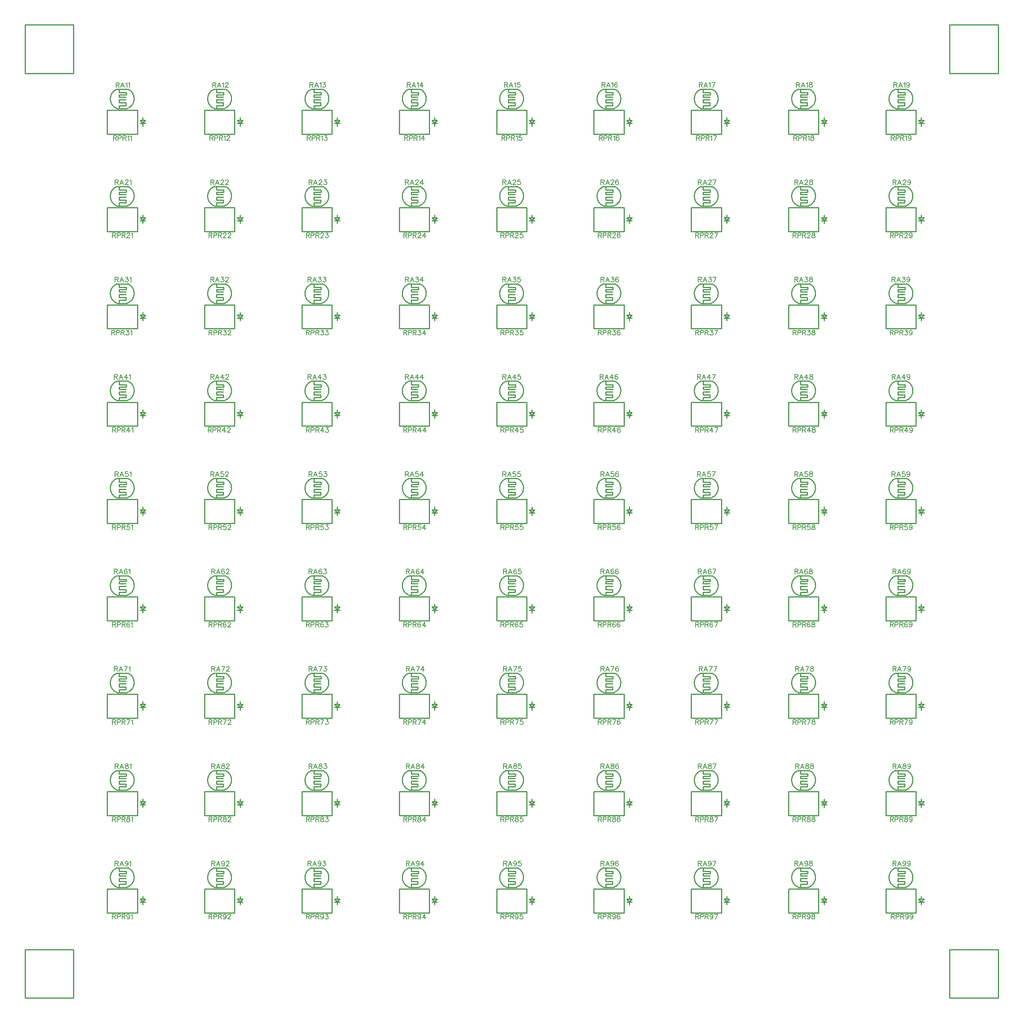
<source format=gto>
G04 Layer: TopSilkLayer*
G04 EasyEDA v6.4.19.5, 2021-05-16T17:52:14+02:00*
G04 c7de764b28da46dab1ebef90a77263ec,763424db4a57434484c59f209b4bf891,10*
G04 Gerber Generator version 0.2*
G04 Scale: 100 percent, Rotated: No, Reflected: No *
G04 Dimensions in inches *
G04 leading zeros omitted , absolute positions ,3 integer and 6 decimal *
%FSLAX36Y36*%
%MOIN*%

%ADD10C,0.0100*%
%ADD35C,0.0060*%

%LPD*%
D35*
X779540Y-7915201D02*
G01*
X779540Y-7958202D01*
X779540Y-7915201D02*
G01*
X797941Y-7915201D01*
X804040Y-7917202D01*
X806140Y-7919301D01*
X808140Y-7923402D01*
X808140Y-7927501D01*
X806140Y-7931601D01*
X804040Y-7933602D01*
X797941Y-7935702D01*
X779540Y-7935702D01*
X793841Y-7935702D02*
G01*
X808140Y-7958202D01*
X821640Y-7915201D02*
G01*
X821640Y-7958202D01*
X821640Y-7915201D02*
G01*
X840041Y-7915201D01*
X846241Y-7917202D01*
X848240Y-7919301D01*
X850340Y-7923402D01*
X850340Y-7929502D01*
X848240Y-7933602D01*
X846241Y-7935702D01*
X840041Y-7937701D01*
X821640Y-7937701D01*
X863841Y-7915201D02*
G01*
X863841Y-7958202D01*
X863841Y-7915201D02*
G01*
X882241Y-7915201D01*
X888341Y-7917202D01*
X890340Y-7919301D01*
X892440Y-7923402D01*
X892440Y-7927501D01*
X890340Y-7931601D01*
X888341Y-7933602D01*
X882241Y-7935702D01*
X863841Y-7935702D01*
X878140Y-7935702D02*
G01*
X892440Y-7958202D01*
X932541Y-7929502D02*
G01*
X930441Y-7935702D01*
X926341Y-7939702D01*
X920240Y-7941801D01*
X918240Y-7941801D01*
X912040Y-7939702D01*
X907941Y-7935702D01*
X905941Y-7929502D01*
X905941Y-7927501D01*
X907941Y-7921302D01*
X912040Y-7917202D01*
X918240Y-7915201D01*
X920240Y-7915201D01*
X926341Y-7917202D01*
X930441Y-7921302D01*
X932541Y-7929502D01*
X932541Y-7939702D01*
X930441Y-7950001D01*
X926341Y-7956102D01*
X920240Y-7958202D01*
X916140Y-7958202D01*
X910041Y-7956102D01*
X907941Y-7952002D01*
X946040Y-7923402D02*
G01*
X950141Y-7921302D01*
X956241Y-7915201D01*
X956241Y-7958202D01*
X1637808Y-7915201D02*
G01*
X1637808Y-7958202D01*
X1637808Y-7915201D02*
G01*
X1656208Y-7915201D01*
X1662308Y-7917202D01*
X1664408Y-7919301D01*
X1666409Y-7923402D01*
X1666409Y-7927501D01*
X1664408Y-7931601D01*
X1662308Y-7933602D01*
X1656208Y-7935702D01*
X1637808Y-7935702D01*
X1652109Y-7935702D02*
G01*
X1666409Y-7958202D01*
X1679908Y-7915201D02*
G01*
X1679908Y-7958202D01*
X1679908Y-7915201D02*
G01*
X1698308Y-7915201D01*
X1704508Y-7917202D01*
X1706508Y-7919301D01*
X1708608Y-7923402D01*
X1708608Y-7929502D01*
X1706508Y-7933602D01*
X1704508Y-7935702D01*
X1698308Y-7937701D01*
X1679908Y-7937701D01*
X1722109Y-7915201D02*
G01*
X1722109Y-7958202D01*
X1722109Y-7915201D02*
G01*
X1740509Y-7915201D01*
X1746608Y-7917202D01*
X1748608Y-7919301D01*
X1750708Y-7923402D01*
X1750708Y-7927501D01*
X1748608Y-7931601D01*
X1746608Y-7933602D01*
X1740509Y-7935702D01*
X1722109Y-7935702D01*
X1736409Y-7935702D02*
G01*
X1750708Y-7958202D01*
X1790808Y-7929502D02*
G01*
X1788708Y-7935702D01*
X1784609Y-7939702D01*
X1778509Y-7941801D01*
X1776508Y-7941801D01*
X1770308Y-7939702D01*
X1766208Y-7935702D01*
X1764209Y-7929502D01*
X1764209Y-7927501D01*
X1766208Y-7921302D01*
X1770308Y-7917202D01*
X1776508Y-7915201D01*
X1778509Y-7915201D01*
X1784609Y-7917202D01*
X1788708Y-7921302D01*
X1790808Y-7929502D01*
X1790808Y-7939702D01*
X1788708Y-7950001D01*
X1784609Y-7956102D01*
X1778509Y-7958202D01*
X1774408Y-7958202D01*
X1768308Y-7956102D01*
X1766208Y-7952002D01*
X1806309Y-7925401D02*
G01*
X1806309Y-7923402D01*
X1808409Y-7919301D01*
X1810408Y-7917202D01*
X1814508Y-7915201D01*
X1822709Y-7915201D01*
X1826809Y-7917202D01*
X1828809Y-7919301D01*
X1830909Y-7923402D01*
X1830909Y-7927501D01*
X1828809Y-7931601D01*
X1824709Y-7937701D01*
X1804309Y-7958202D01*
X1832908Y-7958202D01*
X2503945Y-7915201D02*
G01*
X2503945Y-7958202D01*
X2503945Y-7915201D02*
G01*
X2522345Y-7915201D01*
X2528446Y-7917202D01*
X2530546Y-7919301D01*
X2532546Y-7923402D01*
X2532546Y-7927501D01*
X2530546Y-7931601D01*
X2528446Y-7933602D01*
X2522345Y-7935702D01*
X2503945Y-7935702D01*
X2518245Y-7935702D02*
G01*
X2532546Y-7958202D01*
X2546045Y-7915201D02*
G01*
X2546045Y-7958202D01*
X2546045Y-7915201D02*
G01*
X2564445Y-7915201D01*
X2570645Y-7917202D01*
X2572646Y-7919301D01*
X2574745Y-7923402D01*
X2574745Y-7929502D01*
X2572646Y-7933602D01*
X2570645Y-7935702D01*
X2564445Y-7937701D01*
X2546045Y-7937701D01*
X2588245Y-7915201D02*
G01*
X2588245Y-7958202D01*
X2588245Y-7915201D02*
G01*
X2606646Y-7915201D01*
X2612745Y-7917202D01*
X2614745Y-7919301D01*
X2616845Y-7923402D01*
X2616845Y-7927501D01*
X2614745Y-7931601D01*
X2612745Y-7933602D01*
X2606646Y-7935702D01*
X2588245Y-7935702D01*
X2602546Y-7935702D02*
G01*
X2616845Y-7958202D01*
X2656945Y-7929502D02*
G01*
X2654845Y-7935702D01*
X2650745Y-7939702D01*
X2644646Y-7941801D01*
X2642646Y-7941801D01*
X2636445Y-7939702D01*
X2632345Y-7935702D01*
X2630345Y-7929502D01*
X2630345Y-7927501D01*
X2632345Y-7921302D01*
X2636445Y-7917202D01*
X2642646Y-7915201D01*
X2644646Y-7915201D01*
X2650745Y-7917202D01*
X2654845Y-7921302D01*
X2656945Y-7929502D01*
X2656945Y-7939702D01*
X2654845Y-7950001D01*
X2650745Y-7956102D01*
X2644646Y-7958202D01*
X2640546Y-7958202D01*
X2634445Y-7956102D01*
X2632345Y-7952002D01*
X2674546Y-7915201D02*
G01*
X2697046Y-7915201D01*
X2684745Y-7931601D01*
X2690846Y-7931601D01*
X2694946Y-7933602D01*
X2697046Y-7935702D01*
X2699045Y-7941801D01*
X2699045Y-7945902D01*
X2697046Y-7952002D01*
X2692946Y-7956102D01*
X2686746Y-7958202D01*
X2680645Y-7958202D01*
X2674546Y-7956102D01*
X2672446Y-7954101D01*
X2670446Y-7950001D01*
X3370083Y-7915201D02*
G01*
X3370083Y-7958202D01*
X3370083Y-7915201D02*
G01*
X3388483Y-7915201D01*
X3394584Y-7917202D01*
X3396683Y-7919301D01*
X3398684Y-7923402D01*
X3398684Y-7927501D01*
X3396683Y-7931601D01*
X3394584Y-7933602D01*
X3388483Y-7935702D01*
X3370083Y-7935702D01*
X3384384Y-7935702D02*
G01*
X3398684Y-7958202D01*
X3412183Y-7915201D02*
G01*
X3412183Y-7958202D01*
X3412183Y-7915201D02*
G01*
X3430583Y-7915201D01*
X3436783Y-7917202D01*
X3438783Y-7919301D01*
X3440883Y-7923402D01*
X3440883Y-7929502D01*
X3438783Y-7933602D01*
X3436783Y-7935702D01*
X3430583Y-7937701D01*
X3412183Y-7937701D01*
X3454384Y-7915201D02*
G01*
X3454384Y-7958202D01*
X3454384Y-7915201D02*
G01*
X3472784Y-7915201D01*
X3478883Y-7917202D01*
X3480883Y-7919301D01*
X3482983Y-7923402D01*
X3482983Y-7927501D01*
X3480883Y-7931601D01*
X3478883Y-7933602D01*
X3472784Y-7935702D01*
X3454384Y-7935702D01*
X3468684Y-7935702D02*
G01*
X3482983Y-7958202D01*
X3523083Y-7929502D02*
G01*
X3520983Y-7935702D01*
X3516884Y-7939702D01*
X3510784Y-7941801D01*
X3508783Y-7941801D01*
X3502583Y-7939702D01*
X3498483Y-7935702D01*
X3496484Y-7929502D01*
X3496484Y-7927501D01*
X3498483Y-7921302D01*
X3502583Y-7917202D01*
X3508783Y-7915201D01*
X3510784Y-7915201D01*
X3516884Y-7917202D01*
X3520983Y-7921302D01*
X3523083Y-7929502D01*
X3523083Y-7939702D01*
X3520983Y-7950001D01*
X3516884Y-7956102D01*
X3510784Y-7958202D01*
X3506683Y-7958202D01*
X3500583Y-7956102D01*
X3498483Y-7952002D01*
X3556984Y-7915201D02*
G01*
X3536584Y-7943802D01*
X3567283Y-7943802D01*
X3556984Y-7915201D02*
G01*
X3556984Y-7958202D01*
X4236226Y-7915201D02*
G01*
X4236226Y-7958202D01*
X4236226Y-7915201D02*
G01*
X4254627Y-7915201D01*
X4260726Y-7917202D01*
X4262826Y-7919301D01*
X4264826Y-7923402D01*
X4264826Y-7927501D01*
X4262826Y-7931601D01*
X4260726Y-7933602D01*
X4254627Y-7935702D01*
X4236226Y-7935702D01*
X4250527Y-7935702D02*
G01*
X4264826Y-7958202D01*
X4278326Y-7915201D02*
G01*
X4278326Y-7958202D01*
X4278326Y-7915201D02*
G01*
X4296727Y-7915201D01*
X4302927Y-7917202D01*
X4304926Y-7919301D01*
X4307026Y-7923402D01*
X4307026Y-7929502D01*
X4304926Y-7933602D01*
X4302927Y-7935702D01*
X4296727Y-7937701D01*
X4278326Y-7937701D01*
X4320527Y-7915201D02*
G01*
X4320527Y-7958202D01*
X4320527Y-7915201D02*
G01*
X4338927Y-7915201D01*
X4345027Y-7917202D01*
X4347026Y-7919301D01*
X4349126Y-7923402D01*
X4349126Y-7927501D01*
X4347026Y-7931601D01*
X4345027Y-7933602D01*
X4338927Y-7935702D01*
X4320527Y-7935702D01*
X4334826Y-7935702D02*
G01*
X4349126Y-7958202D01*
X4389227Y-7929502D02*
G01*
X4387127Y-7935702D01*
X4383027Y-7939702D01*
X4376926Y-7941801D01*
X4374926Y-7941801D01*
X4368726Y-7939702D01*
X4364627Y-7935702D01*
X4362627Y-7929502D01*
X4362627Y-7927501D01*
X4364627Y-7921302D01*
X4368726Y-7917202D01*
X4374926Y-7915201D01*
X4376926Y-7915201D01*
X4383027Y-7917202D01*
X4387127Y-7921302D01*
X4389227Y-7929502D01*
X4389227Y-7939702D01*
X4387127Y-7950001D01*
X4383027Y-7956102D01*
X4376926Y-7958202D01*
X4372826Y-7958202D01*
X4366727Y-7956102D01*
X4364627Y-7952002D01*
X4427227Y-7915201D02*
G01*
X4406827Y-7915201D01*
X4404727Y-7933602D01*
X4406827Y-7931601D01*
X4412927Y-7929502D01*
X4419026Y-7929502D01*
X4425227Y-7931601D01*
X4429327Y-7935702D01*
X4431327Y-7941801D01*
X4431327Y-7945902D01*
X4429327Y-7952002D01*
X4425227Y-7956102D01*
X4419026Y-7958202D01*
X4412927Y-7958202D01*
X4406827Y-7956102D01*
X4404727Y-7954101D01*
X4402727Y-7950001D01*
X5102365Y-7915201D02*
G01*
X5102365Y-7958202D01*
X5102365Y-7915201D02*
G01*
X5120765Y-7915201D01*
X5126864Y-7917202D01*
X5128964Y-7919301D01*
X5130964Y-7923402D01*
X5130964Y-7927501D01*
X5128964Y-7931601D01*
X5126864Y-7933602D01*
X5120765Y-7935702D01*
X5102365Y-7935702D01*
X5116665Y-7935702D02*
G01*
X5130964Y-7958202D01*
X5144465Y-7915201D02*
G01*
X5144465Y-7958202D01*
X5144465Y-7915201D02*
G01*
X5162865Y-7915201D01*
X5169065Y-7917202D01*
X5171064Y-7919301D01*
X5173164Y-7923402D01*
X5173164Y-7929502D01*
X5171064Y-7933602D01*
X5169065Y-7935702D01*
X5162865Y-7937701D01*
X5144465Y-7937701D01*
X5186665Y-7915201D02*
G01*
X5186665Y-7958202D01*
X5186665Y-7915201D02*
G01*
X5205065Y-7915201D01*
X5211165Y-7917202D01*
X5213164Y-7919301D01*
X5215264Y-7923402D01*
X5215264Y-7927501D01*
X5213164Y-7931601D01*
X5211165Y-7933602D01*
X5205065Y-7935702D01*
X5186665Y-7935702D01*
X5200964Y-7935702D02*
G01*
X5215264Y-7958202D01*
X5255365Y-7929502D02*
G01*
X5253265Y-7935702D01*
X5249165Y-7939702D01*
X5243064Y-7941801D01*
X5241064Y-7941801D01*
X5234865Y-7939702D01*
X5230765Y-7935702D01*
X5228765Y-7929502D01*
X5228765Y-7927501D01*
X5230765Y-7921302D01*
X5234865Y-7917202D01*
X5241064Y-7915201D01*
X5243064Y-7915201D01*
X5249165Y-7917202D01*
X5253265Y-7921302D01*
X5255365Y-7929502D01*
X5255365Y-7939702D01*
X5253265Y-7950001D01*
X5249165Y-7956102D01*
X5243064Y-7958202D01*
X5238964Y-7958202D01*
X5232865Y-7956102D01*
X5230765Y-7952002D01*
X5293365Y-7921302D02*
G01*
X5291364Y-7917202D01*
X5285164Y-7915201D01*
X5281165Y-7915201D01*
X5274965Y-7917202D01*
X5270865Y-7923402D01*
X5268864Y-7933602D01*
X5268864Y-7943802D01*
X5270865Y-7952002D01*
X5274965Y-7956102D01*
X5281165Y-7958202D01*
X5283164Y-7958202D01*
X5289264Y-7956102D01*
X5293365Y-7952002D01*
X5295465Y-7945902D01*
X5295465Y-7943802D01*
X5293365Y-7937701D01*
X5289264Y-7933602D01*
X5283164Y-7931601D01*
X5281165Y-7931601D01*
X5274965Y-7933602D01*
X5270865Y-7937701D01*
X5268864Y-7943802D01*
X5968507Y-7915201D02*
G01*
X5968507Y-7958202D01*
X5968507Y-7915201D02*
G01*
X5986907Y-7915201D01*
X5993006Y-7917202D01*
X5995106Y-7919301D01*
X5997106Y-7923402D01*
X5997106Y-7927501D01*
X5995106Y-7931601D01*
X5993006Y-7933602D01*
X5986907Y-7935702D01*
X5968507Y-7935702D01*
X5982807Y-7935702D02*
G01*
X5997106Y-7958202D01*
X6010607Y-7915201D02*
G01*
X6010607Y-7958202D01*
X6010607Y-7915201D02*
G01*
X6029007Y-7915201D01*
X6035207Y-7917202D01*
X6037206Y-7919301D01*
X6039306Y-7923402D01*
X6039306Y-7929502D01*
X6037206Y-7933602D01*
X6035207Y-7935702D01*
X6029007Y-7937701D01*
X6010607Y-7937701D01*
X6052807Y-7915201D02*
G01*
X6052807Y-7958202D01*
X6052807Y-7915201D02*
G01*
X6071207Y-7915201D01*
X6077307Y-7917202D01*
X6079306Y-7919301D01*
X6081406Y-7923402D01*
X6081406Y-7927501D01*
X6079306Y-7931601D01*
X6077307Y-7933602D01*
X6071207Y-7935702D01*
X6052807Y-7935702D01*
X6067106Y-7935702D02*
G01*
X6081406Y-7958202D01*
X6121507Y-7929502D02*
G01*
X6119407Y-7935702D01*
X6115307Y-7939702D01*
X6109206Y-7941801D01*
X6107206Y-7941801D01*
X6101007Y-7939702D01*
X6096907Y-7935702D01*
X6094907Y-7929502D01*
X6094907Y-7927501D01*
X6096907Y-7921302D01*
X6101007Y-7917202D01*
X6107206Y-7915201D01*
X6109206Y-7915201D01*
X6115307Y-7917202D01*
X6119407Y-7921302D01*
X6121507Y-7929502D01*
X6121507Y-7939702D01*
X6119407Y-7950001D01*
X6115307Y-7956102D01*
X6109206Y-7958202D01*
X6105106Y-7958202D01*
X6099007Y-7956102D01*
X6096907Y-7952002D01*
X6163607Y-7915201D02*
G01*
X6143207Y-7958202D01*
X6135006Y-7915201D02*
G01*
X6163607Y-7915201D01*
X6834650Y-7915201D02*
G01*
X6834650Y-7958202D01*
X6834650Y-7915201D02*
G01*
X6853050Y-7915201D01*
X6859150Y-7917202D01*
X6861250Y-7919301D01*
X6863249Y-7923402D01*
X6863249Y-7927501D01*
X6861250Y-7931601D01*
X6859150Y-7933602D01*
X6853050Y-7935702D01*
X6834650Y-7935702D01*
X6848950Y-7935702D02*
G01*
X6863249Y-7958202D01*
X6876750Y-7915201D02*
G01*
X6876750Y-7958202D01*
X6876750Y-7915201D02*
G01*
X6895150Y-7915201D01*
X6901350Y-7917202D01*
X6903350Y-7919301D01*
X6905450Y-7923402D01*
X6905450Y-7929502D01*
X6903350Y-7933602D01*
X6901350Y-7935702D01*
X6895150Y-7937701D01*
X6876750Y-7937701D01*
X6918950Y-7915201D02*
G01*
X6918950Y-7958202D01*
X6918950Y-7915201D02*
G01*
X6937349Y-7915201D01*
X6943450Y-7917202D01*
X6945450Y-7919301D01*
X6947550Y-7923402D01*
X6947550Y-7927501D01*
X6945450Y-7931601D01*
X6943450Y-7933602D01*
X6937349Y-7935702D01*
X6918950Y-7935702D01*
X6933249Y-7935702D02*
G01*
X6947550Y-7958202D01*
X6987650Y-7929502D02*
G01*
X6985550Y-7935702D01*
X6981450Y-7939702D01*
X6975349Y-7941801D01*
X6973350Y-7941801D01*
X6967150Y-7939702D01*
X6963050Y-7935702D01*
X6961049Y-7929502D01*
X6961049Y-7927501D01*
X6963050Y-7921302D01*
X6967150Y-7917202D01*
X6973350Y-7915201D01*
X6975349Y-7915201D01*
X6981450Y-7917202D01*
X6985550Y-7921302D01*
X6987650Y-7929502D01*
X6987650Y-7939702D01*
X6985550Y-7950001D01*
X6981450Y-7956102D01*
X6975349Y-7958202D01*
X6971250Y-7958202D01*
X6965150Y-7956102D01*
X6963050Y-7952002D01*
X7011350Y-7915201D02*
G01*
X7005249Y-7917202D01*
X7003149Y-7921302D01*
X7003149Y-7925401D01*
X7005249Y-7929502D01*
X7009350Y-7931601D01*
X7017449Y-7933602D01*
X7023649Y-7935702D01*
X7027749Y-7939702D01*
X7029750Y-7943802D01*
X7029750Y-7950001D01*
X7027749Y-7954101D01*
X7025649Y-7956102D01*
X7019549Y-7958202D01*
X7011350Y-7958202D01*
X7005249Y-7956102D01*
X7003149Y-7954101D01*
X7001149Y-7950001D01*
X7001149Y-7943802D01*
X7003149Y-7939702D01*
X7007250Y-7935702D01*
X7013450Y-7933602D01*
X7021549Y-7931601D01*
X7025649Y-7929502D01*
X7027749Y-7925401D01*
X7027749Y-7921302D01*
X7025649Y-7917202D01*
X7019549Y-7915201D01*
X7011350Y-7915201D01*
X7708656Y-7915201D02*
G01*
X7708656Y-7958202D01*
X7708656Y-7915201D02*
G01*
X7727056Y-7915201D01*
X7733155Y-7917202D01*
X7735255Y-7919301D01*
X7737255Y-7923402D01*
X7737255Y-7927501D01*
X7735255Y-7931601D01*
X7733155Y-7933602D01*
X7727056Y-7935702D01*
X7708656Y-7935702D01*
X7722956Y-7935702D02*
G01*
X7737255Y-7958202D01*
X7750756Y-7915201D02*
G01*
X7750756Y-7958202D01*
X7750756Y-7915201D02*
G01*
X7769156Y-7915201D01*
X7775356Y-7917202D01*
X7777356Y-7919301D01*
X7779456Y-7923402D01*
X7779456Y-7929502D01*
X7777356Y-7933602D01*
X7775356Y-7935702D01*
X7769156Y-7937701D01*
X7750756Y-7937701D01*
X7792956Y-7915201D02*
G01*
X7792956Y-7958202D01*
X7792956Y-7915201D02*
G01*
X7811355Y-7915201D01*
X7817456Y-7917202D01*
X7819456Y-7919301D01*
X7821556Y-7923402D01*
X7821556Y-7927501D01*
X7819456Y-7931601D01*
X7817456Y-7933602D01*
X7811355Y-7935702D01*
X7792956Y-7935702D01*
X7807255Y-7935702D02*
G01*
X7821556Y-7958202D01*
X7861656Y-7929502D02*
G01*
X7859556Y-7935702D01*
X7855456Y-7939702D01*
X7849355Y-7941801D01*
X7847356Y-7941801D01*
X7841156Y-7939702D01*
X7837056Y-7935702D01*
X7835056Y-7929502D01*
X7835056Y-7927501D01*
X7837056Y-7921302D01*
X7841156Y-7917202D01*
X7847356Y-7915201D01*
X7849355Y-7915201D01*
X7855456Y-7917202D01*
X7859556Y-7921302D01*
X7861656Y-7929502D01*
X7861656Y-7939702D01*
X7859556Y-7950001D01*
X7855456Y-7956102D01*
X7849355Y-7958202D01*
X7845255Y-7958202D01*
X7839156Y-7956102D01*
X7837056Y-7952002D01*
X7901755Y-7929502D02*
G01*
X7899656Y-7935702D01*
X7895555Y-7939702D01*
X7889456Y-7941801D01*
X7887456Y-7941801D01*
X7881256Y-7939702D01*
X7877156Y-7935702D01*
X7875155Y-7929502D01*
X7875155Y-7927501D01*
X7877156Y-7921302D01*
X7881256Y-7917202D01*
X7887456Y-7915201D01*
X7889456Y-7915201D01*
X7895555Y-7917202D01*
X7899656Y-7921302D01*
X7901755Y-7929502D01*
X7901755Y-7939702D01*
X7899656Y-7950001D01*
X7895555Y-7956102D01*
X7889456Y-7958202D01*
X7885356Y-7958202D01*
X7879255Y-7956102D01*
X7877156Y-7952002D01*
X810000Y-515190D02*
G01*
X810000Y-558090D01*
X810000Y-515190D02*
G01*
X828400Y-515190D01*
X834499Y-517190D01*
X836599Y-519290D01*
X838599Y-523391D01*
X838599Y-527491D01*
X836599Y-531590D01*
X834499Y-533591D01*
X828400Y-535590D01*
X810000Y-535590D01*
X824300Y-535590D02*
G01*
X838599Y-558090D01*
X868500Y-515190D02*
G01*
X852100Y-558090D01*
X868500Y-515190D02*
G01*
X884899Y-558090D01*
X858299Y-543791D02*
G01*
X878699Y-543791D01*
X898400Y-523391D02*
G01*
X902500Y-521291D01*
X908599Y-515190D01*
X908599Y-558090D01*
X922100Y-523391D02*
G01*
X926199Y-521291D01*
X932299Y-515190D01*
X932299Y-558090D01*
X1670000Y-515190D02*
G01*
X1670000Y-558090D01*
X1670000Y-515190D02*
G01*
X1688400Y-515190D01*
X1694499Y-517190D01*
X1696599Y-519290D01*
X1698599Y-523391D01*
X1698599Y-527491D01*
X1696599Y-531590D01*
X1694499Y-533591D01*
X1688400Y-535590D01*
X1670000Y-535590D01*
X1684300Y-535590D02*
G01*
X1698599Y-558090D01*
X1728500Y-515190D02*
G01*
X1712100Y-558090D01*
X1728500Y-515190D02*
G01*
X1744899Y-558090D01*
X1718299Y-543791D02*
G01*
X1738699Y-543791D01*
X1758400Y-523391D02*
G01*
X1762500Y-521291D01*
X1768599Y-515190D01*
X1768599Y-558090D01*
X1784099Y-525390D02*
G01*
X1784099Y-523391D01*
X1786199Y-519290D01*
X1788199Y-517190D01*
X1792299Y-515190D01*
X1800500Y-515190D01*
X1804600Y-517190D01*
X1806599Y-519290D01*
X1808699Y-523391D01*
X1808699Y-527491D01*
X1806599Y-531590D01*
X1802500Y-537690D01*
X1782100Y-558090D01*
X1810699Y-558090D01*
X2535429Y-513649D02*
G01*
X2535429Y-556549D01*
X2535429Y-513649D02*
G01*
X2553829Y-513649D01*
X2559930Y-515648D01*
X2562030Y-517748D01*
X2564030Y-521849D01*
X2564030Y-525949D01*
X2562030Y-530048D01*
X2559930Y-532049D01*
X2553829Y-534049D01*
X2535429Y-534049D01*
X2549729Y-534049D02*
G01*
X2564030Y-556549D01*
X2593930Y-513649D02*
G01*
X2577529Y-556549D01*
X2593930Y-513649D02*
G01*
X2610330Y-556549D01*
X2583729Y-542249D02*
G01*
X2604129Y-542249D01*
X2623829Y-521849D02*
G01*
X2627929Y-519749D01*
X2634030Y-513649D01*
X2634030Y-556549D01*
X2651629Y-513649D02*
G01*
X2674129Y-513649D01*
X2661830Y-530048D01*
X2667929Y-530048D01*
X2672030Y-532049D01*
X2674129Y-534049D01*
X2676130Y-540248D01*
X2676130Y-544349D01*
X2674129Y-550448D01*
X2670029Y-554549D01*
X2663930Y-556549D01*
X2657730Y-556549D01*
X2651629Y-554549D01*
X2649530Y-552548D01*
X2647529Y-548449D01*
X3401570Y-513650D02*
G01*
X3401570Y-556550D01*
X3401570Y-513650D02*
G01*
X3419970Y-513650D01*
X3426069Y-515650D01*
X3428170Y-517750D01*
X3430169Y-521851D01*
X3430169Y-525951D01*
X3428170Y-530050D01*
X3426069Y-532051D01*
X3419970Y-534050D01*
X3401570Y-534050D01*
X3415870Y-534050D02*
G01*
X3430169Y-556550D01*
X3460069Y-513650D02*
G01*
X3443670Y-556550D01*
X3460069Y-513650D02*
G01*
X3476469Y-556550D01*
X3449870Y-542251D02*
G01*
X3470270Y-542251D01*
X3489970Y-521851D02*
G01*
X3494070Y-519751D01*
X3500169Y-513650D01*
X3500169Y-556550D01*
X3534070Y-513650D02*
G01*
X3513670Y-542251D01*
X3544369Y-542251D01*
X3534070Y-513650D02*
G01*
X3534070Y-556550D01*
X4267709Y-513652D02*
G01*
X4267709Y-556552D01*
X4267709Y-513652D02*
G01*
X4286109Y-513652D01*
X4292209Y-515653D01*
X4294309Y-517752D01*
X4296310Y-521853D01*
X4296310Y-525952D01*
X4294309Y-530052D01*
X4292209Y-532053D01*
X4286109Y-534052D01*
X4267709Y-534052D01*
X4282010Y-534052D02*
G01*
X4296310Y-556552D01*
X4326210Y-513652D02*
G01*
X4309809Y-556552D01*
X4326210Y-513652D02*
G01*
X4342610Y-556552D01*
X4316009Y-542253D02*
G01*
X4336409Y-542253D01*
X4356109Y-521853D02*
G01*
X4360209Y-519753D01*
X4366310Y-513652D01*
X4366310Y-556552D01*
X4404309Y-513652D02*
G01*
X4383909Y-513652D01*
X4381809Y-532053D01*
X4383909Y-530052D01*
X4390010Y-527953D01*
X4396210Y-527953D01*
X4402309Y-530052D01*
X4406409Y-534052D01*
X4408410Y-540252D01*
X4408410Y-544353D01*
X4406409Y-550453D01*
X4402309Y-554553D01*
X4396210Y-556552D01*
X4390010Y-556552D01*
X4383909Y-554553D01*
X4381809Y-552552D01*
X4379809Y-548452D01*
X5133850Y-513654D02*
G01*
X5133850Y-556554D01*
X5133850Y-513654D02*
G01*
X5152250Y-513654D01*
X5158350Y-515653D01*
X5160450Y-517753D01*
X5162449Y-521853D01*
X5162449Y-525954D01*
X5160450Y-530054D01*
X5158350Y-532053D01*
X5152250Y-534054D01*
X5133850Y-534054D01*
X5148149Y-534054D02*
G01*
X5162449Y-556554D01*
X5192349Y-513654D02*
G01*
X5175950Y-556554D01*
X5192349Y-513654D02*
G01*
X5208750Y-556554D01*
X5182150Y-542253D02*
G01*
X5202550Y-542253D01*
X5222250Y-521853D02*
G01*
X5226350Y-519753D01*
X5232449Y-513654D01*
X5232449Y-556554D01*
X5270450Y-519753D02*
G01*
X5268450Y-515653D01*
X5262349Y-513654D01*
X5258249Y-513654D01*
X5252049Y-515653D01*
X5247950Y-521853D01*
X5245950Y-532053D01*
X5245950Y-542253D01*
X5247950Y-550453D01*
X5252049Y-554553D01*
X5258249Y-556554D01*
X5260249Y-556554D01*
X5266350Y-554553D01*
X5270450Y-550453D01*
X5272550Y-544353D01*
X5272550Y-542253D01*
X5270450Y-536154D01*
X5266350Y-532053D01*
X5260249Y-530054D01*
X5258249Y-530054D01*
X5252049Y-532053D01*
X5247950Y-536154D01*
X5245950Y-542253D01*
X5999989Y-513656D02*
G01*
X5999989Y-556556D01*
X5999989Y-513656D02*
G01*
X6018389Y-513656D01*
X6024489Y-515655D01*
X6026589Y-517755D01*
X6028590Y-521855D01*
X6028590Y-525956D01*
X6026589Y-530055D01*
X6024489Y-532055D01*
X6018389Y-534056D01*
X5999989Y-534056D01*
X6014290Y-534056D02*
G01*
X6028590Y-556556D01*
X6058490Y-513656D02*
G01*
X6042089Y-556556D01*
X6058490Y-513656D02*
G01*
X6074889Y-556556D01*
X6048289Y-542256D02*
G01*
X6068689Y-542256D01*
X6088389Y-521855D02*
G01*
X6092489Y-519756D01*
X6098590Y-513656D01*
X6098590Y-556556D01*
X6140690Y-513656D02*
G01*
X6120290Y-556556D01*
X6112089Y-513656D02*
G01*
X6140690Y-513656D01*
X6866130Y-513658D02*
G01*
X6866130Y-556558D01*
X6866130Y-513658D02*
G01*
X6884530Y-513658D01*
X6890630Y-515657D01*
X6892730Y-517757D01*
X6894730Y-521858D01*
X6894730Y-525958D01*
X6892730Y-530057D01*
X6890630Y-532058D01*
X6884530Y-534058D01*
X6866130Y-534058D01*
X6880429Y-534058D02*
G01*
X6894730Y-556558D01*
X6924629Y-513658D02*
G01*
X6908230Y-556558D01*
X6924629Y-513658D02*
G01*
X6941030Y-556558D01*
X6914430Y-542258D02*
G01*
X6934830Y-542258D01*
X6954530Y-521858D02*
G01*
X6958630Y-519758D01*
X6964730Y-513658D01*
X6964730Y-556558D01*
X6988429Y-513658D02*
G01*
X6982330Y-515657D01*
X6980230Y-519758D01*
X6980230Y-523858D01*
X6982330Y-527957D01*
X6986430Y-530057D01*
X6994629Y-532058D01*
X7000730Y-534058D01*
X7004830Y-538157D01*
X7006830Y-542258D01*
X7006830Y-548458D01*
X7004830Y-552557D01*
X7002730Y-554558D01*
X6996629Y-556558D01*
X6988429Y-556558D01*
X6982330Y-554558D01*
X6980230Y-552557D01*
X6978230Y-548458D01*
X6978230Y-542258D01*
X6980230Y-538157D01*
X6984330Y-534058D01*
X6990529Y-532058D01*
X6998630Y-530057D01*
X7002730Y-527957D01*
X7004830Y-523858D01*
X7004830Y-519758D01*
X7002730Y-515657D01*
X6996629Y-513658D01*
X6988429Y-513658D01*
X7732269Y-513649D02*
G01*
X7732269Y-556550D01*
X7732269Y-513649D02*
G01*
X7750670Y-513649D01*
X7756769Y-515650D01*
X7758869Y-517750D01*
X7760870Y-521849D01*
X7760870Y-525949D01*
X7758869Y-530050D01*
X7756769Y-532049D01*
X7750670Y-534050D01*
X7732269Y-534050D01*
X7746570Y-534050D02*
G01*
X7760870Y-556550D01*
X7790770Y-513649D02*
G01*
X7774369Y-556550D01*
X7790770Y-513649D02*
G01*
X7807169Y-556550D01*
X7780569Y-542249D02*
G01*
X7800969Y-542249D01*
X7820670Y-521849D02*
G01*
X7824769Y-519749D01*
X7830870Y-513649D01*
X7830870Y-556550D01*
X7870969Y-527950D02*
G01*
X7868869Y-534050D01*
X7864769Y-538150D01*
X7858670Y-540250D01*
X7856670Y-540250D01*
X7850469Y-538150D01*
X7846369Y-534050D01*
X7844369Y-527950D01*
X7844369Y-525949D01*
X7846369Y-519749D01*
X7850469Y-515650D01*
X7856670Y-513649D01*
X7858670Y-513649D01*
X7864769Y-515650D01*
X7868869Y-519749D01*
X7870969Y-527950D01*
X7870969Y-538150D01*
X7868869Y-548449D01*
X7864769Y-554549D01*
X7858670Y-556550D01*
X7854570Y-556550D01*
X7848469Y-554549D01*
X7846369Y-550450D01*
X803144Y-1379796D02*
G01*
X803144Y-1422696D01*
X803144Y-1379796D02*
G01*
X821544Y-1379796D01*
X827644Y-1381795D01*
X829744Y-1383895D01*
X831743Y-1387995D01*
X831743Y-1392096D01*
X829744Y-1396196D01*
X827644Y-1398195D01*
X821544Y-1400196D01*
X803144Y-1400196D01*
X817443Y-1400196D02*
G01*
X831743Y-1422696D01*
X861643Y-1379796D02*
G01*
X845244Y-1422696D01*
X861643Y-1379796D02*
G01*
X878043Y-1422696D01*
X851444Y-1408395D02*
G01*
X871844Y-1408395D01*
X893544Y-1389996D02*
G01*
X893544Y-1387995D01*
X895644Y-1383895D01*
X897644Y-1381795D01*
X901743Y-1379796D01*
X909943Y-1379796D01*
X914044Y-1381795D01*
X916044Y-1383895D01*
X918144Y-1387995D01*
X918144Y-1392096D01*
X916044Y-1396196D01*
X911944Y-1402296D01*
X891544Y-1422696D01*
X920144Y-1422696D01*
X933644Y-1387995D02*
G01*
X937744Y-1385895D01*
X943843Y-1379796D01*
X943843Y-1422696D01*
X1653540Y-1379789D02*
G01*
X1653540Y-1422689D01*
X1653540Y-1379789D02*
G01*
X1671940Y-1379789D01*
X1678040Y-1381790D01*
X1680140Y-1383890D01*
X1682139Y-1387989D01*
X1682139Y-1392089D01*
X1680140Y-1396190D01*
X1678040Y-1398189D01*
X1671940Y-1400189D01*
X1653540Y-1400189D01*
X1667839Y-1400189D02*
G01*
X1682139Y-1422689D01*
X1712039Y-1379789D02*
G01*
X1695640Y-1422689D01*
X1712039Y-1379789D02*
G01*
X1728440Y-1422689D01*
X1701840Y-1408389D02*
G01*
X1722240Y-1408389D01*
X1743940Y-1389989D02*
G01*
X1743940Y-1387989D01*
X1746040Y-1383890D01*
X1748040Y-1381790D01*
X1752139Y-1379789D01*
X1760339Y-1379789D01*
X1764440Y-1381790D01*
X1766440Y-1383890D01*
X1768540Y-1387989D01*
X1768540Y-1392089D01*
X1766440Y-1396190D01*
X1762340Y-1402289D01*
X1741940Y-1422689D01*
X1770540Y-1422689D01*
X1786040Y-1389989D02*
G01*
X1786040Y-1387989D01*
X1788140Y-1383890D01*
X1790140Y-1381790D01*
X1794239Y-1379789D01*
X1802439Y-1379789D01*
X1806540Y-1381790D01*
X1808540Y-1383890D01*
X1810640Y-1387989D01*
X1810640Y-1392089D01*
X1808540Y-1396190D01*
X1804539Y-1402289D01*
X1784040Y-1422689D01*
X1812640Y-1422689D01*
X2527554Y-1379792D02*
G01*
X2527554Y-1422692D01*
X2527554Y-1379792D02*
G01*
X2545954Y-1379792D01*
X2552053Y-1381792D01*
X2554153Y-1383892D01*
X2556153Y-1387991D01*
X2556153Y-1392091D01*
X2554153Y-1396192D01*
X2552053Y-1398191D01*
X2545954Y-1400192D01*
X2527554Y-1400192D01*
X2541854Y-1400192D02*
G01*
X2556153Y-1422692D01*
X2586054Y-1379792D02*
G01*
X2569654Y-1422692D01*
X2586054Y-1379792D02*
G01*
X2602453Y-1422692D01*
X2575853Y-1408391D02*
G01*
X2596253Y-1408391D01*
X2617953Y-1389992D02*
G01*
X2617953Y-1387991D01*
X2620054Y-1383892D01*
X2622053Y-1381792D01*
X2626153Y-1379792D01*
X2634354Y-1379792D01*
X2638454Y-1381792D01*
X2640453Y-1383892D01*
X2642554Y-1387991D01*
X2642554Y-1392091D01*
X2640453Y-1396192D01*
X2636354Y-1402292D01*
X2615954Y-1422692D01*
X2644553Y-1422692D01*
X2662154Y-1379792D02*
G01*
X2684654Y-1379792D01*
X2672353Y-1396192D01*
X2678554Y-1396192D01*
X2682554Y-1398191D01*
X2684654Y-1400192D01*
X2686653Y-1406392D01*
X2686653Y-1410491D01*
X2684654Y-1416592D01*
X2680554Y-1420691D01*
X2674453Y-1422692D01*
X2668253Y-1422692D01*
X2662154Y-1420691D01*
X2660054Y-1418692D01*
X2658054Y-1414591D01*
X3385820Y-1379794D02*
G01*
X3385820Y-1422694D01*
X3385820Y-1379794D02*
G01*
X3404219Y-1379794D01*
X3410320Y-1381793D01*
X3412420Y-1383894D01*
X3414420Y-1387993D01*
X3414420Y-1392094D01*
X3412420Y-1396194D01*
X3410320Y-1398193D01*
X3404219Y-1400194D01*
X3385820Y-1400194D01*
X3400119Y-1400194D02*
G01*
X3414420Y-1422694D01*
X3444319Y-1379794D02*
G01*
X3427920Y-1422694D01*
X3444319Y-1379794D02*
G01*
X3460720Y-1422694D01*
X3434120Y-1408393D02*
G01*
X3454520Y-1408393D01*
X3476220Y-1389994D02*
G01*
X3476220Y-1387993D01*
X3478320Y-1383894D01*
X3480320Y-1381793D01*
X3484420Y-1379794D01*
X3492619Y-1379794D01*
X3496719Y-1381793D01*
X3498720Y-1383894D01*
X3500820Y-1387993D01*
X3500820Y-1392094D01*
X3498720Y-1396194D01*
X3494620Y-1402294D01*
X3474219Y-1422694D01*
X3502820Y-1422694D01*
X3536819Y-1379794D02*
G01*
X3516319Y-1408393D01*
X3547020Y-1408393D01*
X3536819Y-1379794D02*
G01*
X3536819Y-1422694D01*
X4251959Y-1379796D02*
G01*
X4251959Y-1422696D01*
X4251959Y-1379796D02*
G01*
X4270360Y-1379796D01*
X4276459Y-1381797D01*
X4278559Y-1383897D01*
X4280559Y-1387997D01*
X4280559Y-1392096D01*
X4278559Y-1396197D01*
X4276459Y-1398197D01*
X4270360Y-1400196D01*
X4251959Y-1400196D01*
X4266260Y-1400196D02*
G01*
X4280559Y-1422696D01*
X4310460Y-1379796D02*
G01*
X4294059Y-1422696D01*
X4310460Y-1379796D02*
G01*
X4326859Y-1422696D01*
X4300259Y-1408397D02*
G01*
X4320659Y-1408397D01*
X4342359Y-1389996D02*
G01*
X4342359Y-1387997D01*
X4344459Y-1383897D01*
X4346459Y-1381797D01*
X4350559Y-1379796D01*
X4358760Y-1379796D01*
X4362860Y-1381797D01*
X4364859Y-1383897D01*
X4366959Y-1387997D01*
X4366959Y-1392096D01*
X4364859Y-1396197D01*
X4360760Y-1402296D01*
X4340360Y-1422696D01*
X4368959Y-1422696D01*
X4406959Y-1379796D02*
G01*
X4386559Y-1379796D01*
X4384459Y-1398197D01*
X4386559Y-1396197D01*
X4392659Y-1394097D01*
X4398860Y-1394097D01*
X4404960Y-1396197D01*
X4409059Y-1400196D01*
X4411059Y-1406397D01*
X4411059Y-1410497D01*
X4409059Y-1416597D01*
X4404960Y-1420697D01*
X4398860Y-1422696D01*
X4392659Y-1422696D01*
X4386559Y-1420697D01*
X4384459Y-1418697D01*
X4382460Y-1414596D01*
X5125973Y-1379789D02*
G01*
X5125973Y-1422689D01*
X5125973Y-1379789D02*
G01*
X5144373Y-1379789D01*
X5150474Y-1381790D01*
X5152574Y-1383890D01*
X5154574Y-1387989D01*
X5154574Y-1392089D01*
X5152574Y-1396190D01*
X5150474Y-1398189D01*
X5144373Y-1400189D01*
X5125973Y-1400189D01*
X5140273Y-1400189D02*
G01*
X5154574Y-1422689D01*
X5184474Y-1379789D02*
G01*
X5168073Y-1422689D01*
X5184474Y-1379789D02*
G01*
X5200874Y-1422689D01*
X5174273Y-1408389D02*
G01*
X5194674Y-1408389D01*
X5216373Y-1389989D02*
G01*
X5216373Y-1387989D01*
X5218473Y-1383890D01*
X5220474Y-1381790D01*
X5224574Y-1379789D01*
X5232773Y-1379789D01*
X5236873Y-1381790D01*
X5238873Y-1383890D01*
X5240973Y-1387989D01*
X5240973Y-1392089D01*
X5238873Y-1396190D01*
X5234773Y-1402289D01*
X5214373Y-1422689D01*
X5242974Y-1422689D01*
X5280973Y-1385889D02*
G01*
X5278973Y-1381790D01*
X5272874Y-1379789D01*
X5268774Y-1379789D01*
X5262574Y-1381790D01*
X5258473Y-1387989D01*
X5256473Y-1398189D01*
X5256473Y-1408389D01*
X5258473Y-1416590D01*
X5262574Y-1420689D01*
X5268774Y-1422689D01*
X5270774Y-1422689D01*
X5276974Y-1420689D01*
X5280973Y-1416590D01*
X5283073Y-1410489D01*
X5283073Y-1408389D01*
X5280973Y-1402289D01*
X5276974Y-1398189D01*
X5270774Y-1396190D01*
X5268774Y-1396190D01*
X5262574Y-1398189D01*
X5258473Y-1402289D01*
X5256473Y-1408389D01*
X5992114Y-1379792D02*
G01*
X5992114Y-1422692D01*
X5992114Y-1379792D02*
G01*
X6010514Y-1379792D01*
X6016614Y-1381792D01*
X6018714Y-1383892D01*
X6020713Y-1387993D01*
X6020713Y-1392092D01*
X6018714Y-1396192D01*
X6016614Y-1398193D01*
X6010514Y-1400192D01*
X5992114Y-1400192D01*
X6006414Y-1400192D02*
G01*
X6020713Y-1422692D01*
X6050613Y-1379792D02*
G01*
X6034214Y-1422692D01*
X6050613Y-1379792D02*
G01*
X6067013Y-1422692D01*
X6040414Y-1408393D02*
G01*
X6060814Y-1408393D01*
X6082514Y-1389992D02*
G01*
X6082514Y-1387993D01*
X6084614Y-1383892D01*
X6086614Y-1381792D01*
X6090713Y-1379792D01*
X6098914Y-1379792D01*
X6103014Y-1381792D01*
X6105014Y-1383892D01*
X6107114Y-1387993D01*
X6107114Y-1392092D01*
X6105014Y-1396192D01*
X6100914Y-1402292D01*
X6080514Y-1422692D01*
X6109114Y-1422692D01*
X6151214Y-1379792D02*
G01*
X6130814Y-1422692D01*
X6122614Y-1379792D02*
G01*
X6151214Y-1379792D01*
X6850379Y-1379796D02*
G01*
X6850379Y-1422696D01*
X6850379Y-1379796D02*
G01*
X6868779Y-1379796D01*
X6874880Y-1381795D01*
X6876980Y-1383895D01*
X6878980Y-1387995D01*
X6878980Y-1392096D01*
X6876980Y-1396196D01*
X6874880Y-1398195D01*
X6868779Y-1400196D01*
X6850379Y-1400196D01*
X6864679Y-1400196D02*
G01*
X6878980Y-1422696D01*
X6908879Y-1379796D02*
G01*
X6892479Y-1422696D01*
X6908879Y-1379796D02*
G01*
X6925280Y-1422696D01*
X6898680Y-1408395D02*
G01*
X6919080Y-1408395D01*
X6940780Y-1389996D02*
G01*
X6940780Y-1387995D01*
X6942879Y-1383895D01*
X6944880Y-1381795D01*
X6948980Y-1379796D01*
X6957179Y-1379796D01*
X6961279Y-1381795D01*
X6963280Y-1383895D01*
X6965379Y-1387995D01*
X6965379Y-1392096D01*
X6963280Y-1396196D01*
X6959179Y-1402296D01*
X6938779Y-1422696D01*
X6967380Y-1422696D01*
X6991080Y-1379796D02*
G01*
X6984979Y-1381795D01*
X6982879Y-1385895D01*
X6982879Y-1389996D01*
X6984979Y-1394095D01*
X6989080Y-1396196D01*
X6997280Y-1398195D01*
X7003379Y-1400196D01*
X7007479Y-1404295D01*
X7009480Y-1408395D01*
X7009480Y-1414596D01*
X7007479Y-1418696D01*
X7005379Y-1420695D01*
X6999279Y-1422696D01*
X6991080Y-1422696D01*
X6984979Y-1420695D01*
X6982879Y-1418696D01*
X6980879Y-1414596D01*
X6980879Y-1408395D01*
X6982879Y-1404295D01*
X6986980Y-1400196D01*
X6993180Y-1398195D01*
X7001379Y-1396196D01*
X7005379Y-1394095D01*
X7007479Y-1389996D01*
X7007479Y-1385895D01*
X7005379Y-1381795D01*
X6999279Y-1379796D01*
X6991080Y-1379796D01*
X7724394Y-1379796D02*
G01*
X7724394Y-1422696D01*
X7724394Y-1379796D02*
G01*
X7742794Y-1379796D01*
X7748894Y-1381797D01*
X7750994Y-1383897D01*
X7752993Y-1387997D01*
X7752993Y-1392096D01*
X7750994Y-1396197D01*
X7748894Y-1398197D01*
X7742794Y-1400196D01*
X7724394Y-1400196D01*
X7738693Y-1400196D02*
G01*
X7752993Y-1422696D01*
X7782893Y-1379796D02*
G01*
X7766494Y-1422696D01*
X7782893Y-1379796D02*
G01*
X7799294Y-1422696D01*
X7772694Y-1408397D02*
G01*
X7793094Y-1408397D01*
X7814794Y-1389996D02*
G01*
X7814794Y-1387997D01*
X7816894Y-1383897D01*
X7818894Y-1381797D01*
X7822993Y-1379796D01*
X7831193Y-1379796D01*
X7835294Y-1381797D01*
X7837294Y-1383897D01*
X7839394Y-1387997D01*
X7839394Y-1392096D01*
X7837294Y-1396197D01*
X7833194Y-1402296D01*
X7812794Y-1422696D01*
X7841394Y-1422696D01*
X7881494Y-1394097D02*
G01*
X7879394Y-1400196D01*
X7875393Y-1404297D01*
X7869193Y-1406397D01*
X7867193Y-1406397D01*
X7860994Y-1404297D01*
X7856894Y-1400196D01*
X7854894Y-1394097D01*
X7854894Y-1392096D01*
X7856894Y-1385897D01*
X7860994Y-1381797D01*
X7867193Y-1379796D01*
X7869193Y-1379796D01*
X7875393Y-1381797D01*
X7879394Y-1385897D01*
X7881494Y-1394097D01*
X7881494Y-1404297D01*
X7879394Y-1414596D01*
X7875393Y-1420697D01*
X7869193Y-1422696D01*
X7865093Y-1422696D01*
X7858994Y-1420697D01*
X7856894Y-1416597D01*
X803153Y-2245936D02*
G01*
X803153Y-2288836D01*
X803153Y-2245936D02*
G01*
X821553Y-2245936D01*
X827653Y-2247937D01*
X829753Y-2250037D01*
X831752Y-2254137D01*
X831752Y-2258236D01*
X829753Y-2262337D01*
X827653Y-2264337D01*
X821553Y-2266336D01*
X803153Y-2266336D01*
X817452Y-2266336D02*
G01*
X831752Y-2288836D01*
X861652Y-2245936D02*
G01*
X845253Y-2288836D01*
X861652Y-2245936D02*
G01*
X878052Y-2288836D01*
X851453Y-2274537D02*
G01*
X871853Y-2274537D01*
X895653Y-2245936D02*
G01*
X918153Y-2245936D01*
X905852Y-2262337D01*
X911953Y-2262337D01*
X916053Y-2264337D01*
X918153Y-2266336D01*
X920153Y-2272537D01*
X920153Y-2276637D01*
X918153Y-2282737D01*
X914053Y-2286837D01*
X907852Y-2288836D01*
X901752Y-2288836D01*
X895653Y-2286837D01*
X893553Y-2284837D01*
X891553Y-2280736D01*
X933653Y-2254137D02*
G01*
X937753Y-2252037D01*
X943852Y-2245936D01*
X943852Y-2288836D01*
X1653536Y-2245929D02*
G01*
X1653536Y-2288829D01*
X1653536Y-2245929D02*
G01*
X1671936Y-2245929D01*
X1678037Y-2247930D01*
X1680137Y-2250030D01*
X1682137Y-2254130D01*
X1682137Y-2258229D01*
X1680137Y-2262330D01*
X1678037Y-2264330D01*
X1671936Y-2266329D01*
X1653536Y-2266329D01*
X1667836Y-2266329D02*
G01*
X1682137Y-2288829D01*
X1712037Y-2245929D02*
G01*
X1695636Y-2288829D01*
X1712037Y-2245929D02*
G01*
X1728437Y-2288829D01*
X1701836Y-2274529D02*
G01*
X1722236Y-2274529D01*
X1746036Y-2245929D02*
G01*
X1768536Y-2245929D01*
X1756237Y-2262330D01*
X1762336Y-2262330D01*
X1766436Y-2264330D01*
X1768536Y-2266329D01*
X1770537Y-2272530D01*
X1770537Y-2276630D01*
X1768536Y-2282730D01*
X1764436Y-2286830D01*
X1758236Y-2288829D01*
X1752137Y-2288829D01*
X1746036Y-2286830D01*
X1743936Y-2284830D01*
X1741936Y-2280729D01*
X1786036Y-2256129D02*
G01*
X1786036Y-2254130D01*
X1788136Y-2250030D01*
X1790137Y-2247930D01*
X1794237Y-2245929D01*
X1802437Y-2245929D01*
X1806536Y-2247930D01*
X1808536Y-2250030D01*
X1810636Y-2254130D01*
X1810636Y-2258229D01*
X1808536Y-2262330D01*
X1804537Y-2268429D01*
X1784036Y-2288829D01*
X1812637Y-2288829D01*
X2519677Y-2245931D02*
G01*
X2519677Y-2288832D01*
X2519677Y-2245931D02*
G01*
X2538077Y-2245931D01*
X2544176Y-2247932D01*
X2546277Y-2250032D01*
X2548276Y-2254131D01*
X2548276Y-2258231D01*
X2546277Y-2262332D01*
X2544176Y-2264331D01*
X2538077Y-2266332D01*
X2519677Y-2266332D01*
X2533977Y-2266332D02*
G01*
X2548276Y-2288832D01*
X2578176Y-2245931D02*
G01*
X2561777Y-2288832D01*
X2578176Y-2245931D02*
G01*
X2594576Y-2288832D01*
X2567977Y-2274531D02*
G01*
X2588377Y-2274531D01*
X2612177Y-2245931D02*
G01*
X2634677Y-2245931D01*
X2622376Y-2262332D01*
X2628477Y-2262332D01*
X2632577Y-2264331D01*
X2634677Y-2266332D01*
X2636676Y-2272532D01*
X2636676Y-2276631D01*
X2634677Y-2282732D01*
X2630577Y-2286831D01*
X2624377Y-2288832D01*
X2618276Y-2288832D01*
X2612177Y-2286831D01*
X2610077Y-2284832D01*
X2608077Y-2280731D01*
X2654277Y-2245931D02*
G01*
X2676777Y-2245931D01*
X2664476Y-2262332D01*
X2670676Y-2262332D01*
X2674677Y-2264331D01*
X2676777Y-2266332D01*
X2678777Y-2272532D01*
X2678777Y-2276631D01*
X2676777Y-2282732D01*
X2672677Y-2286831D01*
X2666576Y-2288832D01*
X2660376Y-2288832D01*
X2654277Y-2286831D01*
X2652177Y-2284832D01*
X2650177Y-2280731D01*
X3385816Y-2245934D02*
G01*
X3385816Y-2288834D01*
X3385816Y-2245934D02*
G01*
X3404216Y-2245934D01*
X3410316Y-2247934D01*
X3412416Y-2250034D01*
X3414417Y-2254133D01*
X3414417Y-2258234D01*
X3412416Y-2262334D01*
X3410316Y-2264333D01*
X3404216Y-2266334D01*
X3385816Y-2266334D01*
X3400117Y-2266334D02*
G01*
X3414417Y-2288834D01*
X3444317Y-2245934D02*
G01*
X3427916Y-2288834D01*
X3444317Y-2245934D02*
G01*
X3460717Y-2288834D01*
X3434116Y-2274533D02*
G01*
X3454516Y-2274533D01*
X3478316Y-2245934D02*
G01*
X3500816Y-2245934D01*
X3488517Y-2262334D01*
X3494616Y-2262334D01*
X3498716Y-2264333D01*
X3500816Y-2266334D01*
X3502816Y-2272534D01*
X3502816Y-2276633D01*
X3500816Y-2282734D01*
X3496716Y-2286833D01*
X3490517Y-2288834D01*
X3484417Y-2288834D01*
X3478316Y-2286833D01*
X3476216Y-2284834D01*
X3474216Y-2280734D01*
X3536817Y-2245934D02*
G01*
X3516316Y-2274533D01*
X3547016Y-2274533D01*
X3536817Y-2245934D02*
G01*
X3536817Y-2288834D01*
X4251957Y-2245936D02*
G01*
X4251957Y-2288836D01*
X4251957Y-2245936D02*
G01*
X4270357Y-2245936D01*
X4276457Y-2247937D01*
X4278557Y-2250037D01*
X4280556Y-2254137D01*
X4280556Y-2258236D01*
X4278557Y-2262337D01*
X4276457Y-2264337D01*
X4270357Y-2266336D01*
X4251957Y-2266336D01*
X4266256Y-2266336D02*
G01*
X4280556Y-2288836D01*
X4310456Y-2245936D02*
G01*
X4294057Y-2288836D01*
X4310456Y-2245936D02*
G01*
X4326857Y-2288836D01*
X4300257Y-2274537D02*
G01*
X4320657Y-2274537D01*
X4344457Y-2245936D02*
G01*
X4366957Y-2245936D01*
X4354656Y-2262337D01*
X4360757Y-2262337D01*
X4364857Y-2264337D01*
X4366957Y-2266336D01*
X4368957Y-2272537D01*
X4368957Y-2276637D01*
X4366957Y-2282737D01*
X4362857Y-2286837D01*
X4356656Y-2288836D01*
X4350556Y-2288836D01*
X4344457Y-2286837D01*
X4342357Y-2284837D01*
X4340357Y-2280736D01*
X4406957Y-2245936D02*
G01*
X4386557Y-2245936D01*
X4384457Y-2264337D01*
X4386557Y-2262337D01*
X4392656Y-2260237D01*
X4398856Y-2260237D01*
X4404957Y-2262337D01*
X4409057Y-2266336D01*
X4411057Y-2272537D01*
X4411057Y-2276637D01*
X4409057Y-2282737D01*
X4404957Y-2286837D01*
X4398856Y-2288836D01*
X4392656Y-2288836D01*
X4386557Y-2286837D01*
X4384457Y-2284837D01*
X4382457Y-2280736D01*
X5125971Y-2245929D02*
G01*
X5125971Y-2288829D01*
X5125971Y-2245929D02*
G01*
X5144371Y-2245929D01*
X5150470Y-2247930D01*
X5152570Y-2250030D01*
X5154570Y-2254130D01*
X5154570Y-2258229D01*
X5152570Y-2262330D01*
X5150470Y-2264330D01*
X5144371Y-2266329D01*
X5125971Y-2266329D01*
X5140271Y-2266329D02*
G01*
X5154570Y-2288829D01*
X5184471Y-2245929D02*
G01*
X5168071Y-2288829D01*
X5184471Y-2245929D02*
G01*
X5200870Y-2288829D01*
X5174270Y-2274529D02*
G01*
X5194670Y-2274529D01*
X5218471Y-2245929D02*
G01*
X5240971Y-2245929D01*
X5228671Y-2262330D01*
X5234771Y-2262330D01*
X5238870Y-2264330D01*
X5240971Y-2266329D01*
X5242970Y-2272530D01*
X5242970Y-2276630D01*
X5240971Y-2282730D01*
X5236871Y-2286830D01*
X5230671Y-2288829D01*
X5224570Y-2288829D01*
X5218471Y-2286830D01*
X5216370Y-2284830D01*
X5214371Y-2280729D01*
X5280971Y-2252029D02*
G01*
X5278971Y-2247930D01*
X5272870Y-2245929D01*
X5268770Y-2245929D01*
X5262570Y-2247930D01*
X5258471Y-2254130D01*
X5256471Y-2264330D01*
X5256471Y-2274529D01*
X5258471Y-2282730D01*
X5262570Y-2286830D01*
X5268770Y-2288829D01*
X5270771Y-2288829D01*
X5276971Y-2286830D01*
X5280971Y-2282730D01*
X5283071Y-2276630D01*
X5283071Y-2274529D01*
X5280971Y-2268429D01*
X5276971Y-2264330D01*
X5270771Y-2262330D01*
X5268770Y-2262330D01*
X5262570Y-2264330D01*
X5258471Y-2268429D01*
X5256471Y-2274529D01*
X5992111Y-2245933D02*
G01*
X5992111Y-2288832D01*
X5992111Y-2245933D02*
G01*
X6010510Y-2245933D01*
X6016611Y-2247932D01*
X6018711Y-2250032D01*
X6020711Y-2254133D01*
X6020711Y-2258233D01*
X6018711Y-2262332D01*
X6016611Y-2264333D01*
X6010510Y-2266332D01*
X5992111Y-2266332D01*
X6006410Y-2266332D02*
G01*
X6020711Y-2288832D01*
X6050610Y-2245933D02*
G01*
X6034210Y-2288832D01*
X6050610Y-2245933D02*
G01*
X6067011Y-2288832D01*
X6040411Y-2274533D02*
G01*
X6060811Y-2274533D01*
X6084611Y-2245933D02*
G01*
X6107111Y-2245933D01*
X6094811Y-2262332D01*
X6100910Y-2262332D01*
X6105011Y-2264333D01*
X6107111Y-2266332D01*
X6109111Y-2272532D01*
X6109111Y-2276633D01*
X6107111Y-2282732D01*
X6103010Y-2286833D01*
X6096810Y-2288832D01*
X6090711Y-2288832D01*
X6084611Y-2286833D01*
X6082511Y-2284832D01*
X6080510Y-2280733D01*
X6151211Y-2245933D02*
G01*
X6130811Y-2288832D01*
X6122610Y-2245933D02*
G01*
X6151211Y-2245933D01*
X6850376Y-2245936D02*
G01*
X6850376Y-2288836D01*
X6850376Y-2245936D02*
G01*
X6868777Y-2245936D01*
X6874876Y-2247935D01*
X6876976Y-2250036D01*
X6878977Y-2254135D01*
X6878977Y-2258236D01*
X6876976Y-2262336D01*
X6874876Y-2264335D01*
X6868777Y-2266336D01*
X6850376Y-2266336D01*
X6864677Y-2266336D02*
G01*
X6878977Y-2288836D01*
X6908877Y-2245936D02*
G01*
X6892476Y-2288836D01*
X6908877Y-2245936D02*
G01*
X6925276Y-2288836D01*
X6898676Y-2274535D02*
G01*
X6919076Y-2274535D01*
X6942876Y-2245936D02*
G01*
X6965376Y-2245936D01*
X6953077Y-2262336D01*
X6959177Y-2262336D01*
X6963276Y-2264335D01*
X6965376Y-2266336D01*
X6967376Y-2272536D01*
X6967376Y-2276635D01*
X6965376Y-2282736D01*
X6961277Y-2286835D01*
X6955077Y-2288836D01*
X6948977Y-2288836D01*
X6942876Y-2286835D01*
X6940776Y-2284836D01*
X6938777Y-2280736D01*
X6991076Y-2245936D02*
G01*
X6984976Y-2247935D01*
X6982876Y-2252035D01*
X6982876Y-2256136D01*
X6984976Y-2260236D01*
X6989076Y-2262336D01*
X6997277Y-2264335D01*
X7003377Y-2266336D01*
X7007476Y-2270435D01*
X7009476Y-2274535D01*
X7009476Y-2280736D01*
X7007476Y-2284836D01*
X7005376Y-2286835D01*
X6999277Y-2288836D01*
X6991076Y-2288836D01*
X6984976Y-2286835D01*
X6982876Y-2284836D01*
X6980877Y-2280736D01*
X6980877Y-2274535D01*
X6982876Y-2270435D01*
X6986976Y-2266336D01*
X6993176Y-2264335D01*
X7001377Y-2262336D01*
X7005376Y-2260236D01*
X7007476Y-2256136D01*
X7007476Y-2252035D01*
X7005376Y-2247935D01*
X6999277Y-2245936D01*
X6991076Y-2245936D01*
X7716517Y-2245936D02*
G01*
X7716517Y-2288836D01*
X7716517Y-2245936D02*
G01*
X7734916Y-2245936D01*
X7741017Y-2247937D01*
X7743117Y-2250037D01*
X7745117Y-2254137D01*
X7745117Y-2258236D01*
X7743117Y-2262337D01*
X7741017Y-2264337D01*
X7734916Y-2266336D01*
X7716517Y-2266336D01*
X7730816Y-2266336D02*
G01*
X7745117Y-2288836D01*
X7775016Y-2245936D02*
G01*
X7758617Y-2288836D01*
X7775016Y-2245936D02*
G01*
X7791417Y-2288836D01*
X7764817Y-2274537D02*
G01*
X7785217Y-2274537D01*
X7809017Y-2245936D02*
G01*
X7831517Y-2245936D01*
X7819216Y-2262337D01*
X7825316Y-2262337D01*
X7829417Y-2264337D01*
X7831517Y-2266336D01*
X7833517Y-2272537D01*
X7833517Y-2276637D01*
X7831517Y-2282737D01*
X7827416Y-2286837D01*
X7821216Y-2288836D01*
X7815117Y-2288836D01*
X7809017Y-2286837D01*
X7806917Y-2284837D01*
X7804916Y-2280736D01*
X7873617Y-2260237D02*
G01*
X7871517Y-2266336D01*
X7867516Y-2270437D01*
X7861316Y-2272537D01*
X7859317Y-2272537D01*
X7853117Y-2270437D01*
X7849017Y-2266336D01*
X7847016Y-2260237D01*
X7847016Y-2258236D01*
X7849017Y-2252037D01*
X7853117Y-2247937D01*
X7859317Y-2245936D01*
X7861316Y-2245936D01*
X7867516Y-2247937D01*
X7871517Y-2252037D01*
X7873617Y-2260237D01*
X7873617Y-2270437D01*
X7871517Y-2280736D01*
X7867516Y-2286837D01*
X7861316Y-2288836D01*
X7857217Y-2288836D01*
X7851117Y-2286837D01*
X7849017Y-2282737D01*
X795276Y-3112076D02*
G01*
X795276Y-3154976D01*
X795276Y-3112076D02*
G01*
X813676Y-3112076D01*
X819777Y-3114077D01*
X821877Y-3116176D01*
X823877Y-3120277D01*
X823877Y-3124376D01*
X821877Y-3128476D01*
X819777Y-3130477D01*
X813676Y-3132476D01*
X795276Y-3132476D01*
X809576Y-3132476D02*
G01*
X823877Y-3154976D01*
X853777Y-3112076D02*
G01*
X837376Y-3154976D01*
X853777Y-3112076D02*
G01*
X870177Y-3154976D01*
X843576Y-3140677D02*
G01*
X863977Y-3140677D01*
X904076Y-3112076D02*
G01*
X883676Y-3140677D01*
X914277Y-3140677D01*
X904076Y-3112076D02*
G01*
X904076Y-3154976D01*
X927776Y-3120277D02*
G01*
X931877Y-3118177D01*
X938077Y-3112076D01*
X938077Y-3154976D01*
X1653545Y-3112069D02*
G01*
X1653545Y-3154969D01*
X1653545Y-3112069D02*
G01*
X1671944Y-3112069D01*
X1678045Y-3114070D01*
X1680145Y-3116170D01*
X1682145Y-3120270D01*
X1682145Y-3124369D01*
X1680145Y-3128470D01*
X1678045Y-3130470D01*
X1671944Y-3132469D01*
X1653545Y-3132469D01*
X1667844Y-3132469D02*
G01*
X1682145Y-3154969D01*
X1712044Y-3112069D02*
G01*
X1695645Y-3154969D01*
X1712044Y-3112069D02*
G01*
X1728445Y-3154969D01*
X1701845Y-3140670D02*
G01*
X1722245Y-3140670D01*
X1762344Y-3112069D02*
G01*
X1741944Y-3140670D01*
X1772545Y-3140670D01*
X1762344Y-3112069D02*
G01*
X1762344Y-3154969D01*
X1788145Y-3122269D02*
G01*
X1788145Y-3120270D01*
X1790145Y-3116170D01*
X1792245Y-3114070D01*
X1796345Y-3112069D01*
X1804544Y-3112069D01*
X1808545Y-3114070D01*
X1810645Y-3116170D01*
X1812645Y-3120270D01*
X1812645Y-3124369D01*
X1810645Y-3128470D01*
X1806544Y-3134569D01*
X1786045Y-3154969D01*
X1814745Y-3154969D01*
X2519684Y-3112071D02*
G01*
X2519684Y-3154971D01*
X2519684Y-3112071D02*
G01*
X2538085Y-3112071D01*
X2544184Y-3114072D01*
X2546284Y-3116172D01*
X2548284Y-3120272D01*
X2548284Y-3124371D01*
X2546284Y-3128472D01*
X2544184Y-3130471D01*
X2538085Y-3132471D01*
X2519684Y-3132471D01*
X2533985Y-3132471D02*
G01*
X2548284Y-3154971D01*
X2578185Y-3112071D02*
G01*
X2561785Y-3154971D01*
X2578185Y-3112071D02*
G01*
X2594584Y-3154971D01*
X2567984Y-3140671D02*
G01*
X2588384Y-3140671D01*
X2628485Y-3112071D02*
G01*
X2608085Y-3140671D01*
X2638684Y-3140671D01*
X2628485Y-3112071D02*
G01*
X2628485Y-3154971D01*
X2656284Y-3112071D02*
G01*
X2678784Y-3112071D01*
X2666584Y-3128472D01*
X2672685Y-3128472D01*
X2676785Y-3130471D01*
X2678784Y-3132471D01*
X2680884Y-3138672D01*
X2680884Y-3142772D01*
X2678784Y-3148872D01*
X2674684Y-3152971D01*
X2668585Y-3154971D01*
X2662484Y-3154971D01*
X2656284Y-3152971D01*
X2654285Y-3150972D01*
X2652184Y-3146871D01*
X3385825Y-3112073D02*
G01*
X3385825Y-3154974D01*
X3385825Y-3112073D02*
G01*
X3404224Y-3112073D01*
X3410325Y-3114074D01*
X3412425Y-3116174D01*
X3414425Y-3120273D01*
X3414425Y-3124373D01*
X3412425Y-3128474D01*
X3410325Y-3130473D01*
X3404224Y-3132474D01*
X3385825Y-3132474D01*
X3400124Y-3132474D02*
G01*
X3414425Y-3154974D01*
X3444324Y-3112073D02*
G01*
X3427924Y-3154974D01*
X3444324Y-3112073D02*
G01*
X3460725Y-3154974D01*
X3434125Y-3140673D02*
G01*
X3454525Y-3140673D01*
X3494624Y-3112073D02*
G01*
X3474224Y-3140673D01*
X3504825Y-3140673D01*
X3494624Y-3112073D02*
G01*
X3494624Y-3154974D01*
X3538824Y-3112073D02*
G01*
X3518325Y-3140673D01*
X3549025Y-3140673D01*
X3538824Y-3112073D02*
G01*
X3538824Y-3154974D01*
X4251965Y-3112076D02*
G01*
X4251965Y-3154976D01*
X4251965Y-3112076D02*
G01*
X4270365Y-3112076D01*
X4276464Y-3114077D01*
X4278564Y-3116176D01*
X4280564Y-3120277D01*
X4280564Y-3124376D01*
X4278564Y-3128476D01*
X4276464Y-3130477D01*
X4270365Y-3132476D01*
X4251965Y-3132476D01*
X4266265Y-3132476D02*
G01*
X4280564Y-3154976D01*
X4310465Y-3112076D02*
G01*
X4294065Y-3154976D01*
X4310465Y-3112076D02*
G01*
X4326864Y-3154976D01*
X4300264Y-3140677D02*
G01*
X4320664Y-3140677D01*
X4360765Y-3112076D02*
G01*
X4340365Y-3140677D01*
X4370964Y-3140677D01*
X4360765Y-3112076D02*
G01*
X4360765Y-3154976D01*
X4409065Y-3112076D02*
G01*
X4388564Y-3112076D01*
X4386565Y-3130477D01*
X4388564Y-3128476D01*
X4394764Y-3126377D01*
X4400865Y-3126377D01*
X4406965Y-3128476D01*
X4411064Y-3132476D01*
X4413164Y-3138676D01*
X4413164Y-3142777D01*
X4411064Y-3148877D01*
X4406965Y-3152977D01*
X4400865Y-3154976D01*
X4394764Y-3154976D01*
X4388564Y-3152977D01*
X4386565Y-3150976D01*
X4384465Y-3146876D01*
X5118104Y-3112069D02*
G01*
X5118104Y-3154969D01*
X5118104Y-3112069D02*
G01*
X5136504Y-3112069D01*
X5142605Y-3114070D01*
X5144705Y-3116170D01*
X5146705Y-3120270D01*
X5146705Y-3124369D01*
X5144705Y-3128470D01*
X5142605Y-3130470D01*
X5136504Y-3132469D01*
X5118104Y-3132469D01*
X5132404Y-3132469D02*
G01*
X5146705Y-3154969D01*
X5176605Y-3112069D02*
G01*
X5160204Y-3154969D01*
X5176605Y-3112069D02*
G01*
X5193005Y-3154969D01*
X5166405Y-3140670D02*
G01*
X5186805Y-3140670D01*
X5226904Y-3112069D02*
G01*
X5206504Y-3140670D01*
X5237105Y-3140670D01*
X5226904Y-3112069D02*
G01*
X5226904Y-3154969D01*
X5275204Y-3118170D02*
G01*
X5273104Y-3114070D01*
X5267004Y-3112069D01*
X5262905Y-3112069D01*
X5256805Y-3114070D01*
X5252704Y-3120270D01*
X5250604Y-3130470D01*
X5250604Y-3140670D01*
X5252704Y-3148870D01*
X5256805Y-3152970D01*
X5262905Y-3154969D01*
X5265005Y-3154969D01*
X5271104Y-3152970D01*
X5275204Y-3148870D01*
X5277205Y-3142770D01*
X5277205Y-3140670D01*
X5275204Y-3134569D01*
X5271104Y-3130470D01*
X5265005Y-3128470D01*
X5262905Y-3128470D01*
X5256805Y-3130470D01*
X5252704Y-3134569D01*
X5250604Y-3140670D01*
X5984245Y-3112073D02*
G01*
X5984245Y-3154973D01*
X5984245Y-3112073D02*
G01*
X6002645Y-3112073D01*
X6008744Y-3114072D01*
X6010844Y-3116172D01*
X6012844Y-3120273D01*
X6012844Y-3124373D01*
X6010844Y-3128472D01*
X6008744Y-3130473D01*
X6002645Y-3132473D01*
X5984245Y-3132473D01*
X5998545Y-3132473D02*
G01*
X6012844Y-3154973D01*
X6042745Y-3112073D02*
G01*
X6026345Y-3154973D01*
X6042745Y-3112073D02*
G01*
X6059144Y-3154973D01*
X6032545Y-3140673D02*
G01*
X6052945Y-3140673D01*
X6093045Y-3112073D02*
G01*
X6072645Y-3140673D01*
X6103244Y-3140673D01*
X6093045Y-3112073D02*
G01*
X6093045Y-3154973D01*
X6145445Y-3112073D02*
G01*
X6124944Y-3154973D01*
X6116745Y-3112073D02*
G01*
X6145445Y-3112073D01*
X6850384Y-3112076D02*
G01*
X6850384Y-3154976D01*
X6850384Y-3112076D02*
G01*
X6868784Y-3112076D01*
X6874885Y-3114076D01*
X6876985Y-3116176D01*
X6878985Y-3120275D01*
X6878985Y-3124376D01*
X6876985Y-3128476D01*
X6874885Y-3130475D01*
X6868784Y-3132476D01*
X6850384Y-3132476D01*
X6864684Y-3132476D02*
G01*
X6878985Y-3154976D01*
X6908885Y-3112076D02*
G01*
X6892484Y-3154976D01*
X6908885Y-3112076D02*
G01*
X6925285Y-3154976D01*
X6898684Y-3140675D02*
G01*
X6919084Y-3140675D01*
X6959184Y-3112076D02*
G01*
X6938784Y-3140675D01*
X6969385Y-3140675D01*
X6959184Y-3112076D02*
G01*
X6959184Y-3154976D01*
X6993185Y-3112076D02*
G01*
X6986985Y-3114076D01*
X6984984Y-3118175D01*
X6984984Y-3122276D01*
X6986985Y-3126376D01*
X6991085Y-3128476D01*
X6999285Y-3130475D01*
X7005384Y-3132476D01*
X7009485Y-3136576D01*
X7011584Y-3140675D01*
X7011584Y-3146876D01*
X7009485Y-3150976D01*
X7007484Y-3152975D01*
X7001385Y-3154976D01*
X6993185Y-3154976D01*
X6986985Y-3152975D01*
X6984984Y-3150976D01*
X6982884Y-3146876D01*
X6982884Y-3140675D01*
X6984984Y-3136576D01*
X6989084Y-3132476D01*
X6995185Y-3130475D01*
X7003384Y-3128476D01*
X7007484Y-3126376D01*
X7009485Y-3122276D01*
X7009485Y-3118175D01*
X7007484Y-3114076D01*
X7001385Y-3112076D01*
X6993185Y-3112076D01*
X7716525Y-3112076D02*
G01*
X7716525Y-3154976D01*
X7716525Y-3112076D02*
G01*
X7734925Y-3112076D01*
X7741025Y-3114077D01*
X7743125Y-3116176D01*
X7745124Y-3120277D01*
X7745124Y-3124376D01*
X7743125Y-3128476D01*
X7741025Y-3130477D01*
X7734925Y-3132476D01*
X7716525Y-3132476D01*
X7730825Y-3132476D02*
G01*
X7745124Y-3154976D01*
X7775024Y-3112076D02*
G01*
X7758625Y-3154976D01*
X7775024Y-3112076D02*
G01*
X7791424Y-3154976D01*
X7764825Y-3140677D02*
G01*
X7785225Y-3140677D01*
X7825325Y-3112076D02*
G01*
X7804925Y-3140677D01*
X7835524Y-3140677D01*
X7825325Y-3112076D02*
G01*
X7825325Y-3154976D01*
X7875625Y-3126377D02*
G01*
X7873625Y-3132476D01*
X7869525Y-3136577D01*
X7863424Y-3138676D01*
X7861324Y-3138676D01*
X7855225Y-3136577D01*
X7851125Y-3132476D01*
X7849025Y-3126377D01*
X7849025Y-3124376D01*
X7851125Y-3118177D01*
X7855225Y-3114077D01*
X7861324Y-3112076D01*
X7863424Y-3112076D01*
X7869525Y-3114077D01*
X7873625Y-3118177D01*
X7875625Y-3126377D01*
X7875625Y-3136577D01*
X7873625Y-3146876D01*
X7869525Y-3152977D01*
X7863424Y-3154976D01*
X7859324Y-3154976D01*
X7853125Y-3152977D01*
X7851125Y-3148877D01*
X803149Y-3978216D02*
G01*
X803149Y-4021116D01*
X803149Y-3978216D02*
G01*
X821549Y-3978216D01*
X827649Y-3980216D01*
X829749Y-3982316D01*
X831748Y-3986417D01*
X831748Y-3990517D01*
X829749Y-3994616D01*
X827649Y-3996617D01*
X821549Y-3998616D01*
X803149Y-3998616D01*
X817448Y-3998616D02*
G01*
X831748Y-4021116D01*
X861648Y-3978216D02*
G01*
X845249Y-4021116D01*
X861648Y-3978216D02*
G01*
X878049Y-4021116D01*
X851449Y-4006817D02*
G01*
X871849Y-4006817D01*
X916049Y-3978216D02*
G01*
X895649Y-3978216D01*
X893549Y-3996617D01*
X895649Y-3994616D01*
X901748Y-3992516D01*
X907848Y-3992516D01*
X914049Y-3994616D01*
X918149Y-3998616D01*
X920149Y-4004816D01*
X920149Y-4008917D01*
X918149Y-4015016D01*
X914049Y-4019117D01*
X907848Y-4021116D01*
X901748Y-4021116D01*
X895649Y-4019117D01*
X893549Y-4017116D01*
X891549Y-4013017D01*
X933648Y-3986417D02*
G01*
X937749Y-3984317D01*
X943849Y-3978216D01*
X943849Y-4021116D01*
X1653541Y-3978209D02*
G01*
X1653541Y-4021109D01*
X1653541Y-3978209D02*
G01*
X1671941Y-3978209D01*
X1678041Y-3980210D01*
X1680141Y-3982310D01*
X1682142Y-3986410D01*
X1682142Y-3990509D01*
X1680141Y-3994609D01*
X1678041Y-3996610D01*
X1671941Y-3998609D01*
X1653541Y-3998609D01*
X1667842Y-3998609D02*
G01*
X1682142Y-4021109D01*
X1712042Y-3978209D02*
G01*
X1695641Y-4021109D01*
X1712042Y-3978209D02*
G01*
X1728441Y-4021109D01*
X1701841Y-4006810D02*
G01*
X1722241Y-4006810D01*
X1766441Y-3978209D02*
G01*
X1746041Y-3978209D01*
X1743941Y-3996610D01*
X1746041Y-3994609D01*
X1752142Y-3992510D01*
X1758242Y-3992510D01*
X1764441Y-3994609D01*
X1768541Y-3998609D01*
X1770541Y-4004810D01*
X1770541Y-4008910D01*
X1768541Y-4015010D01*
X1764441Y-4019110D01*
X1758242Y-4021109D01*
X1752142Y-4021109D01*
X1746041Y-4019110D01*
X1743941Y-4017109D01*
X1741941Y-4013009D01*
X1786041Y-3988409D02*
G01*
X1786041Y-3986410D01*
X1788141Y-3982310D01*
X1790141Y-3980210D01*
X1794242Y-3978209D01*
X1802442Y-3978209D01*
X1806541Y-3980210D01*
X1808541Y-3982310D01*
X1810641Y-3986410D01*
X1810641Y-3990509D01*
X1808541Y-3994609D01*
X1804542Y-4000709D01*
X1784041Y-4021109D01*
X1812641Y-4021109D01*
X2527556Y-3978211D02*
G01*
X2527556Y-4021111D01*
X2527556Y-3978211D02*
G01*
X2545955Y-3978211D01*
X2552056Y-3980212D01*
X2554156Y-3982312D01*
X2556156Y-3986412D01*
X2556156Y-3990511D01*
X2554156Y-3994612D01*
X2552056Y-3996612D01*
X2545955Y-3998611D01*
X2527556Y-3998611D01*
X2541855Y-3998611D02*
G01*
X2556156Y-4021111D01*
X2586055Y-3978211D02*
G01*
X2569656Y-4021111D01*
X2586055Y-3978211D02*
G01*
X2602456Y-4021111D01*
X2575856Y-4006812D02*
G01*
X2596256Y-4006812D01*
X2640456Y-3978211D02*
G01*
X2620056Y-3978211D01*
X2617956Y-3996612D01*
X2620056Y-3994612D01*
X2626156Y-3992512D01*
X2632255Y-3992512D01*
X2638455Y-3994612D01*
X2642556Y-3998611D01*
X2644556Y-4004812D01*
X2644556Y-4008912D01*
X2642556Y-4015012D01*
X2638455Y-4019112D01*
X2632255Y-4021111D01*
X2626156Y-4021111D01*
X2620056Y-4019112D01*
X2617956Y-4017112D01*
X2615955Y-4013011D01*
X2662156Y-3978211D02*
G01*
X2684656Y-3978211D01*
X2672356Y-3994612D01*
X2678555Y-3994612D01*
X2682556Y-3996612D01*
X2684656Y-3998611D01*
X2686656Y-4004812D01*
X2686656Y-4008912D01*
X2684656Y-4015012D01*
X2680555Y-4019112D01*
X2674456Y-4021111D01*
X2668256Y-4021111D01*
X2662156Y-4019112D01*
X2660056Y-4017112D01*
X2658055Y-4013011D01*
X3385821Y-3978213D02*
G01*
X3385821Y-4021113D01*
X3385821Y-3978213D02*
G01*
X3404221Y-3978213D01*
X3410321Y-3980214D01*
X3412421Y-3982314D01*
X3414422Y-3986413D01*
X3414422Y-3990513D01*
X3412421Y-3994614D01*
X3410321Y-3996613D01*
X3404221Y-3998613D01*
X3385821Y-3998613D01*
X3400122Y-3998613D02*
G01*
X3414422Y-4021113D01*
X3444322Y-3978213D02*
G01*
X3427921Y-4021113D01*
X3444322Y-3978213D02*
G01*
X3460721Y-4021113D01*
X3434121Y-4006813D02*
G01*
X3454521Y-4006813D01*
X3498721Y-3978213D02*
G01*
X3478321Y-3978213D01*
X3476221Y-3996613D01*
X3478321Y-3994614D01*
X3484422Y-3992514D01*
X3490522Y-3992514D01*
X3496721Y-3994614D01*
X3500821Y-3998613D01*
X3502821Y-4004814D01*
X3502821Y-4008913D01*
X3500821Y-4015014D01*
X3496721Y-4019113D01*
X3490522Y-4021113D01*
X3484422Y-4021113D01*
X3478321Y-4019113D01*
X3476221Y-4017114D01*
X3474221Y-4013013D01*
X3536822Y-3978213D02*
G01*
X3516322Y-4006813D01*
X3547021Y-4006813D01*
X3536822Y-3978213D02*
G01*
X3536822Y-4021113D01*
X4251962Y-3978216D02*
G01*
X4251962Y-4021116D01*
X4251962Y-3978216D02*
G01*
X4270361Y-3978216D01*
X4276462Y-3980216D01*
X4278562Y-3982316D01*
X4280562Y-3986417D01*
X4280562Y-3990517D01*
X4278562Y-3994616D01*
X4276462Y-3996617D01*
X4270361Y-3998616D01*
X4251962Y-3998616D01*
X4266261Y-3998616D02*
G01*
X4280562Y-4021116D01*
X4310461Y-3978216D02*
G01*
X4294062Y-4021116D01*
X4310461Y-3978216D02*
G01*
X4326862Y-4021116D01*
X4300262Y-4006817D02*
G01*
X4320662Y-4006817D01*
X4364862Y-3978216D02*
G01*
X4344462Y-3978216D01*
X4342362Y-3996617D01*
X4344462Y-3994616D01*
X4350562Y-3992516D01*
X4356661Y-3992516D01*
X4362861Y-3994616D01*
X4366962Y-3998616D01*
X4368962Y-4004816D01*
X4368962Y-4008917D01*
X4366962Y-4015016D01*
X4362861Y-4019117D01*
X4356661Y-4021116D01*
X4350562Y-4021116D01*
X4344462Y-4019117D01*
X4342362Y-4017116D01*
X4340361Y-4013017D01*
X4406962Y-3978216D02*
G01*
X4386562Y-3978216D01*
X4384462Y-3996617D01*
X4386562Y-3994616D01*
X4392662Y-3992516D01*
X4398861Y-3992516D01*
X4404961Y-3994616D01*
X4409062Y-3998616D01*
X4411062Y-4004816D01*
X4411062Y-4008917D01*
X4409062Y-4015016D01*
X4404961Y-4019117D01*
X4398861Y-4021116D01*
X4392662Y-4021116D01*
X4386562Y-4019117D01*
X4384462Y-4017116D01*
X4382461Y-4013017D01*
X5125976Y-3978209D02*
G01*
X5125976Y-4021109D01*
X5125976Y-3978209D02*
G01*
X5144376Y-3978209D01*
X5150475Y-3980210D01*
X5152575Y-3982310D01*
X5154575Y-3986410D01*
X5154575Y-3990509D01*
X5152575Y-3994609D01*
X5150475Y-3996610D01*
X5144376Y-3998609D01*
X5125976Y-3998609D01*
X5140276Y-3998609D02*
G01*
X5154575Y-4021109D01*
X5184476Y-3978209D02*
G01*
X5168076Y-4021109D01*
X5184476Y-3978209D02*
G01*
X5200875Y-4021109D01*
X5174276Y-4006810D02*
G01*
X5194675Y-4006810D01*
X5238876Y-3978209D02*
G01*
X5218476Y-3978209D01*
X5216376Y-3996610D01*
X5218476Y-3994609D01*
X5224575Y-3992510D01*
X5230676Y-3992510D01*
X5236876Y-3994609D01*
X5240976Y-3998609D01*
X5242975Y-4004810D01*
X5242975Y-4008910D01*
X5240976Y-4015010D01*
X5236876Y-4019110D01*
X5230676Y-4021109D01*
X5224575Y-4021109D01*
X5218476Y-4019110D01*
X5216376Y-4017109D01*
X5214376Y-4013009D01*
X5280976Y-3984310D02*
G01*
X5278976Y-3980210D01*
X5272875Y-3978209D01*
X5268775Y-3978209D01*
X5262575Y-3980210D01*
X5258476Y-3986410D01*
X5256476Y-3996610D01*
X5256476Y-4006810D01*
X5258476Y-4015010D01*
X5262575Y-4019110D01*
X5268775Y-4021109D01*
X5270775Y-4021109D01*
X5276976Y-4019110D01*
X5280976Y-4015010D01*
X5283076Y-4008910D01*
X5283076Y-4006810D01*
X5280976Y-4000709D01*
X5276976Y-3996610D01*
X5270775Y-3994609D01*
X5268775Y-3994609D01*
X5262575Y-3996610D01*
X5258476Y-4000709D01*
X5256476Y-4006810D01*
X5984242Y-3978213D02*
G01*
X5984242Y-4021113D01*
X5984242Y-3978213D02*
G01*
X6002641Y-3978213D01*
X6008742Y-3980212D01*
X6010842Y-3982312D01*
X6012842Y-3986412D01*
X6012842Y-3990513D01*
X6010842Y-3994612D01*
X6008742Y-3996613D01*
X6002641Y-3998613D01*
X5984242Y-3998613D01*
X5998541Y-3998613D02*
G01*
X6012842Y-4021113D01*
X6042741Y-3978213D02*
G01*
X6026342Y-4021113D01*
X6042741Y-3978213D02*
G01*
X6059142Y-4021113D01*
X6032542Y-4006813D02*
G01*
X6052942Y-4006813D01*
X6097142Y-3978213D02*
G01*
X6076742Y-3978213D01*
X6074642Y-3996613D01*
X6076742Y-3994612D01*
X6082842Y-3992512D01*
X6088941Y-3992512D01*
X6095141Y-3994612D01*
X6099242Y-3998613D01*
X6101242Y-4004812D01*
X6101242Y-4008912D01*
X6099242Y-4015012D01*
X6095141Y-4019113D01*
X6088941Y-4021113D01*
X6082842Y-4021113D01*
X6076742Y-4019113D01*
X6074642Y-4017112D01*
X6072641Y-4013013D01*
X6143342Y-3978213D02*
G01*
X6122942Y-4021113D01*
X6114741Y-3978213D02*
G01*
X6143342Y-3978213D01*
X6850382Y-3978216D02*
G01*
X6850382Y-4021116D01*
X6850382Y-3978216D02*
G01*
X6868782Y-3978216D01*
X6874881Y-3980216D01*
X6876981Y-3982316D01*
X6878981Y-3986415D01*
X6878981Y-3990515D01*
X6876981Y-3994616D01*
X6874881Y-3996615D01*
X6868782Y-3998616D01*
X6850382Y-3998616D01*
X6864682Y-3998616D02*
G01*
X6878981Y-4021116D01*
X6908882Y-3978216D02*
G01*
X6892482Y-4021116D01*
X6908882Y-3978216D02*
G01*
X6925281Y-4021116D01*
X6898681Y-4006815D02*
G01*
X6919081Y-4006815D01*
X6963281Y-3978216D02*
G01*
X6942882Y-3978216D01*
X6940781Y-3996615D01*
X6942882Y-3994616D01*
X6948981Y-3992516D01*
X6955082Y-3992516D01*
X6961282Y-3994616D01*
X6965382Y-3998616D01*
X6967381Y-4004816D01*
X6967381Y-4008915D01*
X6965382Y-4015016D01*
X6961282Y-4019115D01*
X6955082Y-4021116D01*
X6948981Y-4021116D01*
X6942882Y-4019115D01*
X6940781Y-4017116D01*
X6938782Y-4013015D01*
X6991081Y-3978216D02*
G01*
X6984982Y-3980216D01*
X6982882Y-3984315D01*
X6982882Y-3988416D01*
X6984982Y-3992516D01*
X6989081Y-3994616D01*
X6997281Y-3996615D01*
X7003382Y-3998616D01*
X7007482Y-4002716D01*
X7009481Y-4006815D01*
X7009481Y-4013015D01*
X7007482Y-4017116D01*
X7005382Y-4019115D01*
X6999282Y-4021116D01*
X6991081Y-4021116D01*
X6984982Y-4019115D01*
X6982882Y-4017116D01*
X6980882Y-4013015D01*
X6980882Y-4006815D01*
X6982882Y-4002716D01*
X6986981Y-3998616D01*
X6993181Y-3996615D01*
X7001382Y-3994616D01*
X7005382Y-3992516D01*
X7007482Y-3988416D01*
X7007482Y-3984315D01*
X7005382Y-3980216D01*
X6999282Y-3978216D01*
X6991081Y-3978216D01*
X7716522Y-3978216D02*
G01*
X7716522Y-4021116D01*
X7716522Y-3978216D02*
G01*
X7734921Y-3978216D01*
X7741022Y-3980216D01*
X7743122Y-3982316D01*
X7745122Y-3986417D01*
X7745122Y-3990517D01*
X7743122Y-3994616D01*
X7741022Y-3996617D01*
X7734921Y-3998616D01*
X7716522Y-3998616D01*
X7730821Y-3998616D02*
G01*
X7745122Y-4021116D01*
X7775021Y-3978216D02*
G01*
X7758621Y-4021116D01*
X7775021Y-3978216D02*
G01*
X7791422Y-4021116D01*
X7764822Y-4006817D02*
G01*
X7785222Y-4006817D01*
X7829422Y-3978216D02*
G01*
X7809022Y-3978216D01*
X7806922Y-3996617D01*
X7809022Y-3994616D01*
X7815122Y-3992516D01*
X7821221Y-3992516D01*
X7827421Y-3994616D01*
X7831522Y-3998616D01*
X7833522Y-4004816D01*
X7833522Y-4008917D01*
X7831522Y-4015016D01*
X7827421Y-4019117D01*
X7821221Y-4021116D01*
X7815122Y-4021116D01*
X7809022Y-4019117D01*
X7806922Y-4017116D01*
X7804921Y-4013017D01*
X7873621Y-3992516D02*
G01*
X7871522Y-3998616D01*
X7867521Y-4002716D01*
X7861322Y-4004816D01*
X7859322Y-4004816D01*
X7853122Y-4002716D01*
X7849022Y-3998616D01*
X7847021Y-3992516D01*
X7847021Y-3990517D01*
X7849022Y-3984317D01*
X7853122Y-3980216D01*
X7859322Y-3978216D01*
X7861322Y-3978216D01*
X7867521Y-3980216D01*
X7871522Y-3984317D01*
X7873621Y-3992516D01*
X7873621Y-4002716D01*
X7871522Y-4013017D01*
X7867521Y-4019117D01*
X7861322Y-4021116D01*
X7857222Y-4021116D01*
X7851121Y-4019117D01*
X7849022Y-4015016D01*
X795273Y-4844357D02*
G01*
X795273Y-4887257D01*
X795273Y-4844357D02*
G01*
X813674Y-4844357D01*
X819773Y-4846356D01*
X821873Y-4848456D01*
X823873Y-4852557D01*
X823873Y-4856657D01*
X821873Y-4860756D01*
X819773Y-4862757D01*
X813674Y-4864757D01*
X795273Y-4864757D01*
X809574Y-4864757D02*
G01*
X823873Y-4887257D01*
X853774Y-4844357D02*
G01*
X837373Y-4887257D01*
X853774Y-4844357D02*
G01*
X870173Y-4887257D01*
X843573Y-4872957D02*
G01*
X863973Y-4872957D01*
X908173Y-4850457D02*
G01*
X906174Y-4846356D01*
X899974Y-4844357D01*
X895874Y-4844357D01*
X889773Y-4846356D01*
X885673Y-4852557D01*
X883674Y-4862757D01*
X883674Y-4872957D01*
X885673Y-4881156D01*
X889773Y-4885257D01*
X895874Y-4887257D01*
X897974Y-4887257D01*
X904074Y-4885257D01*
X908173Y-4881156D01*
X910273Y-4875057D01*
X910273Y-4872957D01*
X908173Y-4866857D01*
X904074Y-4862757D01*
X897974Y-4860756D01*
X895874Y-4860756D01*
X889773Y-4862757D01*
X885673Y-4866857D01*
X883674Y-4872957D01*
X923774Y-4852557D02*
G01*
X927773Y-4850457D01*
X933973Y-4844357D01*
X933973Y-4887257D01*
X1661414Y-4844349D02*
G01*
X1661414Y-4887249D01*
X1661414Y-4844349D02*
G01*
X1679813Y-4844349D01*
X1685914Y-4846350D01*
X1688014Y-4848449D01*
X1690014Y-4852550D01*
X1690014Y-4856650D01*
X1688014Y-4860749D01*
X1685914Y-4862750D01*
X1679813Y-4864749D01*
X1661414Y-4864749D01*
X1675713Y-4864749D02*
G01*
X1690014Y-4887249D01*
X1719913Y-4844349D02*
G01*
X1703513Y-4887249D01*
X1719913Y-4844349D02*
G01*
X1736314Y-4887249D01*
X1709714Y-4872950D02*
G01*
X1730114Y-4872950D01*
X1774314Y-4850450D02*
G01*
X1772313Y-4846350D01*
X1766113Y-4844349D01*
X1762013Y-4844349D01*
X1755914Y-4846350D01*
X1751814Y-4852550D01*
X1749813Y-4862750D01*
X1749813Y-4872950D01*
X1751814Y-4881149D01*
X1755914Y-4885250D01*
X1762013Y-4887249D01*
X1764113Y-4887249D01*
X1770213Y-4885250D01*
X1774314Y-4881149D01*
X1776414Y-4875050D01*
X1776414Y-4872950D01*
X1774314Y-4866849D01*
X1770213Y-4862750D01*
X1764113Y-4860749D01*
X1762013Y-4860749D01*
X1755914Y-4862750D01*
X1751814Y-4866849D01*
X1749813Y-4872950D01*
X1791913Y-4854549D02*
G01*
X1791913Y-4852550D01*
X1793914Y-4848449D01*
X1796013Y-4846350D01*
X1800114Y-4844349D01*
X1808314Y-4844349D01*
X1812413Y-4846350D01*
X1814413Y-4848449D01*
X1816414Y-4852550D01*
X1816414Y-4856650D01*
X1814413Y-4860749D01*
X1810313Y-4866849D01*
X1789913Y-4887249D01*
X1818513Y-4887249D01*
X2527554Y-4844351D02*
G01*
X2527554Y-4887251D01*
X2527554Y-4844351D02*
G01*
X2545954Y-4844351D01*
X2552053Y-4846352D01*
X2554153Y-4848452D01*
X2556153Y-4852552D01*
X2556153Y-4856651D01*
X2554153Y-4860752D01*
X2552053Y-4862752D01*
X2545954Y-4864751D01*
X2527554Y-4864751D01*
X2541854Y-4864751D02*
G01*
X2556153Y-4887251D01*
X2586054Y-4844351D02*
G01*
X2569654Y-4887251D01*
X2586054Y-4844351D02*
G01*
X2602453Y-4887251D01*
X2575853Y-4872952D02*
G01*
X2596253Y-4872952D01*
X2640453Y-4850452D02*
G01*
X2638454Y-4846352D01*
X2632254Y-4844351D01*
X2628154Y-4844351D01*
X2622053Y-4846352D01*
X2617953Y-4852552D01*
X2615954Y-4862752D01*
X2615954Y-4872952D01*
X2617953Y-4881152D01*
X2622053Y-4885252D01*
X2628154Y-4887251D01*
X2630254Y-4887251D01*
X2636354Y-4885252D01*
X2640453Y-4881152D01*
X2642554Y-4875052D01*
X2642554Y-4872952D01*
X2640453Y-4866851D01*
X2636354Y-4862752D01*
X2630254Y-4860752D01*
X2628154Y-4860752D01*
X2622053Y-4862752D01*
X2617953Y-4866851D01*
X2615954Y-4872952D01*
X2660054Y-4844351D02*
G01*
X2682554Y-4844351D01*
X2670353Y-4860752D01*
X2676454Y-4860752D01*
X2680554Y-4862752D01*
X2682554Y-4864751D01*
X2684654Y-4870952D01*
X2684654Y-4875052D01*
X2682554Y-4881152D01*
X2678554Y-4885252D01*
X2672353Y-4887251D01*
X2666253Y-4887251D01*
X2660054Y-4885252D01*
X2658054Y-4883252D01*
X2656054Y-4879151D01*
X3393693Y-4844353D02*
G01*
X3393693Y-4887253D01*
X3393693Y-4844353D02*
G01*
X3412093Y-4844353D01*
X3418194Y-4846354D01*
X3420294Y-4848454D01*
X3422294Y-4852554D01*
X3422294Y-4856653D01*
X3420294Y-4860754D01*
X3418194Y-4862754D01*
X3412093Y-4864753D01*
X3393693Y-4864753D01*
X3407993Y-4864753D02*
G01*
X3422294Y-4887253D01*
X3452193Y-4844353D02*
G01*
X3435793Y-4887253D01*
X3452193Y-4844353D02*
G01*
X3468594Y-4887253D01*
X3441994Y-4872954D02*
G01*
X3462394Y-4872954D01*
X3506593Y-4850454D02*
G01*
X3504593Y-4846354D01*
X3498393Y-4844353D01*
X3494294Y-4844353D01*
X3488194Y-4846354D01*
X3484093Y-4852554D01*
X3482093Y-4862754D01*
X3482093Y-4872954D01*
X3484093Y-4881154D01*
X3488194Y-4885254D01*
X3494294Y-4887253D01*
X3496394Y-4887253D01*
X3502493Y-4885254D01*
X3506593Y-4881154D01*
X3508693Y-4875054D01*
X3508693Y-4872954D01*
X3506593Y-4866853D01*
X3502493Y-4862754D01*
X3496394Y-4860754D01*
X3494294Y-4860754D01*
X3488194Y-4862754D01*
X3484093Y-4866853D01*
X3482093Y-4872954D01*
X3542593Y-4844353D02*
G01*
X3522193Y-4872954D01*
X3552794Y-4872954D01*
X3542593Y-4844353D02*
G01*
X3542593Y-4887253D01*
X4259834Y-4844357D02*
G01*
X4259834Y-4887257D01*
X4259834Y-4844357D02*
G01*
X4278234Y-4844357D01*
X4284333Y-4846356D01*
X4286433Y-4848456D01*
X4288433Y-4852557D01*
X4288433Y-4856657D01*
X4286433Y-4860756D01*
X4284333Y-4862757D01*
X4278234Y-4864757D01*
X4259834Y-4864757D01*
X4274134Y-4864757D02*
G01*
X4288433Y-4887257D01*
X4318334Y-4844357D02*
G01*
X4301934Y-4887257D01*
X4318334Y-4844357D02*
G01*
X4334733Y-4887257D01*
X4308134Y-4872957D02*
G01*
X4328534Y-4872957D01*
X4372734Y-4850457D02*
G01*
X4370734Y-4846356D01*
X4364534Y-4844357D01*
X4360433Y-4844357D01*
X4354333Y-4846356D01*
X4350234Y-4852557D01*
X4348234Y-4862757D01*
X4348234Y-4872957D01*
X4350234Y-4881156D01*
X4354333Y-4885257D01*
X4360433Y-4887257D01*
X4362533Y-4887257D01*
X4368634Y-4885257D01*
X4372734Y-4881156D01*
X4374834Y-4875057D01*
X4374834Y-4872957D01*
X4372734Y-4866857D01*
X4368634Y-4862757D01*
X4362533Y-4860756D01*
X4360433Y-4860756D01*
X4354333Y-4862757D01*
X4350234Y-4866857D01*
X4348234Y-4872957D01*
X4412834Y-4844357D02*
G01*
X4392334Y-4844357D01*
X4390334Y-4862757D01*
X4392334Y-4860756D01*
X4398534Y-4858656D01*
X4404633Y-4858656D01*
X4410834Y-4860756D01*
X4414834Y-4864757D01*
X4416934Y-4870956D01*
X4416934Y-4875057D01*
X4414834Y-4881156D01*
X4410834Y-4885257D01*
X4404633Y-4887257D01*
X4398534Y-4887257D01*
X4392334Y-4885257D01*
X4390334Y-4883256D01*
X4388334Y-4879157D01*
X5125973Y-4844349D02*
G01*
X5125973Y-4887249D01*
X5125973Y-4844349D02*
G01*
X5144373Y-4844349D01*
X5150474Y-4846350D01*
X5152574Y-4848449D01*
X5154574Y-4852550D01*
X5154574Y-4856650D01*
X5152574Y-4860749D01*
X5150474Y-4862750D01*
X5144373Y-4864749D01*
X5125973Y-4864749D01*
X5140273Y-4864749D02*
G01*
X5154574Y-4887249D01*
X5184474Y-4844349D02*
G01*
X5168073Y-4887249D01*
X5184474Y-4844349D02*
G01*
X5200874Y-4887249D01*
X5174273Y-4872950D02*
G01*
X5194674Y-4872950D01*
X5238873Y-4850450D02*
G01*
X5236873Y-4846350D01*
X5230673Y-4844349D01*
X5226574Y-4844349D01*
X5220474Y-4846350D01*
X5216373Y-4852550D01*
X5214373Y-4862750D01*
X5214373Y-4872950D01*
X5216373Y-4881149D01*
X5220474Y-4885250D01*
X5226574Y-4887249D01*
X5228674Y-4887249D01*
X5234773Y-4885250D01*
X5238873Y-4881149D01*
X5240973Y-4875050D01*
X5240973Y-4872950D01*
X5238873Y-4866849D01*
X5234773Y-4862750D01*
X5228674Y-4860749D01*
X5226574Y-4860749D01*
X5220474Y-4862750D01*
X5216373Y-4866849D01*
X5214373Y-4872950D01*
X5278973Y-4850450D02*
G01*
X5276974Y-4846350D01*
X5270774Y-4844349D01*
X5266674Y-4844349D01*
X5260573Y-4846350D01*
X5256473Y-4852550D01*
X5254474Y-4862750D01*
X5254474Y-4872950D01*
X5256473Y-4881149D01*
X5260573Y-4885250D01*
X5266674Y-4887249D01*
X5268774Y-4887249D01*
X5274874Y-4885250D01*
X5278973Y-4881149D01*
X5280973Y-4875050D01*
X5280973Y-4872950D01*
X5278973Y-4866849D01*
X5274874Y-4862750D01*
X5268774Y-4860749D01*
X5266674Y-4860749D01*
X5260573Y-4862750D01*
X5256473Y-4866849D01*
X5254474Y-4872950D01*
X5992114Y-4844353D02*
G01*
X5992114Y-4887253D01*
X5992114Y-4844353D02*
G01*
X6010514Y-4844353D01*
X6016614Y-4846352D01*
X6018714Y-4848452D01*
X6020713Y-4852552D01*
X6020713Y-4856653D01*
X6018714Y-4860753D01*
X6016614Y-4862752D01*
X6010514Y-4864753D01*
X5992114Y-4864753D01*
X6006414Y-4864753D02*
G01*
X6020713Y-4887253D01*
X6050613Y-4844353D02*
G01*
X6034214Y-4887253D01*
X6050613Y-4844353D02*
G01*
X6067013Y-4887253D01*
X6040414Y-4872953D02*
G01*
X6060814Y-4872953D01*
X6105014Y-4850453D02*
G01*
X6103014Y-4846352D01*
X6096814Y-4844353D01*
X6092713Y-4844353D01*
X6086614Y-4846352D01*
X6082514Y-4852552D01*
X6080514Y-4862752D01*
X6080514Y-4872953D01*
X6082514Y-4881152D01*
X6086614Y-4885252D01*
X6092713Y-4887253D01*
X6094813Y-4887253D01*
X6100914Y-4885252D01*
X6105014Y-4881152D01*
X6107114Y-4875052D01*
X6107114Y-4872953D01*
X6105014Y-4866853D01*
X6100914Y-4862752D01*
X6094813Y-4860753D01*
X6092713Y-4860753D01*
X6086614Y-4862752D01*
X6082514Y-4866853D01*
X6080514Y-4872953D01*
X6149214Y-4844353D02*
G01*
X6128714Y-4887253D01*
X6120613Y-4844353D02*
G01*
X6149214Y-4844353D01*
X6850379Y-4844355D02*
G01*
X6850379Y-4887256D01*
X6850379Y-4844355D02*
G01*
X6868779Y-4844355D01*
X6874880Y-4846356D01*
X6876980Y-4848456D01*
X6878980Y-4852556D01*
X6878980Y-4856655D01*
X6876980Y-4860756D01*
X6874880Y-4862755D01*
X6868779Y-4864756D01*
X6850379Y-4864756D01*
X6864679Y-4864756D02*
G01*
X6878980Y-4887256D01*
X6908879Y-4844355D02*
G01*
X6892479Y-4887256D01*
X6908879Y-4844355D02*
G01*
X6925280Y-4887256D01*
X6898680Y-4872955D02*
G01*
X6919080Y-4872955D01*
X6963280Y-4850455D02*
G01*
X6961279Y-4846356D01*
X6955079Y-4844355D01*
X6950980Y-4844355D01*
X6944880Y-4846356D01*
X6940780Y-4852556D01*
X6938779Y-4862755D01*
X6938779Y-4872955D01*
X6940780Y-4881156D01*
X6944880Y-4885255D01*
X6950980Y-4887256D01*
X6953080Y-4887256D01*
X6959179Y-4885255D01*
X6963280Y-4881156D01*
X6965379Y-4875056D01*
X6965379Y-4872955D01*
X6963280Y-4866855D01*
X6959179Y-4862755D01*
X6953080Y-4860756D01*
X6950980Y-4860756D01*
X6944880Y-4862755D01*
X6940780Y-4866855D01*
X6938779Y-4872955D01*
X6989080Y-4844355D02*
G01*
X6982879Y-4846356D01*
X6980879Y-4850455D01*
X6980879Y-4854555D01*
X6982879Y-4858656D01*
X6986980Y-4860756D01*
X6995180Y-4862755D01*
X7001379Y-4864756D01*
X7005379Y-4868856D01*
X7007479Y-4872955D01*
X7007479Y-4879155D01*
X7005379Y-4883256D01*
X7003379Y-4885255D01*
X6997280Y-4887256D01*
X6989080Y-4887256D01*
X6982879Y-4885255D01*
X6980879Y-4883256D01*
X6978879Y-4879155D01*
X6978879Y-4872955D01*
X6980879Y-4868856D01*
X6984979Y-4864756D01*
X6991080Y-4862755D01*
X6999279Y-4860756D01*
X7003379Y-4858656D01*
X7005379Y-4854555D01*
X7005379Y-4850455D01*
X7003379Y-4846356D01*
X6997280Y-4844355D01*
X6989080Y-4844355D01*
X7724394Y-4844357D02*
G01*
X7724394Y-4887257D01*
X7724394Y-4844357D02*
G01*
X7742794Y-4844357D01*
X7748894Y-4846356D01*
X7750994Y-4848456D01*
X7752993Y-4852557D01*
X7752993Y-4856657D01*
X7750994Y-4860756D01*
X7748894Y-4862757D01*
X7742794Y-4864757D01*
X7724394Y-4864757D01*
X7738693Y-4864757D02*
G01*
X7752993Y-4887257D01*
X7782893Y-4844357D02*
G01*
X7766494Y-4887257D01*
X7782893Y-4844357D02*
G01*
X7799294Y-4887257D01*
X7772694Y-4872957D02*
G01*
X7793094Y-4872957D01*
X7837294Y-4850457D02*
G01*
X7835294Y-4846356D01*
X7829093Y-4844357D01*
X7824993Y-4844357D01*
X7818894Y-4846356D01*
X7814794Y-4852557D01*
X7812794Y-4862757D01*
X7812794Y-4872957D01*
X7814794Y-4881156D01*
X7818894Y-4885257D01*
X7824993Y-4887257D01*
X7827093Y-4887257D01*
X7833194Y-4885257D01*
X7837294Y-4881156D01*
X7839394Y-4875057D01*
X7839394Y-4872957D01*
X7837294Y-4866857D01*
X7833194Y-4862757D01*
X7827093Y-4860756D01*
X7824993Y-4860756D01*
X7818894Y-4862757D01*
X7814794Y-4866857D01*
X7812794Y-4872957D01*
X7879394Y-4858656D02*
G01*
X7877394Y-4864757D01*
X7873293Y-4868856D01*
X7867193Y-4870956D01*
X7865093Y-4870956D01*
X7858994Y-4868856D01*
X7854894Y-4864757D01*
X7852893Y-4858656D01*
X7852893Y-4856657D01*
X7854894Y-4850457D01*
X7858994Y-4846356D01*
X7865093Y-4844357D01*
X7867193Y-4844357D01*
X7873293Y-4846356D01*
X7877394Y-4850457D01*
X7879394Y-4858656D01*
X7879394Y-4868856D01*
X7877394Y-4879157D01*
X7873293Y-4885257D01*
X7867193Y-4887257D01*
X7863094Y-4887257D01*
X7856894Y-4885257D01*
X7854894Y-4881156D01*
X795272Y-5710497D02*
G01*
X795272Y-5753397D01*
X795272Y-5710497D02*
G01*
X813671Y-5710497D01*
X819772Y-5712496D01*
X821872Y-5714596D01*
X823872Y-5718697D01*
X823872Y-5722797D01*
X821872Y-5726896D01*
X819772Y-5728897D01*
X813671Y-5730897D01*
X795272Y-5730897D01*
X809571Y-5730897D02*
G01*
X823872Y-5753397D01*
X853771Y-5710497D02*
G01*
X837371Y-5753397D01*
X853771Y-5710497D02*
G01*
X870172Y-5753397D01*
X843572Y-5739097D02*
G01*
X863972Y-5739097D01*
X912272Y-5710497D02*
G01*
X891772Y-5753397D01*
X883671Y-5710497D02*
G01*
X912272Y-5710497D01*
X925771Y-5718697D02*
G01*
X929871Y-5716597D01*
X935972Y-5710497D01*
X935972Y-5753397D01*
X1661410Y-5710490D02*
G01*
X1661410Y-5753389D01*
X1661410Y-5710490D02*
G01*
X1679810Y-5710490D01*
X1685910Y-5712489D01*
X1688010Y-5714589D01*
X1690011Y-5718690D01*
X1690011Y-5722790D01*
X1688010Y-5726889D01*
X1685910Y-5728890D01*
X1679810Y-5730889D01*
X1661410Y-5730889D01*
X1675711Y-5730889D02*
G01*
X1690011Y-5753389D01*
X1719911Y-5710490D02*
G01*
X1703510Y-5753389D01*
X1719911Y-5710490D02*
G01*
X1736310Y-5753389D01*
X1709710Y-5739090D02*
G01*
X1730110Y-5739090D01*
X1778410Y-5710490D02*
G01*
X1757911Y-5753389D01*
X1749810Y-5710490D02*
G01*
X1778410Y-5710490D01*
X1793910Y-5720690D02*
G01*
X1793910Y-5718690D01*
X1796010Y-5714589D01*
X1798010Y-5712489D01*
X1802111Y-5710490D01*
X1810311Y-5710490D01*
X1814411Y-5712489D01*
X1816410Y-5714589D01*
X1818510Y-5718690D01*
X1818510Y-5722790D01*
X1816410Y-5726889D01*
X1812411Y-5732990D01*
X1791911Y-5753389D01*
X1820510Y-5753389D01*
X2527551Y-5710491D02*
G01*
X2527551Y-5753391D01*
X2527551Y-5710491D02*
G01*
X2545950Y-5710491D01*
X2552051Y-5712492D01*
X2554151Y-5714591D01*
X2556151Y-5718692D01*
X2556151Y-5722791D01*
X2554151Y-5726891D01*
X2552051Y-5728892D01*
X2545950Y-5730891D01*
X2527551Y-5730891D01*
X2541850Y-5730891D02*
G01*
X2556151Y-5753391D01*
X2586050Y-5710491D02*
G01*
X2569651Y-5753391D01*
X2586050Y-5710491D02*
G01*
X2602451Y-5753391D01*
X2575851Y-5739092D02*
G01*
X2596251Y-5739092D01*
X2644551Y-5710491D02*
G01*
X2624050Y-5753391D01*
X2615950Y-5710491D02*
G01*
X2644551Y-5710491D01*
X2662151Y-5710491D02*
G01*
X2684651Y-5710491D01*
X2672350Y-5726891D01*
X2678550Y-5726891D01*
X2682551Y-5728892D01*
X2684651Y-5730891D01*
X2686651Y-5737091D01*
X2686651Y-5741192D01*
X2684651Y-5747292D01*
X2680550Y-5751392D01*
X2674450Y-5753391D01*
X2668251Y-5753391D01*
X2662151Y-5751392D01*
X2660051Y-5749391D01*
X2658050Y-5745291D01*
X3393690Y-5710493D02*
G01*
X3393690Y-5753393D01*
X3393690Y-5710493D02*
G01*
X3412091Y-5710493D01*
X3418190Y-5712494D01*
X3420290Y-5714594D01*
X3422290Y-5718694D01*
X3422290Y-5722793D01*
X3420290Y-5726894D01*
X3418190Y-5728894D01*
X3412091Y-5730893D01*
X3393690Y-5730893D01*
X3407991Y-5730893D02*
G01*
X3422290Y-5753393D01*
X3452191Y-5710493D02*
G01*
X3435790Y-5753393D01*
X3452191Y-5710493D02*
G01*
X3468590Y-5753393D01*
X3441990Y-5739094D02*
G01*
X3462390Y-5739094D01*
X3510690Y-5710493D02*
G01*
X3490191Y-5753393D01*
X3482091Y-5710493D02*
G01*
X3510690Y-5710493D01*
X3544691Y-5710493D02*
G01*
X3524191Y-5739094D01*
X3554890Y-5739094D01*
X3544691Y-5710493D02*
G01*
X3544691Y-5753393D01*
X4259831Y-5710497D02*
G01*
X4259831Y-5753397D01*
X4259831Y-5710497D02*
G01*
X4278230Y-5710497D01*
X4284331Y-5712496D01*
X4286431Y-5714596D01*
X4288431Y-5718697D01*
X4288431Y-5722797D01*
X4286431Y-5726896D01*
X4284331Y-5728897D01*
X4278230Y-5730897D01*
X4259831Y-5730897D01*
X4274130Y-5730897D02*
G01*
X4288431Y-5753397D01*
X4318330Y-5710497D02*
G01*
X4301931Y-5753397D01*
X4318330Y-5710497D02*
G01*
X4334731Y-5753397D01*
X4308131Y-5739097D02*
G01*
X4328531Y-5739097D01*
X4376831Y-5710497D02*
G01*
X4356331Y-5753397D01*
X4348230Y-5710497D02*
G01*
X4376831Y-5710497D01*
X4414831Y-5710497D02*
G01*
X4394431Y-5710497D01*
X4392331Y-5728897D01*
X4394431Y-5726896D01*
X4400531Y-5724796D01*
X4406731Y-5724796D01*
X4412830Y-5726896D01*
X4416931Y-5730897D01*
X4418931Y-5737096D01*
X4418931Y-5741197D01*
X4416931Y-5747296D01*
X4412830Y-5751397D01*
X4406731Y-5753397D01*
X4400531Y-5753397D01*
X4394431Y-5751397D01*
X4392331Y-5749396D01*
X4390330Y-5745297D01*
X5125971Y-5710490D02*
G01*
X5125971Y-5753389D01*
X5125971Y-5710490D02*
G01*
X5144371Y-5710490D01*
X5150470Y-5712489D01*
X5152570Y-5714589D01*
X5154570Y-5718690D01*
X5154570Y-5722790D01*
X5152570Y-5726889D01*
X5150470Y-5728890D01*
X5144371Y-5730889D01*
X5125971Y-5730889D01*
X5140271Y-5730889D02*
G01*
X5154570Y-5753389D01*
X5184471Y-5710490D02*
G01*
X5168071Y-5753389D01*
X5184471Y-5710490D02*
G01*
X5200870Y-5753389D01*
X5174270Y-5739090D02*
G01*
X5194670Y-5739090D01*
X5242970Y-5710490D02*
G01*
X5222470Y-5753389D01*
X5214371Y-5710490D02*
G01*
X5242970Y-5710490D01*
X5280971Y-5716590D02*
G01*
X5278971Y-5712489D01*
X5272870Y-5710490D01*
X5268770Y-5710490D01*
X5262570Y-5712489D01*
X5258471Y-5718690D01*
X5256471Y-5728890D01*
X5256471Y-5739090D01*
X5258471Y-5747289D01*
X5262570Y-5751390D01*
X5268770Y-5753389D01*
X5270771Y-5753389D01*
X5276971Y-5751390D01*
X5280971Y-5747289D01*
X5283071Y-5741190D01*
X5283071Y-5739090D01*
X5280971Y-5732990D01*
X5276971Y-5728890D01*
X5270771Y-5726889D01*
X5268770Y-5726889D01*
X5262570Y-5728890D01*
X5258471Y-5732990D01*
X5256471Y-5739090D01*
X5999984Y-5710493D02*
G01*
X5999984Y-5753393D01*
X5999984Y-5710493D02*
G01*
X6018384Y-5710493D01*
X6024485Y-5712492D01*
X6026584Y-5714593D01*
X6028585Y-5718692D01*
X6028585Y-5722793D01*
X6026584Y-5726893D01*
X6024485Y-5728892D01*
X6018384Y-5730893D01*
X5999984Y-5730893D01*
X6014285Y-5730893D02*
G01*
X6028585Y-5753393D01*
X6058485Y-5710493D02*
G01*
X6042084Y-5753393D01*
X6058485Y-5710493D02*
G01*
X6074885Y-5753393D01*
X6048284Y-5739092D02*
G01*
X6068684Y-5739092D01*
X6116985Y-5710493D02*
G01*
X6096485Y-5753393D01*
X6088384Y-5710493D02*
G01*
X6116985Y-5710493D01*
X6159084Y-5710493D02*
G01*
X6138684Y-5753393D01*
X6130484Y-5710493D02*
G01*
X6159084Y-5710493D01*
X6858251Y-5710495D02*
G01*
X6858251Y-5753395D01*
X6858251Y-5710495D02*
G01*
X6876651Y-5710495D01*
X6882750Y-5712496D01*
X6884850Y-5714596D01*
X6886850Y-5718696D01*
X6886850Y-5722795D01*
X6884850Y-5726896D01*
X6882750Y-5728896D01*
X6876651Y-5730895D01*
X6858251Y-5730895D01*
X6872551Y-5730895D02*
G01*
X6886850Y-5753395D01*
X6916751Y-5710495D02*
G01*
X6900351Y-5753395D01*
X6916751Y-5710495D02*
G01*
X6933150Y-5753395D01*
X6906550Y-5739096D02*
G01*
X6926950Y-5739096D01*
X6975250Y-5710495D02*
G01*
X6954750Y-5753395D01*
X6946651Y-5710495D02*
G01*
X6975250Y-5710495D01*
X6998950Y-5710495D02*
G01*
X6992851Y-5712496D01*
X6990751Y-5716596D01*
X6990751Y-5720695D01*
X6992851Y-5724796D01*
X6996950Y-5726896D01*
X7005150Y-5728896D01*
X7011251Y-5730895D01*
X7015351Y-5734996D01*
X7017350Y-5739096D01*
X7017350Y-5745295D01*
X7015351Y-5749396D01*
X7013251Y-5751396D01*
X7007151Y-5753395D01*
X6998950Y-5753395D01*
X6992851Y-5751396D01*
X6990751Y-5749396D01*
X6988751Y-5745295D01*
X6988751Y-5739096D01*
X6990751Y-5734996D01*
X6994850Y-5730895D01*
X7001050Y-5728896D01*
X7009251Y-5726896D01*
X7013251Y-5724796D01*
X7015351Y-5720695D01*
X7015351Y-5716596D01*
X7013251Y-5712496D01*
X7007151Y-5710495D01*
X6998950Y-5710495D01*
X7724390Y-5710497D02*
G01*
X7724390Y-5753397D01*
X7724390Y-5710497D02*
G01*
X7742790Y-5710497D01*
X7748891Y-5712496D01*
X7750991Y-5714596D01*
X7752991Y-5718697D01*
X7752991Y-5722797D01*
X7750991Y-5726896D01*
X7748891Y-5728897D01*
X7742790Y-5730897D01*
X7724390Y-5730897D01*
X7738690Y-5730897D02*
G01*
X7752991Y-5753397D01*
X7782891Y-5710497D02*
G01*
X7766490Y-5753397D01*
X7782891Y-5710497D02*
G01*
X7799291Y-5753397D01*
X7772691Y-5739097D02*
G01*
X7793091Y-5739097D01*
X7841391Y-5710497D02*
G01*
X7820891Y-5753397D01*
X7812790Y-5710497D02*
G01*
X7841391Y-5710497D01*
X7881490Y-5724796D02*
G01*
X7879390Y-5730897D01*
X7875391Y-5734996D01*
X7869191Y-5737096D01*
X7867191Y-5737096D01*
X7860991Y-5734996D01*
X7856890Y-5730897D01*
X7854890Y-5724796D01*
X7854890Y-5722797D01*
X7856890Y-5716597D01*
X7860991Y-5712496D01*
X7867191Y-5710497D01*
X7869191Y-5710497D01*
X7875391Y-5712496D01*
X7879390Y-5716597D01*
X7881490Y-5724796D01*
X7881490Y-5734996D01*
X7879390Y-5745297D01*
X7875391Y-5751397D01*
X7869191Y-5753397D01*
X7865091Y-5753397D01*
X7858990Y-5751397D01*
X7856890Y-5747296D01*
X803144Y-6576637D02*
G01*
X803144Y-6619537D01*
X803144Y-6576637D02*
G01*
X821544Y-6576637D01*
X827644Y-6578636D01*
X829744Y-6580736D01*
X831743Y-6584837D01*
X831743Y-6588937D01*
X829744Y-6593036D01*
X827644Y-6595037D01*
X821544Y-6597037D01*
X803144Y-6597037D01*
X817443Y-6597037D02*
G01*
X831743Y-6619537D01*
X861643Y-6576637D02*
G01*
X845244Y-6619537D01*
X861643Y-6576637D02*
G01*
X878043Y-6619537D01*
X851444Y-6605237D02*
G01*
X871844Y-6605237D01*
X901743Y-6576637D02*
G01*
X895644Y-6578636D01*
X893544Y-6582737D01*
X893544Y-6586837D01*
X895644Y-6590936D01*
X899643Y-6593036D01*
X907843Y-6595037D01*
X914044Y-6597037D01*
X918144Y-6601136D01*
X920144Y-6605237D01*
X920144Y-6611437D01*
X918144Y-6615536D01*
X916044Y-6617537D01*
X909943Y-6619537D01*
X901743Y-6619537D01*
X895644Y-6617537D01*
X893544Y-6615536D01*
X891544Y-6611437D01*
X891544Y-6605237D01*
X893544Y-6601136D01*
X897644Y-6597037D01*
X903743Y-6595037D01*
X911944Y-6593036D01*
X916044Y-6590936D01*
X918144Y-6586837D01*
X918144Y-6582737D01*
X916044Y-6578636D01*
X909943Y-6576637D01*
X901743Y-6576637D01*
X933644Y-6584837D02*
G01*
X937744Y-6582737D01*
X943843Y-6576637D01*
X943843Y-6619537D01*
X1661418Y-6576630D02*
G01*
X1661418Y-6619530D01*
X1661418Y-6576630D02*
G01*
X1679817Y-6576630D01*
X1685918Y-6578629D01*
X1688018Y-6580729D01*
X1690018Y-6584830D01*
X1690018Y-6588930D01*
X1688018Y-6593029D01*
X1685918Y-6595030D01*
X1679817Y-6597030D01*
X1661418Y-6597030D01*
X1675717Y-6597030D02*
G01*
X1690018Y-6619530D01*
X1719917Y-6576630D02*
G01*
X1703518Y-6619530D01*
X1719917Y-6576630D02*
G01*
X1736318Y-6619530D01*
X1709718Y-6605230D02*
G01*
X1730118Y-6605230D01*
X1760018Y-6576630D02*
G01*
X1753918Y-6578629D01*
X1751818Y-6582730D01*
X1751818Y-6586830D01*
X1753918Y-6590929D01*
X1757917Y-6593029D01*
X1766117Y-6595030D01*
X1772317Y-6597030D01*
X1776418Y-6601129D01*
X1778418Y-6605230D01*
X1778418Y-6611430D01*
X1776418Y-6615529D01*
X1774318Y-6617530D01*
X1768217Y-6619530D01*
X1760018Y-6619530D01*
X1753918Y-6617530D01*
X1751818Y-6615529D01*
X1749817Y-6611430D01*
X1749817Y-6605230D01*
X1751818Y-6601129D01*
X1755918Y-6597030D01*
X1762017Y-6595030D01*
X1770218Y-6593029D01*
X1774318Y-6590929D01*
X1776418Y-6586830D01*
X1776418Y-6582730D01*
X1774318Y-6578629D01*
X1768217Y-6576630D01*
X1760018Y-6576630D01*
X1793918Y-6586830D02*
G01*
X1793918Y-6584830D01*
X1796018Y-6580729D01*
X1798018Y-6578629D01*
X1802118Y-6576630D01*
X1810317Y-6576630D01*
X1814417Y-6578629D01*
X1816418Y-6580729D01*
X1818518Y-6584830D01*
X1818518Y-6588930D01*
X1816418Y-6593029D01*
X1812417Y-6599130D01*
X1791917Y-6619530D01*
X1820518Y-6619530D01*
X2527557Y-6576632D02*
G01*
X2527557Y-6619531D01*
X2527557Y-6576632D02*
G01*
X2545958Y-6576632D01*
X2552057Y-6578631D01*
X2554157Y-6580731D01*
X2556157Y-6584832D01*
X2556157Y-6588932D01*
X2554157Y-6593031D01*
X2552057Y-6595032D01*
X2545958Y-6597031D01*
X2527557Y-6597031D01*
X2541858Y-6597031D02*
G01*
X2556157Y-6619531D01*
X2586058Y-6576632D02*
G01*
X2569657Y-6619531D01*
X2586058Y-6576632D02*
G01*
X2602457Y-6619531D01*
X2575857Y-6605232D02*
G01*
X2596257Y-6605232D01*
X2626157Y-6576632D02*
G01*
X2620057Y-6578631D01*
X2617957Y-6582732D01*
X2617957Y-6586831D01*
X2620057Y-6590931D01*
X2624058Y-6593031D01*
X2632258Y-6595032D01*
X2638458Y-6597031D01*
X2642557Y-6601131D01*
X2644557Y-6605232D01*
X2644557Y-6611432D01*
X2642557Y-6615531D01*
X2640457Y-6617532D01*
X2634358Y-6619531D01*
X2626157Y-6619531D01*
X2620057Y-6617532D01*
X2617957Y-6615531D01*
X2615958Y-6611432D01*
X2615958Y-6605232D01*
X2617957Y-6601131D01*
X2622057Y-6597031D01*
X2628158Y-6595032D01*
X2636358Y-6593031D01*
X2640457Y-6590931D01*
X2642557Y-6586831D01*
X2642557Y-6582732D01*
X2640457Y-6578631D01*
X2634358Y-6576632D01*
X2626157Y-6576632D01*
X2662157Y-6576632D02*
G01*
X2684657Y-6576632D01*
X2672358Y-6593031D01*
X2678558Y-6593031D01*
X2682557Y-6595032D01*
X2684657Y-6597031D01*
X2686657Y-6603231D01*
X2686657Y-6607332D01*
X2684657Y-6613431D01*
X2680558Y-6617532D01*
X2674458Y-6619531D01*
X2668257Y-6619531D01*
X2662157Y-6617532D01*
X2660057Y-6615531D01*
X2658058Y-6611432D01*
X3393698Y-6576633D02*
G01*
X3393698Y-6619533D01*
X3393698Y-6576633D02*
G01*
X3412097Y-6576633D01*
X3418198Y-6578634D01*
X3420298Y-6580734D01*
X3422298Y-6584834D01*
X3422298Y-6588933D01*
X3420298Y-6593033D01*
X3418198Y-6595034D01*
X3412097Y-6597033D01*
X3393698Y-6597033D01*
X3407997Y-6597033D02*
G01*
X3422298Y-6619533D01*
X3452197Y-6576633D02*
G01*
X3435798Y-6619533D01*
X3452197Y-6576633D02*
G01*
X3468598Y-6619533D01*
X3441998Y-6605234D02*
G01*
X3462398Y-6605234D01*
X3492298Y-6576633D02*
G01*
X3486198Y-6578634D01*
X3484098Y-6582734D01*
X3484098Y-6586833D01*
X3486198Y-6590934D01*
X3490198Y-6593033D01*
X3498397Y-6595034D01*
X3504597Y-6597033D01*
X3508698Y-6601134D01*
X3510698Y-6605234D01*
X3510698Y-6611433D01*
X3508698Y-6615533D01*
X3506598Y-6617534D01*
X3500497Y-6619533D01*
X3492298Y-6619533D01*
X3486198Y-6617534D01*
X3484098Y-6615533D01*
X3482097Y-6611433D01*
X3482097Y-6605234D01*
X3484098Y-6601134D01*
X3488198Y-6597033D01*
X3494297Y-6595034D01*
X3502497Y-6593033D01*
X3506598Y-6590934D01*
X3508698Y-6586833D01*
X3508698Y-6582734D01*
X3506598Y-6578634D01*
X3500497Y-6576633D01*
X3492298Y-6576633D01*
X3544697Y-6576633D02*
G01*
X3524197Y-6605234D01*
X3554898Y-6605234D01*
X3544697Y-6576633D02*
G01*
X3544697Y-6619533D01*
X4259838Y-6576637D02*
G01*
X4259838Y-6619537D01*
X4259838Y-6576637D02*
G01*
X4278238Y-6576637D01*
X4284337Y-6578636D01*
X4286437Y-6580736D01*
X4288437Y-6584837D01*
X4288437Y-6588937D01*
X4286437Y-6593036D01*
X4284337Y-6595037D01*
X4278238Y-6597037D01*
X4259838Y-6597037D01*
X4274138Y-6597037D02*
G01*
X4288437Y-6619537D01*
X4318338Y-6576637D02*
G01*
X4301938Y-6619537D01*
X4318338Y-6576637D02*
G01*
X4334737Y-6619537D01*
X4308137Y-6605237D02*
G01*
X4328537Y-6605237D01*
X4358437Y-6576637D02*
G01*
X4352338Y-6578636D01*
X4350237Y-6582737D01*
X4350237Y-6586837D01*
X4352338Y-6590936D01*
X4356337Y-6593036D01*
X4364538Y-6595037D01*
X4370738Y-6597037D01*
X4374838Y-6601136D01*
X4376837Y-6605237D01*
X4376837Y-6611437D01*
X4374838Y-6615536D01*
X4372737Y-6617537D01*
X4366638Y-6619537D01*
X4358437Y-6619537D01*
X4352338Y-6617537D01*
X4350237Y-6615536D01*
X4348238Y-6611437D01*
X4348238Y-6605237D01*
X4350237Y-6601136D01*
X4354337Y-6597037D01*
X4360438Y-6595037D01*
X4368638Y-6593036D01*
X4372737Y-6590936D01*
X4374838Y-6586837D01*
X4374838Y-6582737D01*
X4372737Y-6578636D01*
X4366638Y-6576637D01*
X4358437Y-6576637D01*
X4414838Y-6576637D02*
G01*
X4394438Y-6576637D01*
X4392338Y-6595037D01*
X4394438Y-6593036D01*
X4400537Y-6590936D01*
X4406737Y-6590936D01*
X4412838Y-6593036D01*
X4416938Y-6597037D01*
X4418937Y-6603236D01*
X4418937Y-6607337D01*
X4416938Y-6613436D01*
X4412838Y-6617537D01*
X4406737Y-6619537D01*
X4400537Y-6619537D01*
X4394438Y-6617537D01*
X4392338Y-6615536D01*
X4390338Y-6611437D01*
X5125977Y-6576630D02*
G01*
X5125977Y-6619530D01*
X5125977Y-6576630D02*
G01*
X5144377Y-6576630D01*
X5150478Y-6578629D01*
X5152578Y-6580729D01*
X5154578Y-6584830D01*
X5154578Y-6588930D01*
X5152578Y-6593029D01*
X5150478Y-6595030D01*
X5144377Y-6597030D01*
X5125977Y-6597030D01*
X5140277Y-6597030D02*
G01*
X5154578Y-6619530D01*
X5184477Y-6576630D02*
G01*
X5168077Y-6619530D01*
X5184477Y-6576630D02*
G01*
X5200878Y-6619530D01*
X5174278Y-6605230D02*
G01*
X5194678Y-6605230D01*
X5224578Y-6576630D02*
G01*
X5218477Y-6578629D01*
X5216378Y-6582730D01*
X5216378Y-6586830D01*
X5218477Y-6590929D01*
X5222478Y-6593029D01*
X5230677Y-6595030D01*
X5236877Y-6597030D01*
X5240977Y-6601129D01*
X5242978Y-6605230D01*
X5242978Y-6611430D01*
X5240977Y-6615529D01*
X5238878Y-6617530D01*
X5232777Y-6619530D01*
X5224578Y-6619530D01*
X5218477Y-6617530D01*
X5216378Y-6615529D01*
X5214377Y-6611430D01*
X5214377Y-6605230D01*
X5216378Y-6601129D01*
X5220478Y-6597030D01*
X5226577Y-6595030D01*
X5234777Y-6593029D01*
X5238878Y-6590929D01*
X5240977Y-6586830D01*
X5240977Y-6582730D01*
X5238878Y-6578629D01*
X5232777Y-6576630D01*
X5224578Y-6576630D01*
X5280977Y-6582730D02*
G01*
X5278977Y-6578629D01*
X5272878Y-6576630D01*
X5268778Y-6576630D01*
X5262578Y-6578629D01*
X5258477Y-6584830D01*
X5256477Y-6595030D01*
X5256477Y-6605230D01*
X5258477Y-6613429D01*
X5262578Y-6617530D01*
X5268778Y-6619530D01*
X5270778Y-6619530D01*
X5276977Y-6617530D01*
X5280977Y-6613429D01*
X5283077Y-6607330D01*
X5283077Y-6605230D01*
X5280977Y-6599130D01*
X5276977Y-6595030D01*
X5270778Y-6593029D01*
X5268778Y-6593029D01*
X5262578Y-6595030D01*
X5258477Y-6599130D01*
X5256477Y-6605230D01*
X5992118Y-6576633D02*
G01*
X5992118Y-6619533D01*
X5992118Y-6576633D02*
G01*
X6010518Y-6576633D01*
X6016617Y-6578633D01*
X6018717Y-6580733D01*
X6020717Y-6584832D01*
X6020717Y-6588933D01*
X6018717Y-6593033D01*
X6016617Y-6595032D01*
X6010518Y-6597033D01*
X5992118Y-6597033D01*
X6006418Y-6597033D02*
G01*
X6020717Y-6619533D01*
X6050618Y-6576633D02*
G01*
X6034218Y-6619533D01*
X6050618Y-6576633D02*
G01*
X6067017Y-6619533D01*
X6040418Y-6605232D02*
G01*
X6060817Y-6605232D01*
X6090717Y-6576633D02*
G01*
X6084618Y-6578633D01*
X6082518Y-6582732D01*
X6082518Y-6586833D01*
X6084618Y-6590933D01*
X6088617Y-6593033D01*
X6096818Y-6595032D01*
X6103018Y-6597033D01*
X6107118Y-6601133D01*
X6109117Y-6605232D01*
X6109117Y-6611433D01*
X6107118Y-6615533D01*
X6105018Y-6617532D01*
X6098918Y-6619533D01*
X6090717Y-6619533D01*
X6084618Y-6617532D01*
X6082518Y-6615533D01*
X6080518Y-6611433D01*
X6080518Y-6605232D01*
X6082518Y-6601133D01*
X6086617Y-6597033D01*
X6092718Y-6595032D01*
X6100918Y-6593033D01*
X6105018Y-6590933D01*
X6107118Y-6586833D01*
X6107118Y-6582732D01*
X6105018Y-6578633D01*
X6098918Y-6576633D01*
X6090717Y-6576633D01*
X6151217Y-6576633D02*
G01*
X6130817Y-6619533D01*
X6122618Y-6576633D02*
G01*
X6151217Y-6576633D01*
X6858257Y-6576635D02*
G01*
X6858257Y-6619535D01*
X6858257Y-6576635D02*
G01*
X6876657Y-6576635D01*
X6882758Y-6578636D01*
X6884858Y-6580736D01*
X6886858Y-6584836D01*
X6886858Y-6588935D01*
X6884858Y-6593036D01*
X6882758Y-6595036D01*
X6876657Y-6597035D01*
X6858257Y-6597035D01*
X6872557Y-6597035D02*
G01*
X6886858Y-6619535D01*
X6916758Y-6576635D02*
G01*
X6900357Y-6619535D01*
X6916758Y-6576635D02*
G01*
X6933158Y-6619535D01*
X6906558Y-6605236D02*
G01*
X6926958Y-6605236D01*
X6956858Y-6576635D02*
G01*
X6950757Y-6578636D01*
X6948657Y-6582736D01*
X6948657Y-6586835D01*
X6950757Y-6590936D01*
X6954758Y-6593036D01*
X6962957Y-6595036D01*
X6969157Y-6597035D01*
X6973257Y-6601136D01*
X6975258Y-6605236D01*
X6975258Y-6611435D01*
X6973257Y-6615536D01*
X6971157Y-6617536D01*
X6965057Y-6619535D01*
X6956858Y-6619535D01*
X6950757Y-6617536D01*
X6948657Y-6615536D01*
X6946657Y-6611435D01*
X6946657Y-6605236D01*
X6948657Y-6601136D01*
X6952758Y-6597035D01*
X6958858Y-6595036D01*
X6967057Y-6593036D01*
X6971157Y-6590936D01*
X6973257Y-6586835D01*
X6973257Y-6582736D01*
X6971157Y-6578636D01*
X6965057Y-6576635D01*
X6956858Y-6576635D01*
X6998958Y-6576635D02*
G01*
X6992857Y-6578636D01*
X6990757Y-6582736D01*
X6990757Y-6586835D01*
X6992857Y-6590936D01*
X6996958Y-6593036D01*
X7005158Y-6595036D01*
X7011257Y-6597035D01*
X7015357Y-6601136D01*
X7017358Y-6605236D01*
X7017358Y-6611435D01*
X7015357Y-6615536D01*
X7013257Y-6617536D01*
X7007157Y-6619535D01*
X6998958Y-6619535D01*
X6992857Y-6617536D01*
X6990757Y-6615536D01*
X6988757Y-6611435D01*
X6988757Y-6605236D01*
X6990757Y-6601136D01*
X6994858Y-6597035D01*
X7001058Y-6595036D01*
X7009258Y-6593036D01*
X7013257Y-6590936D01*
X7015357Y-6586835D01*
X7015357Y-6582736D01*
X7013257Y-6578636D01*
X7007157Y-6576635D01*
X6998958Y-6576635D01*
X7724398Y-6576637D02*
G01*
X7724398Y-6619537D01*
X7724398Y-6576637D02*
G01*
X7742798Y-6576637D01*
X7748897Y-6578636D01*
X7750998Y-6580736D01*
X7752997Y-6584837D01*
X7752997Y-6588937D01*
X7750998Y-6593036D01*
X7748897Y-6595037D01*
X7742798Y-6597037D01*
X7724398Y-6597037D01*
X7738698Y-6597037D02*
G01*
X7752997Y-6619537D01*
X7782897Y-6576637D02*
G01*
X7766498Y-6619537D01*
X7782897Y-6576637D02*
G01*
X7799297Y-6619537D01*
X7772698Y-6605237D02*
G01*
X7793098Y-6605237D01*
X7822997Y-6576637D02*
G01*
X7816898Y-6578636D01*
X7814798Y-6582737D01*
X7814798Y-6586837D01*
X7816898Y-6590936D01*
X7820897Y-6593036D01*
X7829098Y-6595037D01*
X7835298Y-6597037D01*
X7839398Y-6601136D01*
X7841397Y-6605237D01*
X7841397Y-6611437D01*
X7839398Y-6615536D01*
X7837298Y-6617537D01*
X7831198Y-6619537D01*
X7822997Y-6619537D01*
X7816898Y-6617537D01*
X7814798Y-6615536D01*
X7812798Y-6611437D01*
X7812798Y-6605237D01*
X7814798Y-6601136D01*
X7818897Y-6597037D01*
X7824997Y-6595037D01*
X7833198Y-6593036D01*
X7837298Y-6590936D01*
X7839398Y-6586837D01*
X7839398Y-6582737D01*
X7837298Y-6578636D01*
X7831198Y-6576637D01*
X7822997Y-6576637D01*
X7881498Y-6590936D02*
G01*
X7879398Y-6597037D01*
X7875397Y-6601136D01*
X7869197Y-6603236D01*
X7867197Y-6603236D01*
X7860998Y-6601136D01*
X7856898Y-6597037D01*
X7854898Y-6590936D01*
X7854898Y-6588937D01*
X7856898Y-6582737D01*
X7860998Y-6578636D01*
X7867197Y-6576637D01*
X7869197Y-6576637D01*
X7875397Y-6578636D01*
X7879398Y-6582737D01*
X7881498Y-6590936D01*
X7881498Y-6601136D01*
X7879398Y-6611437D01*
X7875397Y-6617537D01*
X7869197Y-6619537D01*
X7865097Y-6619537D01*
X7858998Y-6617537D01*
X7856898Y-6613436D01*
X803152Y-7442777D02*
G01*
X803152Y-7485677D01*
X803152Y-7442777D02*
G01*
X821552Y-7442777D01*
X827651Y-7444776D01*
X829751Y-7446876D01*
X831751Y-7450976D01*
X831751Y-7455077D01*
X829751Y-7459177D01*
X827651Y-7461176D01*
X821552Y-7463177D01*
X803152Y-7463177D01*
X817452Y-7463177D02*
G01*
X831751Y-7485677D01*
X861652Y-7442777D02*
G01*
X845252Y-7485677D01*
X861652Y-7442777D02*
G01*
X878051Y-7485677D01*
X851451Y-7471377D02*
G01*
X871851Y-7471377D01*
X918152Y-7457076D02*
G01*
X916051Y-7463177D01*
X911952Y-7467276D01*
X905852Y-7469376D01*
X903752Y-7469376D01*
X897651Y-7467276D01*
X893551Y-7463177D01*
X891552Y-7457076D01*
X891552Y-7455077D01*
X893551Y-7448877D01*
X897651Y-7444776D01*
X903752Y-7442777D01*
X905852Y-7442777D01*
X911952Y-7444776D01*
X916051Y-7448877D01*
X918152Y-7457076D01*
X918152Y-7467276D01*
X916051Y-7477577D01*
X911952Y-7483676D01*
X905852Y-7485677D01*
X901751Y-7485677D01*
X895652Y-7483676D01*
X893551Y-7479576D01*
X931652Y-7450976D02*
G01*
X935652Y-7448877D01*
X941851Y-7442777D01*
X941851Y-7485677D01*
X1661415Y-7442770D02*
G01*
X1661415Y-7485670D01*
X1661415Y-7442770D02*
G01*
X1679816Y-7442770D01*
X1685915Y-7444769D01*
X1688015Y-7446869D01*
X1690015Y-7450970D01*
X1690015Y-7455070D01*
X1688015Y-7459169D01*
X1685915Y-7461170D01*
X1679816Y-7463170D01*
X1661415Y-7463170D01*
X1675716Y-7463170D02*
G01*
X1690015Y-7485670D01*
X1719916Y-7442770D02*
G01*
X1703515Y-7485670D01*
X1719916Y-7442770D02*
G01*
X1736315Y-7485670D01*
X1709715Y-7471370D02*
G01*
X1730115Y-7471370D01*
X1776415Y-7457069D02*
G01*
X1774315Y-7463170D01*
X1770216Y-7467269D01*
X1764116Y-7469369D01*
X1762016Y-7469369D01*
X1755915Y-7467269D01*
X1751815Y-7463170D01*
X1749816Y-7457069D01*
X1749816Y-7455070D01*
X1751815Y-7448870D01*
X1755915Y-7444769D01*
X1762016Y-7442770D01*
X1764116Y-7442770D01*
X1770216Y-7444769D01*
X1774315Y-7448870D01*
X1776415Y-7457069D01*
X1776415Y-7467269D01*
X1774315Y-7477570D01*
X1770216Y-7483670D01*
X1764116Y-7485670D01*
X1760015Y-7485670D01*
X1753915Y-7483670D01*
X1751815Y-7479569D01*
X1791916Y-7452970D02*
G01*
X1791916Y-7450970D01*
X1793915Y-7446869D01*
X1796015Y-7444769D01*
X1800115Y-7442770D01*
X1808316Y-7442770D01*
X1812416Y-7444769D01*
X1814416Y-7446869D01*
X1816415Y-7450970D01*
X1816415Y-7455070D01*
X1814416Y-7459169D01*
X1810316Y-7465270D01*
X1789916Y-7485670D01*
X1818515Y-7485670D01*
X2519682Y-7442772D02*
G01*
X2519682Y-7485672D01*
X2519682Y-7442772D02*
G01*
X2538082Y-7442772D01*
X2544182Y-7444771D01*
X2546282Y-7446871D01*
X2548281Y-7450972D01*
X2548281Y-7455072D01*
X2546282Y-7459171D01*
X2544182Y-7461172D01*
X2538082Y-7463172D01*
X2519682Y-7463172D01*
X2533981Y-7463172D02*
G01*
X2548281Y-7485672D01*
X2578181Y-7442772D02*
G01*
X2561782Y-7485672D01*
X2578181Y-7442772D02*
G01*
X2594582Y-7485672D01*
X2567982Y-7471372D02*
G01*
X2588382Y-7471372D01*
X2634682Y-7457071D02*
G01*
X2632582Y-7463172D01*
X2628482Y-7467271D01*
X2622381Y-7469371D01*
X2620281Y-7469371D01*
X2614182Y-7467271D01*
X2610082Y-7463172D01*
X2608082Y-7457071D01*
X2608082Y-7455072D01*
X2610082Y-7448872D01*
X2614182Y-7444771D01*
X2620281Y-7442772D01*
X2622381Y-7442772D01*
X2628482Y-7444771D01*
X2632582Y-7448872D01*
X2634682Y-7457071D01*
X2634682Y-7467271D01*
X2632582Y-7477572D01*
X2628482Y-7483672D01*
X2622381Y-7485672D01*
X2618281Y-7485672D01*
X2612182Y-7483672D01*
X2610082Y-7479571D01*
X2652182Y-7442772D02*
G01*
X2674682Y-7442772D01*
X2662482Y-7459171D01*
X2668581Y-7459171D01*
X2672682Y-7461172D01*
X2674682Y-7463172D01*
X2676782Y-7469371D01*
X2676782Y-7473472D01*
X2674682Y-7479571D01*
X2670681Y-7483672D01*
X2664481Y-7485672D01*
X2658382Y-7485672D01*
X2652182Y-7483672D01*
X2650182Y-7481671D01*
X2648181Y-7477572D01*
X3393696Y-7442773D02*
G01*
X3393696Y-7485673D01*
X3393696Y-7442773D02*
G01*
X3412096Y-7442773D01*
X3418195Y-7444774D01*
X3420295Y-7446873D01*
X3422295Y-7450974D01*
X3422295Y-7455074D01*
X3420295Y-7459173D01*
X3418195Y-7461174D01*
X3412096Y-7463173D01*
X3393696Y-7463173D01*
X3407996Y-7463173D02*
G01*
X3422295Y-7485673D01*
X3452196Y-7442773D02*
G01*
X3435796Y-7485673D01*
X3452196Y-7442773D02*
G01*
X3468595Y-7485673D01*
X3441995Y-7471374D02*
G01*
X3462395Y-7471374D01*
X3508696Y-7457073D02*
G01*
X3506595Y-7463173D01*
X3502496Y-7467274D01*
X3496396Y-7469373D01*
X3494296Y-7469373D01*
X3488195Y-7467274D01*
X3484095Y-7463173D01*
X3482096Y-7457073D01*
X3482096Y-7455074D01*
X3484095Y-7448874D01*
X3488195Y-7444774D01*
X3494296Y-7442773D01*
X3496396Y-7442773D01*
X3502496Y-7444774D01*
X3506595Y-7448874D01*
X3508696Y-7457073D01*
X3508696Y-7467274D01*
X3506595Y-7477574D01*
X3502496Y-7483674D01*
X3496396Y-7485673D01*
X3492295Y-7485673D01*
X3486196Y-7483674D01*
X3484095Y-7479573D01*
X3542596Y-7442773D02*
G01*
X3522196Y-7471374D01*
X3552795Y-7471374D01*
X3542596Y-7442773D02*
G01*
X3542596Y-7485673D01*
X4259835Y-7442777D02*
G01*
X4259835Y-7485677D01*
X4259835Y-7442777D02*
G01*
X4278235Y-7442777D01*
X4284336Y-7444776D01*
X4286436Y-7446876D01*
X4288436Y-7450976D01*
X4288436Y-7455077D01*
X4286436Y-7459177D01*
X4284336Y-7461176D01*
X4278235Y-7463177D01*
X4259835Y-7463177D01*
X4274135Y-7463177D02*
G01*
X4288436Y-7485677D01*
X4318335Y-7442777D02*
G01*
X4301935Y-7485677D01*
X4318335Y-7442777D02*
G01*
X4334736Y-7485677D01*
X4308136Y-7471377D02*
G01*
X4328536Y-7471377D01*
X4374835Y-7457076D02*
G01*
X4372736Y-7463177D01*
X4368635Y-7467276D01*
X4362536Y-7469376D01*
X4360436Y-7469376D01*
X4354336Y-7467276D01*
X4350236Y-7463177D01*
X4348235Y-7457076D01*
X4348235Y-7455077D01*
X4350236Y-7448877D01*
X4354336Y-7444776D01*
X4360436Y-7442777D01*
X4362536Y-7442777D01*
X4368635Y-7444776D01*
X4372736Y-7448877D01*
X4374835Y-7457076D01*
X4374835Y-7467276D01*
X4372736Y-7477577D01*
X4368635Y-7483676D01*
X4362536Y-7485677D01*
X4358436Y-7485677D01*
X4352335Y-7483676D01*
X4350236Y-7479576D01*
X4412835Y-7442777D02*
G01*
X4392335Y-7442777D01*
X4390335Y-7461176D01*
X4392335Y-7459177D01*
X4398536Y-7457076D01*
X4404636Y-7457076D01*
X4410835Y-7459177D01*
X4414835Y-7463177D01*
X4416935Y-7469376D01*
X4416935Y-7473476D01*
X4414835Y-7479576D01*
X4410835Y-7483676D01*
X4404636Y-7485677D01*
X4398536Y-7485677D01*
X4392335Y-7483676D01*
X4390335Y-7481677D01*
X4388335Y-7477577D01*
X5125976Y-7442770D02*
G01*
X5125976Y-7485670D01*
X5125976Y-7442770D02*
G01*
X5144376Y-7442770D01*
X5150475Y-7444769D01*
X5152575Y-7446869D01*
X5154575Y-7450970D01*
X5154575Y-7455070D01*
X5152575Y-7459169D01*
X5150475Y-7461170D01*
X5144376Y-7463170D01*
X5125976Y-7463170D01*
X5140276Y-7463170D02*
G01*
X5154575Y-7485670D01*
X5184476Y-7442770D02*
G01*
X5168076Y-7485670D01*
X5184476Y-7442770D02*
G01*
X5200875Y-7485670D01*
X5174276Y-7471370D02*
G01*
X5194675Y-7471370D01*
X5240976Y-7457069D02*
G01*
X5238876Y-7463170D01*
X5234776Y-7467269D01*
X5228675Y-7469369D01*
X5226575Y-7469369D01*
X5220475Y-7467269D01*
X5216376Y-7463170D01*
X5214376Y-7457069D01*
X5214376Y-7455070D01*
X5216376Y-7448870D01*
X5220475Y-7444769D01*
X5226575Y-7442770D01*
X5228675Y-7442770D01*
X5234776Y-7444769D01*
X5238876Y-7448870D01*
X5240976Y-7457069D01*
X5240976Y-7467269D01*
X5238876Y-7477570D01*
X5234776Y-7483670D01*
X5228675Y-7485670D01*
X5224575Y-7485670D01*
X5218476Y-7483670D01*
X5216376Y-7479569D01*
X5278976Y-7448870D02*
G01*
X5276976Y-7444769D01*
X5270775Y-7442770D01*
X5266675Y-7442770D01*
X5260576Y-7444769D01*
X5256476Y-7450970D01*
X5254476Y-7461170D01*
X5254476Y-7471370D01*
X5256476Y-7479569D01*
X5260576Y-7483670D01*
X5266675Y-7485670D01*
X5268775Y-7485670D01*
X5274876Y-7483670D01*
X5278976Y-7479569D01*
X5280976Y-7473470D01*
X5280976Y-7471370D01*
X5278976Y-7465270D01*
X5274876Y-7461170D01*
X5268775Y-7459169D01*
X5266675Y-7459169D01*
X5260576Y-7461170D01*
X5256476Y-7465270D01*
X5254476Y-7471370D01*
X5992115Y-7442773D02*
G01*
X5992115Y-7485673D01*
X5992115Y-7442773D02*
G01*
X6010515Y-7442773D01*
X6016616Y-7444773D01*
X6018716Y-7446873D01*
X6020716Y-7450972D01*
X6020716Y-7455073D01*
X6018716Y-7459173D01*
X6016616Y-7461172D01*
X6010515Y-7463173D01*
X5992115Y-7463173D01*
X6006415Y-7463173D02*
G01*
X6020716Y-7485673D01*
X6050616Y-7442773D02*
G01*
X6034215Y-7485673D01*
X6050616Y-7442773D02*
G01*
X6067016Y-7485673D01*
X6040415Y-7471372D02*
G01*
X6060816Y-7471372D01*
X6107115Y-7457073D02*
G01*
X6105015Y-7463173D01*
X6100915Y-7467273D01*
X6094816Y-7469373D01*
X6092716Y-7469373D01*
X6086616Y-7467273D01*
X6082515Y-7463173D01*
X6080515Y-7457073D01*
X6080515Y-7455073D01*
X6082515Y-7448872D01*
X6086616Y-7444773D01*
X6092716Y-7442773D01*
X6094816Y-7442773D01*
X6100915Y-7444773D01*
X6105015Y-7448872D01*
X6107115Y-7457073D01*
X6107115Y-7467273D01*
X6105015Y-7477573D01*
X6100915Y-7483672D01*
X6094816Y-7485673D01*
X6090716Y-7485673D01*
X6084615Y-7483672D01*
X6082515Y-7479573D01*
X6149215Y-7442773D02*
G01*
X6128716Y-7485673D01*
X6120616Y-7442773D02*
G01*
X6149215Y-7442773D01*
X6850382Y-7442775D02*
G01*
X6850382Y-7485675D01*
X6850382Y-7442775D02*
G01*
X6868782Y-7442775D01*
X6874881Y-7444776D01*
X6876981Y-7446876D01*
X6878981Y-7450976D01*
X6878981Y-7455075D01*
X6876981Y-7459176D01*
X6874881Y-7461176D01*
X6868782Y-7463175D01*
X6850382Y-7463175D01*
X6864682Y-7463175D02*
G01*
X6878981Y-7485675D01*
X6908882Y-7442775D02*
G01*
X6892482Y-7485675D01*
X6908882Y-7442775D02*
G01*
X6925281Y-7485675D01*
X6898681Y-7471376D02*
G01*
X6919081Y-7471376D01*
X6965382Y-7457076D02*
G01*
X6963281Y-7463175D01*
X6959182Y-7467276D01*
X6953082Y-7469376D01*
X6950982Y-7469376D01*
X6944881Y-7467276D01*
X6940781Y-7463175D01*
X6938782Y-7457076D01*
X6938782Y-7455075D01*
X6940781Y-7448876D01*
X6944881Y-7444776D01*
X6950982Y-7442775D01*
X6953082Y-7442775D01*
X6959182Y-7444776D01*
X6963281Y-7448876D01*
X6965382Y-7457076D01*
X6965382Y-7467276D01*
X6963281Y-7477575D01*
X6959182Y-7483676D01*
X6953082Y-7485675D01*
X6948981Y-7485675D01*
X6942882Y-7483676D01*
X6940781Y-7479576D01*
X6989081Y-7442775D02*
G01*
X6982882Y-7444776D01*
X6980882Y-7448876D01*
X6980882Y-7452975D01*
X6982882Y-7457076D01*
X6986981Y-7459176D01*
X6995182Y-7461176D01*
X7001382Y-7463175D01*
X7005382Y-7467276D01*
X7007482Y-7471376D01*
X7007482Y-7477575D01*
X7005382Y-7481676D01*
X7003382Y-7483676D01*
X6997281Y-7485675D01*
X6989081Y-7485675D01*
X6982882Y-7483676D01*
X6980882Y-7481676D01*
X6978882Y-7477575D01*
X6978882Y-7471376D01*
X6980882Y-7467276D01*
X6984982Y-7463175D01*
X6991081Y-7461176D01*
X6999282Y-7459176D01*
X7003382Y-7457076D01*
X7005382Y-7452975D01*
X7005382Y-7448876D01*
X7003382Y-7444776D01*
X6997281Y-7442775D01*
X6989081Y-7442775D01*
X7724395Y-7442777D02*
G01*
X7724395Y-7485677D01*
X7724395Y-7442777D02*
G01*
X7742795Y-7442777D01*
X7748896Y-7444776D01*
X7750995Y-7446876D01*
X7752996Y-7450976D01*
X7752996Y-7455077D01*
X7750995Y-7459177D01*
X7748896Y-7461176D01*
X7742795Y-7463177D01*
X7724395Y-7463177D01*
X7738696Y-7463177D02*
G01*
X7752996Y-7485677D01*
X7782896Y-7442777D02*
G01*
X7766495Y-7485677D01*
X7782896Y-7442777D02*
G01*
X7799296Y-7485677D01*
X7772695Y-7471377D02*
G01*
X7793095Y-7471377D01*
X7839395Y-7457076D02*
G01*
X7837295Y-7463177D01*
X7833195Y-7467276D01*
X7827096Y-7469376D01*
X7824996Y-7469376D01*
X7818896Y-7467276D01*
X7814795Y-7463177D01*
X7812795Y-7457076D01*
X7812795Y-7455077D01*
X7814795Y-7448877D01*
X7818896Y-7444776D01*
X7824996Y-7442777D01*
X7827096Y-7442777D01*
X7833195Y-7444776D01*
X7837295Y-7448877D01*
X7839395Y-7457076D01*
X7839395Y-7467276D01*
X7837295Y-7477577D01*
X7833195Y-7483676D01*
X7827096Y-7485677D01*
X7822996Y-7485677D01*
X7816895Y-7483676D01*
X7814795Y-7479576D01*
X7879395Y-7457076D02*
G01*
X7877395Y-7463177D01*
X7873296Y-7467276D01*
X7867196Y-7469376D01*
X7865096Y-7469376D01*
X7858995Y-7467276D01*
X7854895Y-7463177D01*
X7852896Y-7457076D01*
X7852896Y-7455077D01*
X7854895Y-7448877D01*
X7858995Y-7444776D01*
X7865096Y-7442777D01*
X7867196Y-7442777D01*
X7873296Y-7444776D01*
X7877395Y-7448877D01*
X7879395Y-7457076D01*
X7879395Y-7467276D01*
X7877395Y-7477577D01*
X7873296Y-7483676D01*
X7867196Y-7485677D01*
X7863095Y-7485677D01*
X7856895Y-7483676D01*
X7854895Y-7479576D01*
X787403Y-986098D02*
G01*
X787403Y-1028998D01*
X787403Y-986098D02*
G01*
X805803Y-986098D01*
X811904Y-988098D01*
X814004Y-990198D01*
X816004Y-994297D01*
X816004Y-998398D01*
X814004Y-1002498D01*
X811904Y-1004497D01*
X805803Y-1006498D01*
X787403Y-1006498D01*
X801703Y-1006498D02*
G01*
X816004Y-1028998D01*
X829503Y-986098D02*
G01*
X829503Y-1028998D01*
X829503Y-986098D02*
G01*
X847903Y-986098D01*
X854103Y-988098D01*
X856103Y-990198D01*
X858203Y-994297D01*
X858203Y-1000398D01*
X856103Y-1004497D01*
X854103Y-1006498D01*
X847903Y-1008598D01*
X829503Y-1008598D01*
X871703Y-986098D02*
G01*
X871703Y-1028998D01*
X871703Y-986098D02*
G01*
X890104Y-986098D01*
X896203Y-988098D01*
X898303Y-990198D01*
X900303Y-994297D01*
X900303Y-998398D01*
X898303Y-1002498D01*
X896203Y-1004497D01*
X890104Y-1006498D01*
X871703Y-1006498D01*
X886004Y-1006498D02*
G01*
X900303Y-1028998D01*
X913804Y-994297D02*
G01*
X917903Y-992197D01*
X924004Y-986098D01*
X924004Y-1028998D01*
X937503Y-994297D02*
G01*
X941603Y-992197D01*
X947803Y-986098D01*
X947803Y-1028998D01*
X1645661Y-986098D02*
G01*
X1645661Y-1028998D01*
X1645661Y-986098D02*
G01*
X1664061Y-986098D01*
X1670160Y-988098D01*
X1672260Y-990198D01*
X1674260Y-994297D01*
X1674260Y-998398D01*
X1672260Y-1002498D01*
X1670160Y-1004497D01*
X1664061Y-1006498D01*
X1645661Y-1006498D01*
X1659961Y-1006498D02*
G01*
X1674260Y-1028998D01*
X1687761Y-986098D02*
G01*
X1687761Y-1028998D01*
X1687761Y-986098D02*
G01*
X1706161Y-986098D01*
X1712361Y-988098D01*
X1714360Y-990198D01*
X1716460Y-994297D01*
X1716460Y-1000398D01*
X1714360Y-1004497D01*
X1712361Y-1006498D01*
X1706161Y-1008598D01*
X1687761Y-1008598D01*
X1729961Y-986098D02*
G01*
X1729961Y-1028998D01*
X1729961Y-986098D02*
G01*
X1748361Y-986098D01*
X1754461Y-988098D01*
X1756561Y-990198D01*
X1758560Y-994297D01*
X1758560Y-998398D01*
X1756561Y-1002498D01*
X1754461Y-1004497D01*
X1748361Y-1006498D01*
X1729961Y-1006498D01*
X1744260Y-1006498D02*
G01*
X1758560Y-1028998D01*
X1772061Y-994297D02*
G01*
X1776161Y-992197D01*
X1782260Y-986098D01*
X1782260Y-1028998D01*
X1797861Y-996298D02*
G01*
X1797861Y-994297D01*
X1799861Y-990198D01*
X1801961Y-988098D01*
X1806060Y-986098D01*
X1814161Y-986098D01*
X1818261Y-988098D01*
X1820361Y-990198D01*
X1822361Y-994297D01*
X1822361Y-998398D01*
X1820361Y-1002498D01*
X1816261Y-1008598D01*
X1795761Y-1028998D01*
X1824461Y-1028998D01*
X2511803Y-986089D02*
G01*
X2511803Y-1028989D01*
X2511803Y-986089D02*
G01*
X2530203Y-986089D01*
X2536302Y-988089D01*
X2538402Y-990189D01*
X2540402Y-994288D01*
X2540402Y-998389D01*
X2538402Y-1002489D01*
X2536302Y-1004488D01*
X2530203Y-1006489D01*
X2511803Y-1006489D01*
X2526103Y-1006489D02*
G01*
X2540402Y-1028989D01*
X2553903Y-986089D02*
G01*
X2553903Y-1028989D01*
X2553903Y-986089D02*
G01*
X2572303Y-986089D01*
X2578503Y-988089D01*
X2580502Y-990189D01*
X2582602Y-994288D01*
X2582602Y-1000389D01*
X2580502Y-1004488D01*
X2578503Y-1006489D01*
X2572303Y-1008589D01*
X2553903Y-1008589D01*
X2596103Y-986089D02*
G01*
X2596103Y-1028989D01*
X2596103Y-986089D02*
G01*
X2614503Y-986089D01*
X2620603Y-988089D01*
X2622703Y-990189D01*
X2624702Y-994288D01*
X2624702Y-998389D01*
X2622703Y-1002489D01*
X2620603Y-1004488D01*
X2614503Y-1006489D01*
X2596103Y-1006489D01*
X2610402Y-1006489D02*
G01*
X2624702Y-1028989D01*
X2638203Y-994288D02*
G01*
X2642303Y-992188D01*
X2648402Y-986089D01*
X2648402Y-1028989D01*
X2666003Y-986089D02*
G01*
X2688503Y-986089D01*
X2676302Y-1002489D01*
X2682403Y-1002489D01*
X2686503Y-1004488D01*
X2688503Y-1006489D01*
X2690603Y-1012689D01*
X2690603Y-1016788D01*
X2688503Y-1022889D01*
X2684403Y-1026988D01*
X2678302Y-1028989D01*
X2672202Y-1028989D01*
X2666003Y-1026988D01*
X2664003Y-1024989D01*
X2661903Y-1020889D01*
X3377944Y-986089D02*
G01*
X3377944Y-1028989D01*
X3377944Y-986089D02*
G01*
X3396345Y-986089D01*
X3402444Y-988089D01*
X3404544Y-990189D01*
X3406544Y-994288D01*
X3406544Y-998389D01*
X3404544Y-1002489D01*
X3402444Y-1004488D01*
X3396345Y-1006489D01*
X3377944Y-1006489D01*
X3392245Y-1006489D02*
G01*
X3406544Y-1028989D01*
X3420045Y-986089D02*
G01*
X3420045Y-1028989D01*
X3420045Y-986089D02*
G01*
X3438445Y-986089D01*
X3444645Y-988089D01*
X3446644Y-990189D01*
X3448744Y-994288D01*
X3448744Y-1000389D01*
X3446644Y-1004488D01*
X3444645Y-1006489D01*
X3438445Y-1008589D01*
X3420045Y-1008589D01*
X3462245Y-986089D02*
G01*
X3462245Y-1028989D01*
X3462245Y-986089D02*
G01*
X3480645Y-986089D01*
X3486745Y-988089D01*
X3488845Y-990189D01*
X3490844Y-994288D01*
X3490844Y-998389D01*
X3488845Y-1002489D01*
X3486745Y-1004488D01*
X3480645Y-1006489D01*
X3462245Y-1006489D01*
X3476544Y-1006489D02*
G01*
X3490844Y-1028989D01*
X3504345Y-994288D02*
G01*
X3508445Y-992188D01*
X3514544Y-986089D01*
X3514544Y-1028989D01*
X3548545Y-986089D02*
G01*
X3528045Y-1014688D01*
X3558744Y-1014688D01*
X3548545Y-986089D02*
G01*
X3548545Y-1028989D01*
X4244087Y-986089D02*
G01*
X4244087Y-1028989D01*
X4244087Y-986089D02*
G01*
X4262487Y-986089D01*
X4268586Y-988089D01*
X4270686Y-990189D01*
X4272686Y-994288D01*
X4272686Y-998389D01*
X4270686Y-1002489D01*
X4268586Y-1004488D01*
X4262487Y-1006489D01*
X4244087Y-1006489D01*
X4258387Y-1006489D02*
G01*
X4272686Y-1028989D01*
X4286187Y-986089D02*
G01*
X4286187Y-1028989D01*
X4286187Y-986089D02*
G01*
X4304587Y-986089D01*
X4310787Y-988089D01*
X4312786Y-990189D01*
X4314886Y-994288D01*
X4314886Y-1000389D01*
X4312786Y-1004488D01*
X4310787Y-1006489D01*
X4304587Y-1008589D01*
X4286187Y-1008589D01*
X4328387Y-986089D02*
G01*
X4328387Y-1028989D01*
X4328387Y-986089D02*
G01*
X4346787Y-986089D01*
X4352887Y-988089D01*
X4354987Y-990189D01*
X4356986Y-994288D01*
X4356986Y-998389D01*
X4354987Y-1002489D01*
X4352887Y-1004488D01*
X4346787Y-1006489D01*
X4328387Y-1006489D01*
X4342686Y-1006489D02*
G01*
X4356986Y-1028989D01*
X4370487Y-994288D02*
G01*
X4374587Y-992188D01*
X4380686Y-986089D01*
X4380686Y-1028989D01*
X4418787Y-986089D02*
G01*
X4398287Y-986089D01*
X4396287Y-1004488D01*
X4398287Y-1002489D01*
X4404486Y-1000389D01*
X4410586Y-1000389D01*
X4416687Y-1002489D01*
X4420787Y-1006489D01*
X4422887Y-1012689D01*
X4422887Y-1016788D01*
X4420787Y-1022889D01*
X4416687Y-1026988D01*
X4410586Y-1028989D01*
X4404486Y-1028989D01*
X4398287Y-1026988D01*
X4396287Y-1024989D01*
X4394187Y-1020889D01*
X5110218Y-986089D02*
G01*
X5110218Y-1028989D01*
X5110218Y-986089D02*
G01*
X5128617Y-986089D01*
X5134718Y-988089D01*
X5136818Y-990189D01*
X5138818Y-994288D01*
X5138818Y-998389D01*
X5136818Y-1002489D01*
X5134718Y-1004488D01*
X5128617Y-1006489D01*
X5110218Y-1006489D01*
X5124517Y-1006489D02*
G01*
X5138818Y-1028989D01*
X5152317Y-986089D02*
G01*
X5152317Y-1028989D01*
X5152317Y-986089D02*
G01*
X5170717Y-986089D01*
X5176917Y-988089D01*
X5178918Y-990189D01*
X5181018Y-994288D01*
X5181018Y-1000389D01*
X5178918Y-1004488D01*
X5176917Y-1006489D01*
X5170717Y-1008589D01*
X5152317Y-1008589D01*
X5194517Y-986089D02*
G01*
X5194517Y-1028989D01*
X5194517Y-986089D02*
G01*
X5212918Y-986089D01*
X5219017Y-988089D01*
X5221117Y-990189D01*
X5223118Y-994288D01*
X5223118Y-998389D01*
X5221117Y-1002489D01*
X5219017Y-1004488D01*
X5212918Y-1006489D01*
X5194517Y-1006489D01*
X5208818Y-1006489D02*
G01*
X5223118Y-1028989D01*
X5236617Y-994288D02*
G01*
X5240717Y-992188D01*
X5246818Y-986089D01*
X5246818Y-1028989D01*
X5284917Y-992188D02*
G01*
X5282817Y-988089D01*
X5276718Y-986089D01*
X5272618Y-986089D01*
X5266517Y-988089D01*
X5262417Y-994288D01*
X5260317Y-1004488D01*
X5260317Y-1014688D01*
X5262417Y-1022889D01*
X5266517Y-1026988D01*
X5272618Y-1028989D01*
X5274718Y-1028989D01*
X5280817Y-1026988D01*
X5284917Y-1022889D01*
X5286917Y-1016788D01*
X5286917Y-1014688D01*
X5284917Y-1008589D01*
X5280817Y-1004488D01*
X5274718Y-1002489D01*
X5272618Y-1002489D01*
X5266517Y-1004488D01*
X5262417Y-1008589D01*
X5260317Y-1014688D01*
X5976360Y-986089D02*
G01*
X5976360Y-1028989D01*
X5976360Y-986089D02*
G01*
X5994759Y-986089D01*
X6000860Y-988089D01*
X6002960Y-990189D01*
X6004960Y-994288D01*
X6004960Y-998389D01*
X6002960Y-1002489D01*
X6000860Y-1004488D01*
X5994759Y-1006489D01*
X5976360Y-1006489D01*
X5990659Y-1006489D02*
G01*
X6004960Y-1028989D01*
X6018459Y-986089D02*
G01*
X6018459Y-1028989D01*
X6018459Y-986089D02*
G01*
X6036859Y-986089D01*
X6043059Y-988089D01*
X6045060Y-990189D01*
X6047160Y-994288D01*
X6047160Y-1000389D01*
X6045060Y-1004488D01*
X6043059Y-1006489D01*
X6036859Y-1008589D01*
X6018459Y-1008589D01*
X6060659Y-986089D02*
G01*
X6060659Y-1028989D01*
X6060659Y-986089D02*
G01*
X6079059Y-986089D01*
X6085159Y-988089D01*
X6087259Y-990189D01*
X6089260Y-994288D01*
X6089260Y-998389D01*
X6087259Y-1002489D01*
X6085159Y-1004488D01*
X6079059Y-1006489D01*
X6060659Y-1006489D01*
X6074960Y-1006489D02*
G01*
X6089260Y-1028989D01*
X6102759Y-994288D02*
G01*
X6106859Y-992188D01*
X6112960Y-986089D01*
X6112960Y-1028989D01*
X6155159Y-986089D02*
G01*
X6134660Y-1028989D01*
X6126459Y-986089D02*
G01*
X6155159Y-986089D01*
X6842502Y-986089D02*
G01*
X6842502Y-1028989D01*
X6842502Y-986089D02*
G01*
X6860901Y-986089D01*
X6867002Y-988089D01*
X6869102Y-990189D01*
X6871102Y-994288D01*
X6871102Y-998389D01*
X6869102Y-1002489D01*
X6867002Y-1004488D01*
X6860901Y-1006489D01*
X6842502Y-1006489D01*
X6856801Y-1006489D02*
G01*
X6871102Y-1028989D01*
X6884602Y-986089D02*
G01*
X6884602Y-1028989D01*
X6884602Y-986089D02*
G01*
X6903001Y-986089D01*
X6909201Y-988089D01*
X6911202Y-990189D01*
X6913302Y-994288D01*
X6913302Y-1000389D01*
X6911202Y-1004488D01*
X6909201Y-1006489D01*
X6903001Y-1008589D01*
X6884602Y-1008589D01*
X6926801Y-986089D02*
G01*
X6926801Y-1028989D01*
X6926801Y-986089D02*
G01*
X6945201Y-986089D01*
X6951301Y-988089D01*
X6953401Y-990189D01*
X6955402Y-994288D01*
X6955402Y-998389D01*
X6953401Y-1002489D01*
X6951301Y-1004488D01*
X6945201Y-1006489D01*
X6926801Y-1006489D01*
X6941102Y-1006489D02*
G01*
X6955402Y-1028989D01*
X6968901Y-994288D02*
G01*
X6973001Y-992188D01*
X6979102Y-986089D01*
X6979102Y-1028989D01*
X7002902Y-986089D02*
G01*
X6996701Y-988089D01*
X6994701Y-992188D01*
X6994701Y-996289D01*
X6996701Y-1000389D01*
X7000802Y-1002489D01*
X7009002Y-1004488D01*
X7015101Y-1006489D01*
X7019201Y-1010589D01*
X7021301Y-1014688D01*
X7021301Y-1020889D01*
X7019201Y-1024989D01*
X7017201Y-1026988D01*
X7011001Y-1028989D01*
X7002902Y-1028989D01*
X6996701Y-1026988D01*
X6994701Y-1024989D01*
X6992601Y-1020889D01*
X6992601Y-1014688D01*
X6994701Y-1010589D01*
X6998801Y-1006489D01*
X7004902Y-1004488D01*
X7013101Y-1002489D01*
X7017201Y-1000389D01*
X7019201Y-996289D01*
X7019201Y-992188D01*
X7017201Y-988089D01*
X7011001Y-986089D01*
X7002902Y-986089D01*
X7708644Y-986089D02*
G01*
X7708644Y-1028989D01*
X7708644Y-986089D02*
G01*
X7727043Y-986089D01*
X7733144Y-988089D01*
X7735244Y-990189D01*
X7737244Y-994288D01*
X7737244Y-998389D01*
X7735244Y-1002489D01*
X7733144Y-1004488D01*
X7727043Y-1006489D01*
X7708644Y-1006489D01*
X7722943Y-1006489D02*
G01*
X7737244Y-1028989D01*
X7750744Y-986089D02*
G01*
X7750744Y-1028989D01*
X7750744Y-986089D02*
G01*
X7769143Y-986089D01*
X7775343Y-988089D01*
X7777344Y-990189D01*
X7779444Y-994288D01*
X7779444Y-1000389D01*
X7777344Y-1004488D01*
X7775343Y-1006489D01*
X7769143Y-1008589D01*
X7750744Y-1008589D01*
X7792943Y-986089D02*
G01*
X7792943Y-1028989D01*
X7792943Y-986089D02*
G01*
X7811343Y-986089D01*
X7817443Y-988089D01*
X7819543Y-990189D01*
X7821544Y-994288D01*
X7821544Y-998389D01*
X7819543Y-1002489D01*
X7817443Y-1004488D01*
X7811343Y-1006489D01*
X7792943Y-1006489D01*
X7807244Y-1006489D02*
G01*
X7821544Y-1028989D01*
X7835043Y-994288D02*
G01*
X7839143Y-992188D01*
X7845244Y-986089D01*
X7845244Y-1028989D01*
X7885343Y-1000389D02*
G01*
X7883343Y-1006489D01*
X7879243Y-1010589D01*
X7873144Y-1012689D01*
X7871044Y-1012689D01*
X7864943Y-1010589D01*
X7860843Y-1006489D01*
X7858743Y-1000389D01*
X7858743Y-998389D01*
X7860843Y-992188D01*
X7864943Y-988089D01*
X7871044Y-986089D01*
X7873144Y-986089D01*
X7879243Y-988089D01*
X7883343Y-992188D01*
X7885343Y-1000389D01*
X7885343Y-1010589D01*
X7883343Y-1020889D01*
X7879243Y-1026988D01*
X7873144Y-1028989D01*
X7869044Y-1028989D01*
X7862843Y-1026988D01*
X7860843Y-1022889D01*
X779499Y-1852233D02*
G01*
X779499Y-1895133D01*
X779499Y-1852233D02*
G01*
X797899Y-1852233D01*
X804099Y-1854234D01*
X806099Y-1856334D01*
X808199Y-1860434D01*
X808199Y-1864533D01*
X806099Y-1868533D01*
X804099Y-1870634D01*
X797899Y-1872633D01*
X779499Y-1872633D01*
X793800Y-1872633D02*
G01*
X808199Y-1895133D01*
X821700Y-1852233D02*
G01*
X821700Y-1895133D01*
X821700Y-1852233D02*
G01*
X840100Y-1852233D01*
X846199Y-1854234D01*
X848299Y-1856334D01*
X850299Y-1860434D01*
X850299Y-1866534D01*
X848299Y-1870634D01*
X846199Y-1872633D01*
X840100Y-1874733D01*
X821700Y-1874733D01*
X863800Y-1852233D02*
G01*
X863800Y-1895133D01*
X863800Y-1852233D02*
G01*
X882200Y-1852233D01*
X888299Y-1854234D01*
X890399Y-1856334D01*
X892399Y-1860434D01*
X892399Y-1864533D01*
X890399Y-1868533D01*
X888299Y-1870634D01*
X882200Y-1872633D01*
X863800Y-1872633D01*
X878100Y-1872633D02*
G01*
X892399Y-1895133D01*
X908000Y-1862433D02*
G01*
X908000Y-1860434D01*
X910000Y-1856334D01*
X912100Y-1854234D01*
X916199Y-1852233D01*
X924300Y-1852233D01*
X928400Y-1854234D01*
X930500Y-1856334D01*
X932500Y-1860434D01*
X932500Y-1864533D01*
X930500Y-1868533D01*
X926400Y-1874733D01*
X905900Y-1895133D01*
X934600Y-1895133D01*
X948100Y-1860434D02*
G01*
X952200Y-1858333D01*
X958299Y-1852233D01*
X958299Y-1895133D01*
X1637786Y-1852229D02*
G01*
X1637786Y-1895129D01*
X1637786Y-1852229D02*
G01*
X1656187Y-1852229D01*
X1662286Y-1854229D01*
X1664386Y-1856329D01*
X1666387Y-1860428D01*
X1666387Y-1864529D01*
X1664386Y-1868629D01*
X1662286Y-1870628D01*
X1656187Y-1872629D01*
X1637786Y-1872629D01*
X1652087Y-1872629D02*
G01*
X1666387Y-1895129D01*
X1679886Y-1852229D02*
G01*
X1679886Y-1895129D01*
X1679886Y-1852229D02*
G01*
X1698287Y-1852229D01*
X1704486Y-1854229D01*
X1706486Y-1856329D01*
X1708586Y-1860428D01*
X1708586Y-1866529D01*
X1706486Y-1870628D01*
X1704486Y-1872629D01*
X1698287Y-1874729D01*
X1679886Y-1874729D01*
X1722087Y-1852229D02*
G01*
X1722087Y-1895129D01*
X1722087Y-1852229D02*
G01*
X1740487Y-1852229D01*
X1746586Y-1854229D01*
X1748687Y-1856329D01*
X1750686Y-1860428D01*
X1750686Y-1864529D01*
X1748687Y-1868629D01*
X1746586Y-1870628D01*
X1740487Y-1872629D01*
X1722087Y-1872629D01*
X1736387Y-1872629D02*
G01*
X1750686Y-1895129D01*
X1766287Y-1862429D02*
G01*
X1766287Y-1860428D01*
X1768287Y-1856329D01*
X1770286Y-1854229D01*
X1774386Y-1852229D01*
X1782587Y-1852229D01*
X1786687Y-1854229D01*
X1788787Y-1856329D01*
X1790787Y-1860428D01*
X1790787Y-1864529D01*
X1788787Y-1868629D01*
X1784687Y-1874729D01*
X1764187Y-1895129D01*
X1792786Y-1895129D01*
X1808387Y-1862429D02*
G01*
X1808387Y-1860428D01*
X1810387Y-1856329D01*
X1812487Y-1854229D01*
X1816586Y-1852229D01*
X1824786Y-1852229D01*
X1828787Y-1854229D01*
X1830887Y-1856329D01*
X1832887Y-1860428D01*
X1832887Y-1864529D01*
X1830887Y-1868629D01*
X1826787Y-1874729D01*
X1806287Y-1895129D01*
X1834987Y-1895129D01*
X2503932Y-1852229D02*
G01*
X2503932Y-1895129D01*
X2503932Y-1852229D02*
G01*
X2522331Y-1852229D01*
X2528432Y-1854229D01*
X2530532Y-1856329D01*
X2532532Y-1860428D01*
X2532532Y-1864529D01*
X2530532Y-1868629D01*
X2528432Y-1870628D01*
X2522331Y-1872629D01*
X2503932Y-1872629D01*
X2518231Y-1872629D02*
G01*
X2532532Y-1895129D01*
X2546031Y-1852229D02*
G01*
X2546031Y-1895129D01*
X2546031Y-1852229D02*
G01*
X2564431Y-1852229D01*
X2570631Y-1854229D01*
X2572632Y-1856329D01*
X2574732Y-1860428D01*
X2574732Y-1866529D01*
X2572632Y-1870628D01*
X2570631Y-1872629D01*
X2564431Y-1874729D01*
X2546031Y-1874729D01*
X2588231Y-1852229D02*
G01*
X2588231Y-1895129D01*
X2588231Y-1852229D02*
G01*
X2606631Y-1852229D01*
X2612731Y-1854229D01*
X2614831Y-1856329D01*
X2616832Y-1860428D01*
X2616832Y-1864529D01*
X2614831Y-1868629D01*
X2612731Y-1870628D01*
X2606631Y-1872629D01*
X2588231Y-1872629D01*
X2602532Y-1872629D02*
G01*
X2616832Y-1895129D01*
X2632431Y-1862429D02*
G01*
X2632431Y-1860428D01*
X2634431Y-1856329D01*
X2636432Y-1854229D01*
X2640532Y-1852229D01*
X2648732Y-1852229D01*
X2652831Y-1854229D01*
X2654931Y-1856329D01*
X2656931Y-1860428D01*
X2656931Y-1864529D01*
X2654931Y-1868629D01*
X2650832Y-1874729D01*
X2630331Y-1895129D01*
X2658932Y-1895129D01*
X2676531Y-1852229D02*
G01*
X2699031Y-1852229D01*
X2686832Y-1868629D01*
X2692932Y-1868629D01*
X2697031Y-1870628D01*
X2699031Y-1872629D01*
X2701131Y-1878829D01*
X2701131Y-1882928D01*
X2699031Y-1889029D01*
X2694931Y-1893128D01*
X2688832Y-1895129D01*
X2682731Y-1895129D01*
X2676531Y-1893128D01*
X2674531Y-1891129D01*
X2672431Y-1887029D01*
X3370064Y-1852229D02*
G01*
X3370064Y-1895129D01*
X3370064Y-1852229D02*
G01*
X3388464Y-1852229D01*
X3394564Y-1854229D01*
X3396664Y-1856329D01*
X3398663Y-1860428D01*
X3398663Y-1864529D01*
X3396664Y-1868629D01*
X3394564Y-1870628D01*
X3388464Y-1872629D01*
X3370064Y-1872629D01*
X3384363Y-1872629D02*
G01*
X3398663Y-1895129D01*
X3412164Y-1852229D02*
G01*
X3412164Y-1895129D01*
X3412164Y-1852229D02*
G01*
X3430564Y-1852229D01*
X3436764Y-1854229D01*
X3438764Y-1856329D01*
X3440864Y-1860428D01*
X3440864Y-1866529D01*
X3438764Y-1870628D01*
X3436764Y-1872629D01*
X3430564Y-1874729D01*
X3412164Y-1874729D01*
X3454363Y-1852229D02*
G01*
X3454363Y-1895129D01*
X3454363Y-1852229D02*
G01*
X3472763Y-1852229D01*
X3478864Y-1854229D01*
X3480964Y-1856329D01*
X3482964Y-1860428D01*
X3482964Y-1864529D01*
X3480964Y-1868629D01*
X3478864Y-1870628D01*
X3472763Y-1872629D01*
X3454363Y-1872629D01*
X3468663Y-1872629D02*
G01*
X3482964Y-1895129D01*
X3498563Y-1862429D02*
G01*
X3498563Y-1860428D01*
X3500564Y-1856329D01*
X3502564Y-1854229D01*
X3506664Y-1852229D01*
X3514863Y-1852229D01*
X3518963Y-1854229D01*
X3521063Y-1856329D01*
X3523064Y-1860428D01*
X3523064Y-1864529D01*
X3521063Y-1868629D01*
X3516963Y-1874729D01*
X3496463Y-1895129D01*
X3525064Y-1895129D01*
X3559063Y-1852229D02*
G01*
X3538563Y-1880828D01*
X3569264Y-1880828D01*
X3559063Y-1852229D02*
G01*
X3559063Y-1895129D01*
X4236207Y-1852229D02*
G01*
X4236207Y-1895129D01*
X4236207Y-1852229D02*
G01*
X4254606Y-1852229D01*
X4260707Y-1854229D01*
X4262807Y-1856329D01*
X4264807Y-1860428D01*
X4264807Y-1864529D01*
X4262807Y-1868629D01*
X4260707Y-1870628D01*
X4254606Y-1872629D01*
X4236207Y-1872629D01*
X4250506Y-1872629D02*
G01*
X4264807Y-1895129D01*
X4278307Y-1852229D02*
G01*
X4278307Y-1895129D01*
X4278307Y-1852229D02*
G01*
X4296706Y-1852229D01*
X4302906Y-1854229D01*
X4304907Y-1856329D01*
X4307007Y-1860428D01*
X4307007Y-1866529D01*
X4304907Y-1870628D01*
X4302906Y-1872629D01*
X4296706Y-1874729D01*
X4278307Y-1874729D01*
X4320506Y-1852229D02*
G01*
X4320506Y-1895129D01*
X4320506Y-1852229D02*
G01*
X4338906Y-1852229D01*
X4345006Y-1854229D01*
X4347106Y-1856329D01*
X4349107Y-1860428D01*
X4349107Y-1864529D01*
X4347106Y-1868629D01*
X4345006Y-1870628D01*
X4338906Y-1872629D01*
X4320506Y-1872629D01*
X4334807Y-1872629D02*
G01*
X4349107Y-1895129D01*
X4364706Y-1862429D02*
G01*
X4364706Y-1860428D01*
X4366706Y-1856329D01*
X4368707Y-1854229D01*
X4372807Y-1852229D01*
X4381007Y-1852229D01*
X4385106Y-1854229D01*
X4387206Y-1856329D01*
X4389206Y-1860428D01*
X4389206Y-1864529D01*
X4387206Y-1868629D01*
X4383107Y-1874729D01*
X4362606Y-1895129D01*
X4391207Y-1895129D01*
X4429306Y-1852229D02*
G01*
X4408806Y-1852229D01*
X4406806Y-1870628D01*
X4408806Y-1868629D01*
X4415006Y-1866529D01*
X4421107Y-1866529D01*
X4427206Y-1868629D01*
X4431306Y-1872629D01*
X4433406Y-1878829D01*
X4433406Y-1882928D01*
X4431306Y-1889029D01*
X4427206Y-1893128D01*
X4421107Y-1895129D01*
X4415006Y-1895129D01*
X4408806Y-1893128D01*
X4406806Y-1891129D01*
X4404706Y-1887029D01*
X5102344Y-1852229D02*
G01*
X5102344Y-1895129D01*
X5102344Y-1852229D02*
G01*
X5120744Y-1852229D01*
X5126845Y-1854229D01*
X5128945Y-1856329D01*
X5130945Y-1860428D01*
X5130945Y-1864529D01*
X5128945Y-1868629D01*
X5126845Y-1870628D01*
X5120744Y-1872629D01*
X5102344Y-1872629D01*
X5116644Y-1872629D02*
G01*
X5130945Y-1895129D01*
X5144444Y-1852229D02*
G01*
X5144444Y-1895129D01*
X5144444Y-1852229D02*
G01*
X5162844Y-1852229D01*
X5169044Y-1854229D01*
X5171045Y-1856329D01*
X5173145Y-1860428D01*
X5173145Y-1866529D01*
X5171045Y-1870628D01*
X5169044Y-1872629D01*
X5162844Y-1874729D01*
X5144444Y-1874729D01*
X5186644Y-1852229D02*
G01*
X5186644Y-1895129D01*
X5186644Y-1852229D02*
G01*
X5205045Y-1852229D01*
X5211144Y-1854229D01*
X5213244Y-1856329D01*
X5215245Y-1860428D01*
X5215245Y-1864529D01*
X5213244Y-1868629D01*
X5211144Y-1870628D01*
X5205045Y-1872629D01*
X5186644Y-1872629D01*
X5200945Y-1872629D02*
G01*
X5215245Y-1895129D01*
X5230844Y-1862429D02*
G01*
X5230844Y-1860428D01*
X5232844Y-1856329D01*
X5234844Y-1854229D01*
X5238945Y-1852229D01*
X5247145Y-1852229D01*
X5251244Y-1854229D01*
X5253344Y-1856329D01*
X5255344Y-1860428D01*
X5255344Y-1864529D01*
X5253344Y-1868629D01*
X5249245Y-1874729D01*
X5228744Y-1895129D01*
X5257344Y-1895129D01*
X5295445Y-1858328D02*
G01*
X5293344Y-1854229D01*
X5287245Y-1852229D01*
X5283145Y-1852229D01*
X5277044Y-1854229D01*
X5272945Y-1860428D01*
X5270844Y-1870628D01*
X5270844Y-1880828D01*
X5272945Y-1889029D01*
X5277044Y-1893128D01*
X5283145Y-1895129D01*
X5285245Y-1895129D01*
X5291345Y-1893128D01*
X5295445Y-1889029D01*
X5297444Y-1882928D01*
X5297444Y-1880828D01*
X5295445Y-1874729D01*
X5291345Y-1870628D01*
X5285245Y-1868629D01*
X5283145Y-1868629D01*
X5277044Y-1870628D01*
X5272945Y-1874729D01*
X5270844Y-1880828D01*
X5968486Y-1852229D02*
G01*
X5968486Y-1895129D01*
X5968486Y-1852229D02*
G01*
X5986886Y-1852229D01*
X5992987Y-1854229D01*
X5995087Y-1856329D01*
X5997087Y-1860428D01*
X5997087Y-1864529D01*
X5995087Y-1868629D01*
X5992987Y-1870628D01*
X5986886Y-1872629D01*
X5968486Y-1872629D01*
X5982786Y-1872629D02*
G01*
X5997087Y-1895129D01*
X6010586Y-1852229D02*
G01*
X6010586Y-1895129D01*
X6010586Y-1852229D02*
G01*
X6028986Y-1852229D01*
X6035186Y-1854229D01*
X6037187Y-1856329D01*
X6039287Y-1860428D01*
X6039287Y-1866529D01*
X6037187Y-1870628D01*
X6035186Y-1872629D01*
X6028986Y-1874729D01*
X6010586Y-1874729D01*
X6052786Y-1852229D02*
G01*
X6052786Y-1895129D01*
X6052786Y-1852229D02*
G01*
X6071187Y-1852229D01*
X6077286Y-1854229D01*
X6079386Y-1856329D01*
X6081387Y-1860428D01*
X6081387Y-1864529D01*
X6079386Y-1868629D01*
X6077286Y-1870628D01*
X6071187Y-1872629D01*
X6052786Y-1872629D01*
X6067087Y-1872629D02*
G01*
X6081387Y-1895129D01*
X6096986Y-1862429D02*
G01*
X6096986Y-1860428D01*
X6098986Y-1856329D01*
X6100986Y-1854229D01*
X6105087Y-1852229D01*
X6113287Y-1852229D01*
X6117386Y-1854229D01*
X6119486Y-1856329D01*
X6121486Y-1860428D01*
X6121486Y-1864529D01*
X6119486Y-1868629D01*
X6115387Y-1874729D01*
X6094886Y-1895129D01*
X6123486Y-1895129D01*
X6165686Y-1852229D02*
G01*
X6145186Y-1895129D01*
X6136986Y-1852229D02*
G01*
X6165686Y-1852229D01*
X6834629Y-1852229D02*
G01*
X6834629Y-1895129D01*
X6834629Y-1852229D02*
G01*
X6853029Y-1852229D01*
X6859129Y-1854229D01*
X6861229Y-1856329D01*
X6863230Y-1860428D01*
X6863230Y-1864529D01*
X6861229Y-1868629D01*
X6859129Y-1870628D01*
X6853029Y-1872629D01*
X6834629Y-1872629D01*
X6848930Y-1872629D02*
G01*
X6863230Y-1895129D01*
X6876729Y-1852229D02*
G01*
X6876729Y-1895129D01*
X6876729Y-1852229D02*
G01*
X6895129Y-1852229D01*
X6901329Y-1854229D01*
X6903329Y-1856329D01*
X6905429Y-1860428D01*
X6905429Y-1866529D01*
X6903329Y-1870628D01*
X6901329Y-1872629D01*
X6895129Y-1874729D01*
X6876729Y-1874729D01*
X6918930Y-1852229D02*
G01*
X6918930Y-1895129D01*
X6918930Y-1852229D02*
G01*
X6937330Y-1852229D01*
X6943429Y-1854229D01*
X6945529Y-1856329D01*
X6947529Y-1860428D01*
X6947529Y-1864529D01*
X6945529Y-1868629D01*
X6943429Y-1870628D01*
X6937330Y-1872629D01*
X6918930Y-1872629D01*
X6933230Y-1872629D02*
G01*
X6947529Y-1895129D01*
X6963130Y-1862429D02*
G01*
X6963130Y-1860428D01*
X6965129Y-1856329D01*
X6967129Y-1854229D01*
X6971229Y-1852229D01*
X6979430Y-1852229D01*
X6983530Y-1854229D01*
X6985630Y-1856329D01*
X6987629Y-1860428D01*
X6987629Y-1864529D01*
X6985630Y-1868629D01*
X6981530Y-1874729D01*
X6961030Y-1895129D01*
X6989629Y-1895129D01*
X7013429Y-1852229D02*
G01*
X7007230Y-1854229D01*
X7005230Y-1858328D01*
X7005230Y-1862429D01*
X7007230Y-1866529D01*
X7011329Y-1868629D01*
X7019530Y-1870628D01*
X7025630Y-1872629D01*
X7029730Y-1876729D01*
X7031830Y-1880828D01*
X7031830Y-1887029D01*
X7029730Y-1891129D01*
X7027730Y-1893128D01*
X7021629Y-1895129D01*
X7013429Y-1895129D01*
X7007230Y-1893128D01*
X7005230Y-1891129D01*
X7003130Y-1887029D01*
X7003130Y-1880828D01*
X7005230Y-1876729D01*
X7009330Y-1872629D01*
X7015429Y-1870628D01*
X7023630Y-1868629D01*
X7027730Y-1866529D01*
X7029730Y-1862429D01*
X7029730Y-1858328D01*
X7027730Y-1854229D01*
X7021629Y-1852229D01*
X7013429Y-1852229D01*
X7700771Y-1852229D02*
G01*
X7700771Y-1895129D01*
X7700771Y-1852229D02*
G01*
X7719171Y-1852229D01*
X7725272Y-1854229D01*
X7727371Y-1856329D01*
X7729372Y-1860428D01*
X7729372Y-1864529D01*
X7727371Y-1868629D01*
X7725272Y-1870628D01*
X7719171Y-1872629D01*
X7700771Y-1872629D01*
X7715072Y-1872629D02*
G01*
X7729372Y-1895129D01*
X7742871Y-1852229D02*
G01*
X7742871Y-1895129D01*
X7742871Y-1852229D02*
G01*
X7761271Y-1852229D01*
X7767471Y-1854229D01*
X7769471Y-1856329D01*
X7771571Y-1860428D01*
X7771571Y-1866529D01*
X7769471Y-1870628D01*
X7767471Y-1872629D01*
X7761271Y-1874729D01*
X7742871Y-1874729D01*
X7785072Y-1852229D02*
G01*
X7785072Y-1895129D01*
X7785072Y-1852229D02*
G01*
X7803472Y-1852229D01*
X7809571Y-1854229D01*
X7811671Y-1856329D01*
X7813671Y-1860428D01*
X7813671Y-1864529D01*
X7811671Y-1868629D01*
X7809571Y-1870628D01*
X7803472Y-1872629D01*
X7785072Y-1872629D01*
X7799372Y-1872629D02*
G01*
X7813671Y-1895129D01*
X7829272Y-1862429D02*
G01*
X7829272Y-1860428D01*
X7831271Y-1856329D01*
X7833271Y-1854229D01*
X7837371Y-1852229D01*
X7845572Y-1852229D01*
X7849672Y-1854229D01*
X7851772Y-1856329D01*
X7853771Y-1860428D01*
X7853771Y-1864529D01*
X7851772Y-1868629D01*
X7847672Y-1874729D01*
X7827172Y-1895129D01*
X7855771Y-1895129D01*
X7895871Y-1866529D02*
G01*
X7893872Y-1872629D01*
X7889772Y-1876729D01*
X7883671Y-1878829D01*
X7881571Y-1878829D01*
X7875472Y-1876729D01*
X7871372Y-1872629D01*
X7869272Y-1866529D01*
X7869272Y-1864529D01*
X7871372Y-1858328D01*
X7875472Y-1854229D01*
X7881571Y-1852229D01*
X7883671Y-1852229D01*
X7889772Y-1854229D01*
X7893872Y-1858328D01*
X7895871Y-1866529D01*
X7895871Y-1876729D01*
X7893872Y-1887029D01*
X7889772Y-1893128D01*
X7883671Y-1895129D01*
X7879571Y-1895129D01*
X7873371Y-1893128D01*
X7871372Y-1889029D01*
X779540Y-4450644D02*
G01*
X779540Y-4493645D01*
X779540Y-4450644D02*
G01*
X797941Y-4450644D01*
X804040Y-4452645D01*
X806140Y-4454744D01*
X808140Y-4458845D01*
X808140Y-4462945D01*
X806140Y-4467044D01*
X804040Y-4469045D01*
X797941Y-4471145D01*
X779540Y-4471145D01*
X793841Y-4471145D02*
G01*
X808140Y-4493645D01*
X821640Y-4450644D02*
G01*
X821640Y-4493645D01*
X821640Y-4450644D02*
G01*
X840041Y-4450644D01*
X846241Y-4452645D01*
X848240Y-4454744D01*
X850340Y-4458845D01*
X850340Y-4464944D01*
X848240Y-4469045D01*
X846241Y-4471145D01*
X840041Y-4473144D01*
X821640Y-4473144D01*
X863841Y-4450644D02*
G01*
X863841Y-4493645D01*
X863841Y-4450644D02*
G01*
X882241Y-4450644D01*
X888341Y-4452645D01*
X890340Y-4454744D01*
X892440Y-4458845D01*
X892440Y-4462945D01*
X890340Y-4467044D01*
X888341Y-4469045D01*
X882241Y-4471145D01*
X863841Y-4471145D01*
X878140Y-4471145D02*
G01*
X892440Y-4493645D01*
X930441Y-4450644D02*
G01*
X910041Y-4450644D01*
X907941Y-4469045D01*
X910041Y-4467044D01*
X916140Y-4464944D01*
X922340Y-4464944D01*
X928441Y-4467044D01*
X932541Y-4471145D01*
X934540Y-4477244D01*
X934540Y-4481345D01*
X932541Y-4487444D01*
X928441Y-4491545D01*
X922340Y-4493645D01*
X916140Y-4493645D01*
X910041Y-4491545D01*
X907941Y-4489544D01*
X905941Y-4485445D01*
X948041Y-4458845D02*
G01*
X952141Y-4456745D01*
X958341Y-4450644D01*
X958341Y-4493645D01*
X1637808Y-4450646D02*
G01*
X1637808Y-4493645D01*
X1637808Y-4450646D02*
G01*
X1656208Y-4450646D01*
X1662308Y-4452646D01*
X1664408Y-4454746D01*
X1666409Y-4458845D01*
X1666409Y-4462946D01*
X1664408Y-4467046D01*
X1662308Y-4469045D01*
X1656208Y-4471145D01*
X1637808Y-4471145D01*
X1652109Y-4471145D02*
G01*
X1666409Y-4493645D01*
X1679908Y-4450646D02*
G01*
X1679908Y-4493645D01*
X1679908Y-4450646D02*
G01*
X1698308Y-4450646D01*
X1704508Y-4452646D01*
X1706508Y-4454746D01*
X1708608Y-4458845D01*
X1708608Y-4464946D01*
X1706508Y-4469045D01*
X1704508Y-4471145D01*
X1698308Y-4473146D01*
X1679908Y-4473146D01*
X1722109Y-4450646D02*
G01*
X1722109Y-4493645D01*
X1722109Y-4450646D02*
G01*
X1740509Y-4450646D01*
X1746608Y-4452646D01*
X1748608Y-4454746D01*
X1750708Y-4458845D01*
X1750708Y-4462946D01*
X1748608Y-4467046D01*
X1746608Y-4469045D01*
X1740509Y-4471145D01*
X1722109Y-4471145D01*
X1736409Y-4471145D02*
G01*
X1750708Y-4493645D01*
X1788708Y-4450646D02*
G01*
X1768308Y-4450646D01*
X1766208Y-4469045D01*
X1768308Y-4467046D01*
X1774408Y-4464946D01*
X1780609Y-4464946D01*
X1786709Y-4467046D01*
X1790808Y-4471145D01*
X1792808Y-4477246D01*
X1792808Y-4481345D01*
X1790808Y-4487446D01*
X1786709Y-4491545D01*
X1780609Y-4493645D01*
X1774408Y-4493645D01*
X1768308Y-4491545D01*
X1766208Y-4489546D01*
X1764209Y-4485446D01*
X1808409Y-4460846D02*
G01*
X1808409Y-4458845D01*
X1810408Y-4454746D01*
X1812509Y-4452646D01*
X1816608Y-4450646D01*
X1824709Y-4450646D01*
X1828809Y-4452646D01*
X1830909Y-4454746D01*
X1832908Y-4458845D01*
X1832908Y-4462946D01*
X1830909Y-4467046D01*
X1826809Y-4473146D01*
X1806309Y-4493645D01*
X1835009Y-4493645D01*
X2503945Y-4450646D02*
G01*
X2503945Y-4493645D01*
X2503945Y-4450646D02*
G01*
X2522345Y-4450646D01*
X2528446Y-4452646D01*
X2530546Y-4454746D01*
X2532546Y-4458845D01*
X2532546Y-4462946D01*
X2530546Y-4467046D01*
X2528446Y-4469045D01*
X2522345Y-4471145D01*
X2503945Y-4471145D01*
X2518245Y-4471145D02*
G01*
X2532546Y-4493645D01*
X2546045Y-4450646D02*
G01*
X2546045Y-4493645D01*
X2546045Y-4450646D02*
G01*
X2564445Y-4450646D01*
X2570645Y-4452646D01*
X2572646Y-4454746D01*
X2574745Y-4458845D01*
X2574745Y-4464946D01*
X2572646Y-4469045D01*
X2570645Y-4471145D01*
X2564445Y-4473146D01*
X2546045Y-4473146D01*
X2588245Y-4450646D02*
G01*
X2588245Y-4493645D01*
X2588245Y-4450646D02*
G01*
X2606646Y-4450646D01*
X2612745Y-4452646D01*
X2614745Y-4454746D01*
X2616845Y-4458845D01*
X2616845Y-4462946D01*
X2614745Y-4467046D01*
X2612745Y-4469045D01*
X2606646Y-4471145D01*
X2588245Y-4471145D01*
X2602546Y-4471145D02*
G01*
X2616845Y-4493645D01*
X2654845Y-4450646D02*
G01*
X2634445Y-4450646D01*
X2632345Y-4469045D01*
X2634445Y-4467046D01*
X2640546Y-4464946D01*
X2646746Y-4464946D01*
X2652845Y-4467046D01*
X2656945Y-4471145D01*
X2658945Y-4477246D01*
X2658945Y-4481345D01*
X2656945Y-4487446D01*
X2652845Y-4491545D01*
X2646746Y-4493645D01*
X2640546Y-4493645D01*
X2634445Y-4491545D01*
X2632345Y-4489546D01*
X2630345Y-4485446D01*
X2676545Y-4450646D02*
G01*
X2699045Y-4450646D01*
X2686746Y-4467046D01*
X2692946Y-4467046D01*
X2697046Y-4469045D01*
X2699045Y-4471145D01*
X2701145Y-4477246D01*
X2701145Y-4481345D01*
X2699045Y-4487446D01*
X2694946Y-4491545D01*
X2688846Y-4493645D01*
X2682745Y-4493645D01*
X2676545Y-4491545D01*
X2674546Y-4489546D01*
X2672446Y-4485446D01*
X3370083Y-4450646D02*
G01*
X3370083Y-4493645D01*
X3370083Y-4450646D02*
G01*
X3388483Y-4450646D01*
X3394584Y-4452646D01*
X3396683Y-4454746D01*
X3398684Y-4458845D01*
X3398684Y-4462946D01*
X3396683Y-4467046D01*
X3394584Y-4469045D01*
X3388483Y-4471145D01*
X3370083Y-4471145D01*
X3384384Y-4471145D02*
G01*
X3398684Y-4493645D01*
X3412183Y-4450646D02*
G01*
X3412183Y-4493645D01*
X3412183Y-4450646D02*
G01*
X3430583Y-4450646D01*
X3436783Y-4452646D01*
X3438783Y-4454746D01*
X3440883Y-4458845D01*
X3440883Y-4464946D01*
X3438783Y-4469045D01*
X3436783Y-4471145D01*
X3430583Y-4473146D01*
X3412183Y-4473146D01*
X3454384Y-4450646D02*
G01*
X3454384Y-4493645D01*
X3454384Y-4450646D02*
G01*
X3472784Y-4450646D01*
X3478883Y-4452646D01*
X3480883Y-4454746D01*
X3482983Y-4458845D01*
X3482983Y-4462946D01*
X3480883Y-4467046D01*
X3478883Y-4469045D01*
X3472784Y-4471145D01*
X3454384Y-4471145D01*
X3468684Y-4471145D02*
G01*
X3482983Y-4493645D01*
X3520983Y-4450646D02*
G01*
X3500583Y-4450646D01*
X3498483Y-4469045D01*
X3500583Y-4467046D01*
X3506683Y-4464946D01*
X3512884Y-4464946D01*
X3518984Y-4467046D01*
X3523083Y-4471145D01*
X3525083Y-4477246D01*
X3525083Y-4481345D01*
X3523083Y-4487446D01*
X3518984Y-4491545D01*
X3512884Y-4493645D01*
X3506683Y-4493645D01*
X3500583Y-4491545D01*
X3498483Y-4489546D01*
X3496484Y-4485446D01*
X3559084Y-4450646D02*
G01*
X3538584Y-4479245D01*
X3569283Y-4479245D01*
X3559084Y-4450646D02*
G01*
X3559084Y-4493645D01*
X4236226Y-4450646D02*
G01*
X4236226Y-4493645D01*
X4236226Y-4450646D02*
G01*
X4254627Y-4450646D01*
X4260726Y-4452646D01*
X4262826Y-4454746D01*
X4264826Y-4458845D01*
X4264826Y-4462946D01*
X4262826Y-4467046D01*
X4260726Y-4469045D01*
X4254627Y-4471145D01*
X4236226Y-4471145D01*
X4250527Y-4471145D02*
G01*
X4264826Y-4493645D01*
X4278326Y-4450646D02*
G01*
X4278326Y-4493645D01*
X4278326Y-4450646D02*
G01*
X4296727Y-4450646D01*
X4302927Y-4452646D01*
X4304926Y-4454746D01*
X4307026Y-4458845D01*
X4307026Y-4464946D01*
X4304926Y-4469045D01*
X4302927Y-4471145D01*
X4296727Y-4473146D01*
X4278326Y-4473146D01*
X4320527Y-4450646D02*
G01*
X4320527Y-4493645D01*
X4320527Y-4450646D02*
G01*
X4338927Y-4450646D01*
X4345027Y-4452646D01*
X4347026Y-4454746D01*
X4349126Y-4458845D01*
X4349126Y-4462946D01*
X4347026Y-4467046D01*
X4345027Y-4469045D01*
X4338927Y-4471145D01*
X4320527Y-4471145D01*
X4334826Y-4471145D02*
G01*
X4349126Y-4493645D01*
X4387127Y-4450646D02*
G01*
X4366727Y-4450646D01*
X4364627Y-4469045D01*
X4366727Y-4467046D01*
X4372826Y-4464946D01*
X4379026Y-4464946D01*
X4385127Y-4467046D01*
X4389227Y-4471145D01*
X4391226Y-4477246D01*
X4391226Y-4481345D01*
X4389227Y-4487446D01*
X4385127Y-4491545D01*
X4379026Y-4493645D01*
X4372826Y-4493645D01*
X4366727Y-4491545D01*
X4364627Y-4489546D01*
X4362627Y-4485446D01*
X4429327Y-4450646D02*
G01*
X4408827Y-4450646D01*
X4406827Y-4469045D01*
X4408827Y-4467046D01*
X4415027Y-4464946D01*
X4421126Y-4464946D01*
X4427227Y-4467046D01*
X4431327Y-4471145D01*
X4433427Y-4477246D01*
X4433427Y-4481345D01*
X4431327Y-4487446D01*
X4427227Y-4491545D01*
X4421126Y-4493645D01*
X4415027Y-4493645D01*
X4408827Y-4491545D01*
X4406827Y-4489546D01*
X4404727Y-4485446D01*
X5102365Y-4450646D02*
G01*
X5102365Y-4493645D01*
X5102365Y-4450646D02*
G01*
X5120765Y-4450646D01*
X5126864Y-4452646D01*
X5128964Y-4454746D01*
X5130964Y-4458845D01*
X5130964Y-4462946D01*
X5128964Y-4467046D01*
X5126864Y-4469045D01*
X5120765Y-4471145D01*
X5102365Y-4471145D01*
X5116665Y-4471145D02*
G01*
X5130964Y-4493645D01*
X5144465Y-4450646D02*
G01*
X5144465Y-4493645D01*
X5144465Y-4450646D02*
G01*
X5162865Y-4450646D01*
X5169065Y-4452646D01*
X5171064Y-4454746D01*
X5173164Y-4458845D01*
X5173164Y-4464946D01*
X5171064Y-4469045D01*
X5169065Y-4471145D01*
X5162865Y-4473146D01*
X5144465Y-4473146D01*
X5186665Y-4450646D02*
G01*
X5186665Y-4493645D01*
X5186665Y-4450646D02*
G01*
X5205065Y-4450646D01*
X5211165Y-4452646D01*
X5213164Y-4454746D01*
X5215264Y-4458845D01*
X5215264Y-4462946D01*
X5213164Y-4467046D01*
X5211165Y-4469045D01*
X5205065Y-4471145D01*
X5186665Y-4471145D01*
X5200964Y-4471145D02*
G01*
X5215264Y-4493645D01*
X5253265Y-4450646D02*
G01*
X5232865Y-4450646D01*
X5230765Y-4469045D01*
X5232865Y-4467046D01*
X5238964Y-4464946D01*
X5245164Y-4464946D01*
X5251265Y-4467046D01*
X5255365Y-4471145D01*
X5257365Y-4477246D01*
X5257365Y-4481345D01*
X5255365Y-4487446D01*
X5251265Y-4491545D01*
X5245164Y-4493645D01*
X5238964Y-4493645D01*
X5232865Y-4491545D01*
X5230765Y-4489546D01*
X5228765Y-4485446D01*
X5295465Y-4456745D02*
G01*
X5293365Y-4452646D01*
X5287264Y-4450646D01*
X5283164Y-4450646D01*
X5277065Y-4452646D01*
X5272965Y-4458845D01*
X5270865Y-4469045D01*
X5270865Y-4479245D01*
X5272965Y-4487446D01*
X5277065Y-4491545D01*
X5283164Y-4493645D01*
X5285164Y-4493645D01*
X5291364Y-4491545D01*
X5295465Y-4487446D01*
X5297465Y-4481345D01*
X5297465Y-4479245D01*
X5295465Y-4473146D01*
X5291364Y-4469045D01*
X5285164Y-4467046D01*
X5283164Y-4467046D01*
X5277065Y-4469045D01*
X5272965Y-4473146D01*
X5270865Y-4479245D01*
X5968507Y-4450646D02*
G01*
X5968507Y-4493645D01*
X5968507Y-4450646D02*
G01*
X5986907Y-4450646D01*
X5993006Y-4452646D01*
X5995106Y-4454746D01*
X5997106Y-4458845D01*
X5997106Y-4462946D01*
X5995106Y-4467046D01*
X5993006Y-4469045D01*
X5986907Y-4471145D01*
X5968507Y-4471145D01*
X5982807Y-4471145D02*
G01*
X5997106Y-4493645D01*
X6010607Y-4450646D02*
G01*
X6010607Y-4493645D01*
X6010607Y-4450646D02*
G01*
X6029007Y-4450646D01*
X6035207Y-4452646D01*
X6037206Y-4454746D01*
X6039306Y-4458845D01*
X6039306Y-4464946D01*
X6037206Y-4469045D01*
X6035207Y-4471145D01*
X6029007Y-4473146D01*
X6010607Y-4473146D01*
X6052807Y-4450646D02*
G01*
X6052807Y-4493645D01*
X6052807Y-4450646D02*
G01*
X6071207Y-4450646D01*
X6077307Y-4452646D01*
X6079306Y-4454746D01*
X6081406Y-4458845D01*
X6081406Y-4462946D01*
X6079306Y-4467046D01*
X6077307Y-4469045D01*
X6071207Y-4471145D01*
X6052807Y-4471145D01*
X6067106Y-4471145D02*
G01*
X6081406Y-4493645D01*
X6119407Y-4450646D02*
G01*
X6099007Y-4450646D01*
X6096907Y-4469045D01*
X6099007Y-4467046D01*
X6105106Y-4464946D01*
X6111306Y-4464946D01*
X6117407Y-4467046D01*
X6121507Y-4471145D01*
X6123507Y-4477246D01*
X6123507Y-4481345D01*
X6121507Y-4487446D01*
X6117407Y-4491545D01*
X6111306Y-4493645D01*
X6105106Y-4493645D01*
X6099007Y-4491545D01*
X6096907Y-4489546D01*
X6094907Y-4485446D01*
X6165707Y-4450646D02*
G01*
X6145207Y-4493645D01*
X6137007Y-4450646D02*
G01*
X6165707Y-4450646D01*
X6834650Y-4450646D02*
G01*
X6834650Y-4493645D01*
X6834650Y-4450646D02*
G01*
X6853050Y-4450646D01*
X6859150Y-4452646D01*
X6861250Y-4454746D01*
X6863249Y-4458845D01*
X6863249Y-4462946D01*
X6861250Y-4467046D01*
X6859150Y-4469045D01*
X6853050Y-4471145D01*
X6834650Y-4471145D01*
X6848950Y-4471145D02*
G01*
X6863249Y-4493645D01*
X6876750Y-4450646D02*
G01*
X6876750Y-4493645D01*
X6876750Y-4450646D02*
G01*
X6895150Y-4450646D01*
X6901350Y-4452646D01*
X6903350Y-4454746D01*
X6905450Y-4458845D01*
X6905450Y-4464946D01*
X6903350Y-4469045D01*
X6901350Y-4471145D01*
X6895150Y-4473146D01*
X6876750Y-4473146D01*
X6918950Y-4450646D02*
G01*
X6918950Y-4493645D01*
X6918950Y-4450646D02*
G01*
X6937349Y-4450646D01*
X6943450Y-4452646D01*
X6945450Y-4454746D01*
X6947550Y-4458845D01*
X6947550Y-4462946D01*
X6945450Y-4467046D01*
X6943450Y-4469045D01*
X6937349Y-4471145D01*
X6918950Y-4471145D01*
X6933249Y-4471145D02*
G01*
X6947550Y-4493645D01*
X6985550Y-4450646D02*
G01*
X6965150Y-4450646D01*
X6963050Y-4469045D01*
X6965150Y-4467046D01*
X6971250Y-4464946D01*
X6977449Y-4464946D01*
X6983549Y-4467046D01*
X6987650Y-4471145D01*
X6989650Y-4477246D01*
X6989650Y-4481345D01*
X6987650Y-4487446D01*
X6983549Y-4491545D01*
X6977449Y-4493645D01*
X6971250Y-4493645D01*
X6965150Y-4491545D01*
X6963050Y-4489546D01*
X6961049Y-4485446D01*
X7013450Y-4450646D02*
G01*
X7007250Y-4452646D01*
X7005249Y-4456745D01*
X7005249Y-4460846D01*
X7007250Y-4464946D01*
X7011350Y-4467046D01*
X7019549Y-4469045D01*
X7025649Y-4471145D01*
X7029750Y-4475146D01*
X7031850Y-4479245D01*
X7031850Y-4485446D01*
X7029750Y-4489546D01*
X7027749Y-4491545D01*
X7021549Y-4493645D01*
X7013450Y-4493645D01*
X7007250Y-4491545D01*
X7005249Y-4489546D01*
X7003149Y-4485446D01*
X7003149Y-4479245D01*
X7005249Y-4475146D01*
X7009350Y-4471145D01*
X7015450Y-4469045D01*
X7023649Y-4467046D01*
X7027749Y-4464946D01*
X7029750Y-4460846D01*
X7029750Y-4456745D01*
X7027749Y-4452646D01*
X7021549Y-4450646D01*
X7013450Y-4450646D01*
X7700781Y-4450646D02*
G01*
X7700781Y-4493645D01*
X7700781Y-4450646D02*
G01*
X7719182Y-4450646D01*
X7725281Y-4452646D01*
X7727381Y-4454746D01*
X7729381Y-4458845D01*
X7729381Y-4462946D01*
X7727381Y-4467046D01*
X7725281Y-4469045D01*
X7719182Y-4471145D01*
X7700781Y-4471145D01*
X7715082Y-4471145D02*
G01*
X7729381Y-4493645D01*
X7742882Y-4450646D02*
G01*
X7742882Y-4493645D01*
X7742882Y-4450646D02*
G01*
X7761282Y-4450646D01*
X7767482Y-4452646D01*
X7769481Y-4454746D01*
X7771581Y-4458845D01*
X7771581Y-4464946D01*
X7769481Y-4469045D01*
X7767482Y-4471145D01*
X7761282Y-4473146D01*
X7742882Y-4473146D01*
X7785082Y-4450646D02*
G01*
X7785082Y-4493645D01*
X7785082Y-4450646D02*
G01*
X7803482Y-4450646D01*
X7809582Y-4452646D01*
X7811581Y-4454746D01*
X7813681Y-4458845D01*
X7813681Y-4462946D01*
X7811581Y-4467046D01*
X7809582Y-4469045D01*
X7803482Y-4471145D01*
X7785082Y-4471145D01*
X7799381Y-4471145D02*
G01*
X7813681Y-4493645D01*
X7851682Y-4450646D02*
G01*
X7831282Y-4450646D01*
X7829182Y-4469045D01*
X7831282Y-4467046D01*
X7837381Y-4464946D01*
X7843581Y-4464946D01*
X7849682Y-4467046D01*
X7853782Y-4471145D01*
X7855781Y-4477246D01*
X7855781Y-4481345D01*
X7853782Y-4487446D01*
X7849682Y-4491545D01*
X7843581Y-4493645D01*
X7837381Y-4493645D01*
X7831282Y-4491545D01*
X7829182Y-4489546D01*
X7827182Y-4485446D01*
X7895882Y-4464946D02*
G01*
X7893882Y-4471145D01*
X7889781Y-4475146D01*
X7883581Y-4477246D01*
X7881581Y-4477246D01*
X7875482Y-4475146D01*
X7871382Y-4471145D01*
X7869282Y-4464946D01*
X7869282Y-4462946D01*
X7871382Y-4456745D01*
X7875482Y-4452646D01*
X7881581Y-4450646D01*
X7883581Y-4450646D01*
X7889781Y-4452646D01*
X7893882Y-4456745D01*
X7895882Y-4464946D01*
X7895882Y-4475146D01*
X7893882Y-4485446D01*
X7889781Y-4491545D01*
X7883581Y-4493645D01*
X7879582Y-4493645D01*
X7873382Y-4491545D01*
X7871382Y-4487446D01*
X779540Y-5316786D02*
G01*
X779540Y-5359785D01*
X779540Y-5316786D02*
G01*
X797941Y-5316786D01*
X804040Y-5318786D01*
X806140Y-5320886D01*
X808140Y-5324985D01*
X808140Y-5329086D01*
X806140Y-5333186D01*
X804040Y-5335185D01*
X797941Y-5337285D01*
X779540Y-5337285D01*
X793841Y-5337285D02*
G01*
X808140Y-5359785D01*
X821640Y-5316786D02*
G01*
X821640Y-5359785D01*
X821640Y-5316786D02*
G01*
X840041Y-5316786D01*
X846241Y-5318786D01*
X848240Y-5320886D01*
X850340Y-5324985D01*
X850340Y-5331086D01*
X848240Y-5335185D01*
X846241Y-5337285D01*
X840041Y-5339286D01*
X821640Y-5339286D01*
X863841Y-5316786D02*
G01*
X863841Y-5359785D01*
X863841Y-5316786D02*
G01*
X882241Y-5316786D01*
X888341Y-5318786D01*
X890340Y-5320886D01*
X892440Y-5324985D01*
X892440Y-5329086D01*
X890340Y-5333186D01*
X888341Y-5335185D01*
X882241Y-5337285D01*
X863841Y-5337285D01*
X878140Y-5337285D02*
G01*
X892440Y-5359785D01*
X930441Y-5322885D02*
G01*
X928441Y-5318786D01*
X922340Y-5316786D01*
X918240Y-5316786D01*
X912040Y-5318786D01*
X907941Y-5324985D01*
X905941Y-5335185D01*
X905941Y-5345385D01*
X907941Y-5353586D01*
X912040Y-5357685D01*
X918240Y-5359785D01*
X920240Y-5359785D01*
X926341Y-5357685D01*
X930441Y-5353586D01*
X932541Y-5347485D01*
X932541Y-5345385D01*
X930441Y-5339286D01*
X926341Y-5335185D01*
X920240Y-5333186D01*
X918240Y-5333186D01*
X912040Y-5335185D01*
X907941Y-5339286D01*
X905941Y-5345385D01*
X946040Y-5324985D02*
G01*
X950141Y-5322885D01*
X956241Y-5316786D01*
X956241Y-5359785D01*
X1637808Y-5316777D02*
G01*
X1637808Y-5359776D01*
X1637808Y-5316777D02*
G01*
X1656208Y-5316777D01*
X1662308Y-5318777D01*
X1664408Y-5320877D01*
X1666409Y-5324976D01*
X1666409Y-5329077D01*
X1664408Y-5333177D01*
X1662308Y-5335176D01*
X1656208Y-5337276D01*
X1637808Y-5337276D01*
X1652109Y-5337276D02*
G01*
X1666409Y-5359776D01*
X1679908Y-5316777D02*
G01*
X1679908Y-5359776D01*
X1679908Y-5316777D02*
G01*
X1698308Y-5316777D01*
X1704508Y-5318777D01*
X1706508Y-5320877D01*
X1708608Y-5324976D01*
X1708608Y-5331077D01*
X1706508Y-5335176D01*
X1704508Y-5337276D01*
X1698308Y-5339277D01*
X1679908Y-5339277D01*
X1722109Y-5316777D02*
G01*
X1722109Y-5359776D01*
X1722109Y-5316777D02*
G01*
X1740509Y-5316777D01*
X1746608Y-5318777D01*
X1748608Y-5320877D01*
X1750708Y-5324976D01*
X1750708Y-5329077D01*
X1748608Y-5333177D01*
X1746608Y-5335176D01*
X1740509Y-5337276D01*
X1722109Y-5337276D01*
X1736409Y-5337276D02*
G01*
X1750708Y-5359776D01*
X1788708Y-5322876D02*
G01*
X1786709Y-5318777D01*
X1780609Y-5316777D01*
X1776508Y-5316777D01*
X1770308Y-5318777D01*
X1766208Y-5324976D01*
X1764209Y-5335176D01*
X1764209Y-5345376D01*
X1766208Y-5353577D01*
X1770308Y-5357676D01*
X1776508Y-5359776D01*
X1778509Y-5359776D01*
X1784609Y-5357676D01*
X1788708Y-5353577D01*
X1790808Y-5347476D01*
X1790808Y-5345376D01*
X1788708Y-5339277D01*
X1784609Y-5335176D01*
X1778509Y-5333177D01*
X1776508Y-5333177D01*
X1770308Y-5335176D01*
X1766208Y-5339277D01*
X1764209Y-5345376D01*
X1806309Y-5326977D02*
G01*
X1806309Y-5324976D01*
X1808409Y-5320877D01*
X1810408Y-5318777D01*
X1814508Y-5316777D01*
X1822709Y-5316777D01*
X1826809Y-5318777D01*
X1828809Y-5320877D01*
X1830909Y-5324976D01*
X1830909Y-5329077D01*
X1828809Y-5333177D01*
X1824709Y-5339277D01*
X1804309Y-5359776D01*
X1832908Y-5359776D01*
X2503945Y-5316777D02*
G01*
X2503945Y-5359776D01*
X2503945Y-5316777D02*
G01*
X2522345Y-5316777D01*
X2528446Y-5318777D01*
X2530546Y-5320877D01*
X2532546Y-5324976D01*
X2532546Y-5329077D01*
X2530546Y-5333177D01*
X2528446Y-5335176D01*
X2522345Y-5337276D01*
X2503945Y-5337276D01*
X2518245Y-5337276D02*
G01*
X2532546Y-5359776D01*
X2546045Y-5316777D02*
G01*
X2546045Y-5359776D01*
X2546045Y-5316777D02*
G01*
X2564445Y-5316777D01*
X2570645Y-5318777D01*
X2572646Y-5320877D01*
X2574745Y-5324976D01*
X2574745Y-5331077D01*
X2572646Y-5335176D01*
X2570645Y-5337276D01*
X2564445Y-5339277D01*
X2546045Y-5339277D01*
X2588245Y-5316777D02*
G01*
X2588245Y-5359776D01*
X2588245Y-5316777D02*
G01*
X2606646Y-5316777D01*
X2612745Y-5318777D01*
X2614745Y-5320877D01*
X2616845Y-5324976D01*
X2616845Y-5329077D01*
X2614745Y-5333177D01*
X2612745Y-5335176D01*
X2606646Y-5337276D01*
X2588245Y-5337276D01*
X2602546Y-5337276D02*
G01*
X2616845Y-5359776D01*
X2654845Y-5322876D02*
G01*
X2652845Y-5318777D01*
X2646746Y-5316777D01*
X2642646Y-5316777D01*
X2636445Y-5318777D01*
X2632345Y-5324976D01*
X2630345Y-5335176D01*
X2630345Y-5345376D01*
X2632345Y-5353577D01*
X2636445Y-5357676D01*
X2642646Y-5359776D01*
X2644646Y-5359776D01*
X2650745Y-5357676D01*
X2654845Y-5353577D01*
X2656945Y-5347476D01*
X2656945Y-5345376D01*
X2654845Y-5339277D01*
X2650745Y-5335176D01*
X2644646Y-5333177D01*
X2642646Y-5333177D01*
X2636445Y-5335176D01*
X2632345Y-5339277D01*
X2630345Y-5345376D01*
X2674546Y-5316777D02*
G01*
X2697046Y-5316777D01*
X2684745Y-5333177D01*
X2690846Y-5333177D01*
X2694946Y-5335176D01*
X2697046Y-5337276D01*
X2699045Y-5343377D01*
X2699045Y-5347476D01*
X2697046Y-5353577D01*
X2692946Y-5357676D01*
X2686746Y-5359776D01*
X2680645Y-5359776D01*
X2674546Y-5357676D01*
X2672446Y-5355677D01*
X2670446Y-5351577D01*
X3370083Y-5316777D02*
G01*
X3370083Y-5359776D01*
X3370083Y-5316777D02*
G01*
X3388483Y-5316777D01*
X3394584Y-5318777D01*
X3396683Y-5320877D01*
X3398684Y-5324976D01*
X3398684Y-5329077D01*
X3396683Y-5333177D01*
X3394584Y-5335176D01*
X3388483Y-5337276D01*
X3370083Y-5337276D01*
X3384384Y-5337276D02*
G01*
X3398684Y-5359776D01*
X3412183Y-5316777D02*
G01*
X3412183Y-5359776D01*
X3412183Y-5316777D02*
G01*
X3430583Y-5316777D01*
X3436783Y-5318777D01*
X3438783Y-5320877D01*
X3440883Y-5324976D01*
X3440883Y-5331077D01*
X3438783Y-5335176D01*
X3436783Y-5337276D01*
X3430583Y-5339277D01*
X3412183Y-5339277D01*
X3454384Y-5316777D02*
G01*
X3454384Y-5359776D01*
X3454384Y-5316777D02*
G01*
X3472784Y-5316777D01*
X3478883Y-5318777D01*
X3480883Y-5320877D01*
X3482983Y-5324976D01*
X3482983Y-5329077D01*
X3480883Y-5333177D01*
X3478883Y-5335176D01*
X3472784Y-5337276D01*
X3454384Y-5337276D01*
X3468684Y-5337276D02*
G01*
X3482983Y-5359776D01*
X3520983Y-5322876D02*
G01*
X3518984Y-5318777D01*
X3512884Y-5316777D01*
X3508783Y-5316777D01*
X3502583Y-5318777D01*
X3498483Y-5324976D01*
X3496484Y-5335176D01*
X3496484Y-5345376D01*
X3498483Y-5353577D01*
X3502583Y-5357676D01*
X3508783Y-5359776D01*
X3510784Y-5359776D01*
X3516884Y-5357676D01*
X3520983Y-5353577D01*
X3523083Y-5347476D01*
X3523083Y-5345376D01*
X3520983Y-5339277D01*
X3516884Y-5335176D01*
X3510784Y-5333177D01*
X3508783Y-5333177D01*
X3502583Y-5335176D01*
X3498483Y-5339277D01*
X3496484Y-5345376D01*
X3556984Y-5316777D02*
G01*
X3536584Y-5345376D01*
X3567283Y-5345376D01*
X3556984Y-5316777D02*
G01*
X3556984Y-5359776D01*
X4236226Y-5316777D02*
G01*
X4236226Y-5359776D01*
X4236226Y-5316777D02*
G01*
X4254627Y-5316777D01*
X4260726Y-5318777D01*
X4262826Y-5320877D01*
X4264826Y-5324976D01*
X4264826Y-5329077D01*
X4262826Y-5333177D01*
X4260726Y-5335176D01*
X4254627Y-5337276D01*
X4236226Y-5337276D01*
X4250527Y-5337276D02*
G01*
X4264826Y-5359776D01*
X4278326Y-5316777D02*
G01*
X4278326Y-5359776D01*
X4278326Y-5316777D02*
G01*
X4296727Y-5316777D01*
X4302927Y-5318777D01*
X4304926Y-5320877D01*
X4307026Y-5324976D01*
X4307026Y-5331077D01*
X4304926Y-5335176D01*
X4302927Y-5337276D01*
X4296727Y-5339277D01*
X4278326Y-5339277D01*
X4320527Y-5316777D02*
G01*
X4320527Y-5359776D01*
X4320527Y-5316777D02*
G01*
X4338927Y-5316777D01*
X4345027Y-5318777D01*
X4347026Y-5320877D01*
X4349126Y-5324976D01*
X4349126Y-5329077D01*
X4347026Y-5333177D01*
X4345027Y-5335176D01*
X4338927Y-5337276D01*
X4320527Y-5337276D01*
X4334826Y-5337276D02*
G01*
X4349126Y-5359776D01*
X4387127Y-5322876D02*
G01*
X4385127Y-5318777D01*
X4379026Y-5316777D01*
X4374926Y-5316777D01*
X4368726Y-5318777D01*
X4364627Y-5324976D01*
X4362627Y-5335176D01*
X4362627Y-5345376D01*
X4364627Y-5353577D01*
X4368726Y-5357676D01*
X4374926Y-5359776D01*
X4376926Y-5359776D01*
X4383027Y-5357676D01*
X4387127Y-5353577D01*
X4389227Y-5347476D01*
X4389227Y-5345376D01*
X4387127Y-5339277D01*
X4383027Y-5335176D01*
X4376926Y-5333177D01*
X4374926Y-5333177D01*
X4368726Y-5335176D01*
X4364627Y-5339277D01*
X4362627Y-5345376D01*
X4427227Y-5316777D02*
G01*
X4406827Y-5316777D01*
X4404727Y-5335176D01*
X4406827Y-5333177D01*
X4412927Y-5331077D01*
X4419026Y-5331077D01*
X4425227Y-5333177D01*
X4429327Y-5337276D01*
X4431327Y-5343377D01*
X4431327Y-5347476D01*
X4429327Y-5353577D01*
X4425227Y-5357676D01*
X4419026Y-5359776D01*
X4412927Y-5359776D01*
X4406827Y-5357676D01*
X4404727Y-5355677D01*
X4402727Y-5351577D01*
X5102365Y-5316777D02*
G01*
X5102365Y-5359776D01*
X5102365Y-5316777D02*
G01*
X5120765Y-5316777D01*
X5126864Y-5318777D01*
X5128964Y-5320877D01*
X5130964Y-5324976D01*
X5130964Y-5329077D01*
X5128964Y-5333177D01*
X5126864Y-5335176D01*
X5120765Y-5337276D01*
X5102365Y-5337276D01*
X5116665Y-5337276D02*
G01*
X5130964Y-5359776D01*
X5144465Y-5316777D02*
G01*
X5144465Y-5359776D01*
X5144465Y-5316777D02*
G01*
X5162865Y-5316777D01*
X5169065Y-5318777D01*
X5171064Y-5320877D01*
X5173164Y-5324976D01*
X5173164Y-5331077D01*
X5171064Y-5335176D01*
X5169065Y-5337276D01*
X5162865Y-5339277D01*
X5144465Y-5339277D01*
X5186665Y-5316777D02*
G01*
X5186665Y-5359776D01*
X5186665Y-5316777D02*
G01*
X5205065Y-5316777D01*
X5211165Y-5318777D01*
X5213164Y-5320877D01*
X5215264Y-5324976D01*
X5215264Y-5329077D01*
X5213164Y-5333177D01*
X5211165Y-5335176D01*
X5205065Y-5337276D01*
X5186665Y-5337276D01*
X5200964Y-5337276D02*
G01*
X5215264Y-5359776D01*
X5253265Y-5322876D02*
G01*
X5251265Y-5318777D01*
X5245164Y-5316777D01*
X5241064Y-5316777D01*
X5234865Y-5318777D01*
X5230765Y-5324976D01*
X5228765Y-5335176D01*
X5228765Y-5345376D01*
X5230765Y-5353577D01*
X5234865Y-5357676D01*
X5241064Y-5359776D01*
X5243064Y-5359776D01*
X5249165Y-5357676D01*
X5253265Y-5353577D01*
X5255365Y-5347476D01*
X5255365Y-5345376D01*
X5253265Y-5339277D01*
X5249165Y-5335176D01*
X5243064Y-5333177D01*
X5241064Y-5333177D01*
X5234865Y-5335176D01*
X5230765Y-5339277D01*
X5228765Y-5345376D01*
X5293365Y-5322876D02*
G01*
X5291364Y-5318777D01*
X5285164Y-5316777D01*
X5281165Y-5316777D01*
X5274965Y-5318777D01*
X5270865Y-5324976D01*
X5268864Y-5335176D01*
X5268864Y-5345376D01*
X5270865Y-5353577D01*
X5274965Y-5357676D01*
X5281165Y-5359776D01*
X5283164Y-5359776D01*
X5289264Y-5357676D01*
X5293365Y-5353577D01*
X5295465Y-5347476D01*
X5295465Y-5345376D01*
X5293365Y-5339277D01*
X5289264Y-5335176D01*
X5283164Y-5333177D01*
X5281165Y-5333177D01*
X5274965Y-5335176D01*
X5270865Y-5339277D01*
X5268864Y-5345376D01*
X5968507Y-5316777D02*
G01*
X5968507Y-5359776D01*
X5968507Y-5316777D02*
G01*
X5986907Y-5316777D01*
X5993006Y-5318777D01*
X5995106Y-5320877D01*
X5997106Y-5324976D01*
X5997106Y-5329077D01*
X5995106Y-5333177D01*
X5993006Y-5335176D01*
X5986907Y-5337276D01*
X5968507Y-5337276D01*
X5982807Y-5337276D02*
G01*
X5997106Y-5359776D01*
X6010607Y-5316777D02*
G01*
X6010607Y-5359776D01*
X6010607Y-5316777D02*
G01*
X6029007Y-5316777D01*
X6035207Y-5318777D01*
X6037206Y-5320877D01*
X6039306Y-5324976D01*
X6039306Y-5331077D01*
X6037206Y-5335176D01*
X6035207Y-5337276D01*
X6029007Y-5339277D01*
X6010607Y-5339277D01*
X6052807Y-5316777D02*
G01*
X6052807Y-5359776D01*
X6052807Y-5316777D02*
G01*
X6071207Y-5316777D01*
X6077307Y-5318777D01*
X6079306Y-5320877D01*
X6081406Y-5324976D01*
X6081406Y-5329077D01*
X6079306Y-5333177D01*
X6077307Y-5335176D01*
X6071207Y-5337276D01*
X6052807Y-5337276D01*
X6067106Y-5337276D02*
G01*
X6081406Y-5359776D01*
X6119407Y-5322876D02*
G01*
X6117407Y-5318777D01*
X6111306Y-5316777D01*
X6107206Y-5316777D01*
X6101007Y-5318777D01*
X6096907Y-5324976D01*
X6094907Y-5335176D01*
X6094907Y-5345376D01*
X6096907Y-5353577D01*
X6101007Y-5357676D01*
X6107206Y-5359776D01*
X6109206Y-5359776D01*
X6115307Y-5357676D01*
X6119407Y-5353577D01*
X6121507Y-5347476D01*
X6121507Y-5345376D01*
X6119407Y-5339277D01*
X6115307Y-5335176D01*
X6109206Y-5333177D01*
X6107206Y-5333177D01*
X6101007Y-5335176D01*
X6096907Y-5339277D01*
X6094907Y-5345376D01*
X6163607Y-5316777D02*
G01*
X6143207Y-5359776D01*
X6135006Y-5316777D02*
G01*
X6163607Y-5316777D01*
X6834650Y-5316777D02*
G01*
X6834650Y-5359776D01*
X6834650Y-5316777D02*
G01*
X6853050Y-5316777D01*
X6859150Y-5318777D01*
X6861250Y-5320877D01*
X6863249Y-5324976D01*
X6863249Y-5329077D01*
X6861250Y-5333177D01*
X6859150Y-5335176D01*
X6853050Y-5337276D01*
X6834650Y-5337276D01*
X6848950Y-5337276D02*
G01*
X6863249Y-5359776D01*
X6876750Y-5316777D02*
G01*
X6876750Y-5359776D01*
X6876750Y-5316777D02*
G01*
X6895150Y-5316777D01*
X6901350Y-5318777D01*
X6903350Y-5320877D01*
X6905450Y-5324976D01*
X6905450Y-5331077D01*
X6903350Y-5335176D01*
X6901350Y-5337276D01*
X6895150Y-5339277D01*
X6876750Y-5339277D01*
X6918950Y-5316777D02*
G01*
X6918950Y-5359776D01*
X6918950Y-5316777D02*
G01*
X6937349Y-5316777D01*
X6943450Y-5318777D01*
X6945450Y-5320877D01*
X6947550Y-5324976D01*
X6947550Y-5329077D01*
X6945450Y-5333177D01*
X6943450Y-5335176D01*
X6937349Y-5337276D01*
X6918950Y-5337276D01*
X6933249Y-5337276D02*
G01*
X6947550Y-5359776D01*
X6985550Y-5322876D02*
G01*
X6983549Y-5318777D01*
X6977449Y-5316777D01*
X6973350Y-5316777D01*
X6967150Y-5318777D01*
X6963050Y-5324976D01*
X6961049Y-5335176D01*
X6961049Y-5345376D01*
X6963050Y-5353577D01*
X6967150Y-5357676D01*
X6973350Y-5359776D01*
X6975349Y-5359776D01*
X6981450Y-5357676D01*
X6985550Y-5353577D01*
X6987650Y-5347476D01*
X6987650Y-5345376D01*
X6985550Y-5339277D01*
X6981450Y-5335176D01*
X6975349Y-5333177D01*
X6973350Y-5333177D01*
X6967150Y-5335176D01*
X6963050Y-5339277D01*
X6961049Y-5345376D01*
X7011350Y-5316777D02*
G01*
X7005249Y-5318777D01*
X7003149Y-5322876D01*
X7003149Y-5326977D01*
X7005249Y-5331077D01*
X7009350Y-5333177D01*
X7017449Y-5335176D01*
X7023649Y-5337276D01*
X7027749Y-5341277D01*
X7029750Y-5345376D01*
X7029750Y-5351577D01*
X7027749Y-5355677D01*
X7025649Y-5357676D01*
X7019549Y-5359776D01*
X7011350Y-5359776D01*
X7005249Y-5357676D01*
X7003149Y-5355677D01*
X7001149Y-5351577D01*
X7001149Y-5345376D01*
X7003149Y-5341277D01*
X7007250Y-5337276D01*
X7013450Y-5335176D01*
X7021549Y-5333177D01*
X7025649Y-5331077D01*
X7027749Y-5326977D01*
X7027749Y-5322876D01*
X7025649Y-5318777D01*
X7019549Y-5316777D01*
X7011350Y-5316777D01*
X7700781Y-5316777D02*
G01*
X7700781Y-5359776D01*
X7700781Y-5316777D02*
G01*
X7719182Y-5316777D01*
X7725281Y-5318777D01*
X7727381Y-5320877D01*
X7729381Y-5324976D01*
X7729381Y-5329077D01*
X7727381Y-5333177D01*
X7725281Y-5335176D01*
X7719182Y-5337276D01*
X7700781Y-5337276D01*
X7715082Y-5337276D02*
G01*
X7729381Y-5359776D01*
X7742882Y-5316777D02*
G01*
X7742882Y-5359776D01*
X7742882Y-5316777D02*
G01*
X7761282Y-5316777D01*
X7767482Y-5318777D01*
X7769481Y-5320877D01*
X7771581Y-5324976D01*
X7771581Y-5331077D01*
X7769481Y-5335176D01*
X7767482Y-5337276D01*
X7761282Y-5339277D01*
X7742882Y-5339277D01*
X7785082Y-5316777D02*
G01*
X7785082Y-5359776D01*
X7785082Y-5316777D02*
G01*
X7803482Y-5316777D01*
X7809582Y-5318777D01*
X7811581Y-5320877D01*
X7813681Y-5324976D01*
X7813681Y-5329077D01*
X7811581Y-5333177D01*
X7809582Y-5335176D01*
X7803482Y-5337276D01*
X7785082Y-5337276D01*
X7799381Y-5337276D02*
G01*
X7813681Y-5359776D01*
X7851682Y-5322876D02*
G01*
X7849682Y-5318777D01*
X7843581Y-5316777D01*
X7839481Y-5316777D01*
X7833281Y-5318777D01*
X7829182Y-5324976D01*
X7827182Y-5335176D01*
X7827182Y-5345376D01*
X7829182Y-5353577D01*
X7833281Y-5357676D01*
X7839481Y-5359776D01*
X7841481Y-5359776D01*
X7847582Y-5357676D01*
X7851682Y-5353577D01*
X7853782Y-5347476D01*
X7853782Y-5345376D01*
X7851682Y-5339277D01*
X7847582Y-5335176D01*
X7841481Y-5333177D01*
X7839481Y-5333177D01*
X7833281Y-5335176D01*
X7829182Y-5339277D01*
X7827182Y-5345376D01*
X7893882Y-5331077D02*
G01*
X7891782Y-5337276D01*
X7887682Y-5341277D01*
X7881581Y-5343377D01*
X7879582Y-5343377D01*
X7873382Y-5341277D01*
X7869282Y-5337276D01*
X7867281Y-5331077D01*
X7867281Y-5329077D01*
X7869282Y-5322876D01*
X7873382Y-5318777D01*
X7879582Y-5316777D01*
X7881581Y-5316777D01*
X7887682Y-5318777D01*
X7891782Y-5322876D01*
X7893882Y-5331077D01*
X7893882Y-5341277D01*
X7891782Y-5351577D01*
X7887682Y-5357676D01*
X7881581Y-5359776D01*
X7877482Y-5359776D01*
X7871382Y-5357676D01*
X7869282Y-5353577D01*
X771666Y-2718361D02*
G01*
X771666Y-2761361D01*
X771666Y-2718361D02*
G01*
X790066Y-2718361D01*
X796166Y-2720360D01*
X798266Y-2722460D01*
X800267Y-2726561D01*
X800267Y-2730661D01*
X798266Y-2734760D01*
X796166Y-2736761D01*
X790066Y-2738861D01*
X771666Y-2738861D01*
X785967Y-2738861D02*
G01*
X800267Y-2761361D01*
X813766Y-2718361D02*
G01*
X813766Y-2761361D01*
X813766Y-2718361D02*
G01*
X832166Y-2718361D01*
X838366Y-2720360D01*
X840366Y-2722460D01*
X842466Y-2726561D01*
X842466Y-2732660D01*
X840366Y-2736761D01*
X838366Y-2738861D01*
X832166Y-2740861D01*
X813766Y-2740861D01*
X855967Y-2718361D02*
G01*
X855967Y-2761361D01*
X855967Y-2718361D02*
G01*
X874367Y-2718361D01*
X880466Y-2720360D01*
X882466Y-2722460D01*
X884566Y-2726561D01*
X884566Y-2730661D01*
X882466Y-2734760D01*
X880466Y-2736761D01*
X874367Y-2738861D01*
X855967Y-2738861D01*
X870267Y-2738861D02*
G01*
X884566Y-2761361D01*
X902166Y-2718361D02*
G01*
X924666Y-2718361D01*
X912367Y-2734760D01*
X918467Y-2734760D01*
X922566Y-2736761D01*
X924666Y-2738861D01*
X926666Y-2744960D01*
X926666Y-2749061D01*
X924666Y-2755160D01*
X920567Y-2759261D01*
X914467Y-2761361D01*
X908266Y-2761361D01*
X902166Y-2759261D01*
X900066Y-2757260D01*
X898067Y-2753161D01*
X940167Y-2726561D02*
G01*
X944266Y-2724461D01*
X950466Y-2718361D01*
X950466Y-2761361D01*
X1637808Y-2718361D02*
G01*
X1637808Y-2761361D01*
X1637808Y-2718361D02*
G01*
X1656208Y-2718361D01*
X1662308Y-2720360D01*
X1664408Y-2722460D01*
X1666409Y-2726561D01*
X1666409Y-2730661D01*
X1664408Y-2734760D01*
X1662308Y-2736761D01*
X1656208Y-2738861D01*
X1637808Y-2738861D01*
X1652109Y-2738861D02*
G01*
X1666409Y-2761361D01*
X1679908Y-2718361D02*
G01*
X1679908Y-2761361D01*
X1679908Y-2718361D02*
G01*
X1698308Y-2718361D01*
X1704508Y-2720360D01*
X1706508Y-2722460D01*
X1708608Y-2726561D01*
X1708608Y-2732660D01*
X1706508Y-2736761D01*
X1704508Y-2738861D01*
X1698308Y-2740861D01*
X1679908Y-2740861D01*
X1722109Y-2718361D02*
G01*
X1722109Y-2761361D01*
X1722109Y-2718361D02*
G01*
X1740509Y-2718361D01*
X1746608Y-2720360D01*
X1748608Y-2722460D01*
X1750708Y-2726561D01*
X1750708Y-2730661D01*
X1748608Y-2734760D01*
X1746608Y-2736761D01*
X1740509Y-2738861D01*
X1722109Y-2738861D01*
X1736409Y-2738861D02*
G01*
X1750708Y-2761361D01*
X1768308Y-2718361D02*
G01*
X1790808Y-2718361D01*
X1778509Y-2734760D01*
X1784609Y-2734760D01*
X1788708Y-2736761D01*
X1790808Y-2738861D01*
X1792808Y-2744960D01*
X1792808Y-2749061D01*
X1790808Y-2755160D01*
X1786709Y-2759261D01*
X1780609Y-2761361D01*
X1774408Y-2761361D01*
X1768308Y-2759261D01*
X1766208Y-2757260D01*
X1764209Y-2753161D01*
X1808409Y-2728560D02*
G01*
X1808409Y-2726561D01*
X1810408Y-2722460D01*
X1812509Y-2720360D01*
X1816608Y-2718361D01*
X1824709Y-2718361D01*
X1828809Y-2720360D01*
X1830909Y-2722460D01*
X1832908Y-2726561D01*
X1832908Y-2730661D01*
X1830909Y-2734760D01*
X1826809Y-2740861D01*
X1806309Y-2761361D01*
X1835009Y-2761361D01*
X2503946Y-2718361D02*
G01*
X2503946Y-2761361D01*
X2503946Y-2718361D02*
G01*
X2522346Y-2718361D01*
X2528446Y-2720360D01*
X2530546Y-2722460D01*
X2532547Y-2726561D01*
X2532547Y-2730661D01*
X2530546Y-2734760D01*
X2528446Y-2736761D01*
X2522346Y-2738861D01*
X2503946Y-2738861D01*
X2518247Y-2738861D02*
G01*
X2532547Y-2761361D01*
X2546046Y-2718361D02*
G01*
X2546046Y-2761361D01*
X2546046Y-2718361D02*
G01*
X2564447Y-2718361D01*
X2570646Y-2720360D01*
X2572646Y-2722460D01*
X2574746Y-2726561D01*
X2574746Y-2732660D01*
X2572646Y-2736761D01*
X2570646Y-2738861D01*
X2564447Y-2740861D01*
X2546046Y-2740861D01*
X2588247Y-2718361D02*
G01*
X2588247Y-2761361D01*
X2588247Y-2718361D02*
G01*
X2606647Y-2718361D01*
X2612746Y-2720360D01*
X2614746Y-2722460D01*
X2616846Y-2726561D01*
X2616846Y-2730661D01*
X2614746Y-2734760D01*
X2612746Y-2736761D01*
X2606647Y-2738861D01*
X2588247Y-2738861D01*
X2602547Y-2738861D02*
G01*
X2616846Y-2761361D01*
X2634447Y-2718361D02*
G01*
X2656947Y-2718361D01*
X2644647Y-2734760D01*
X2650747Y-2734760D01*
X2654846Y-2736761D01*
X2656947Y-2738861D01*
X2658946Y-2744960D01*
X2658946Y-2749061D01*
X2656947Y-2755160D01*
X2652847Y-2759261D01*
X2646746Y-2761361D01*
X2640546Y-2761361D01*
X2634447Y-2759261D01*
X2632346Y-2757260D01*
X2630347Y-2753161D01*
X2676547Y-2718361D02*
G01*
X2699047Y-2718361D01*
X2686746Y-2734760D01*
X2692947Y-2734760D01*
X2697047Y-2736761D01*
X2699047Y-2738861D01*
X2701147Y-2744960D01*
X2701147Y-2749061D01*
X2699047Y-2755160D01*
X2694947Y-2759261D01*
X2688846Y-2761361D01*
X2682746Y-2761361D01*
X2676547Y-2759261D01*
X2674547Y-2757260D01*
X2672447Y-2753161D01*
X3370093Y-2718361D02*
G01*
X3370093Y-2761361D01*
X3370093Y-2718361D02*
G01*
X3388494Y-2718361D01*
X3394593Y-2720360D01*
X3396693Y-2722460D01*
X3398693Y-2726561D01*
X3398693Y-2730661D01*
X3396693Y-2734760D01*
X3394593Y-2736761D01*
X3388494Y-2738861D01*
X3370093Y-2738861D01*
X3384394Y-2738861D02*
G01*
X3398693Y-2761361D01*
X3412193Y-2718361D02*
G01*
X3412193Y-2761361D01*
X3412193Y-2718361D02*
G01*
X3430594Y-2718361D01*
X3436794Y-2720360D01*
X3438793Y-2722460D01*
X3440893Y-2726561D01*
X3440893Y-2732660D01*
X3438793Y-2736761D01*
X3436794Y-2738861D01*
X3430594Y-2740861D01*
X3412193Y-2740861D01*
X3454394Y-2718361D02*
G01*
X3454394Y-2761361D01*
X3454394Y-2718361D02*
G01*
X3472794Y-2718361D01*
X3478894Y-2720360D01*
X3480893Y-2722460D01*
X3482993Y-2726561D01*
X3482993Y-2730661D01*
X3480893Y-2734760D01*
X3478894Y-2736761D01*
X3472794Y-2738861D01*
X3454394Y-2738861D01*
X3468693Y-2738861D02*
G01*
X3482993Y-2761361D01*
X3500594Y-2718361D02*
G01*
X3523094Y-2718361D01*
X3510793Y-2734760D01*
X3516894Y-2734760D01*
X3520994Y-2736761D01*
X3523094Y-2738861D01*
X3525093Y-2744960D01*
X3525093Y-2749061D01*
X3523094Y-2755160D01*
X3518994Y-2759261D01*
X3512893Y-2761361D01*
X3506693Y-2761361D01*
X3500594Y-2759261D01*
X3498494Y-2757260D01*
X3496494Y-2753161D01*
X3559093Y-2718361D02*
G01*
X3538594Y-2746961D01*
X3569294Y-2746961D01*
X3559093Y-2718361D02*
G01*
X3559093Y-2761361D01*
X4236226Y-2718361D02*
G01*
X4236226Y-2761361D01*
X4236226Y-2718361D02*
G01*
X4254627Y-2718361D01*
X4260726Y-2720360D01*
X4262826Y-2722460D01*
X4264826Y-2726561D01*
X4264826Y-2730661D01*
X4262826Y-2734760D01*
X4260726Y-2736761D01*
X4254627Y-2738861D01*
X4236226Y-2738861D01*
X4250527Y-2738861D02*
G01*
X4264826Y-2761361D01*
X4278326Y-2718361D02*
G01*
X4278326Y-2761361D01*
X4278326Y-2718361D02*
G01*
X4296727Y-2718361D01*
X4302927Y-2720360D01*
X4304926Y-2722460D01*
X4307026Y-2726561D01*
X4307026Y-2732660D01*
X4304926Y-2736761D01*
X4302927Y-2738861D01*
X4296727Y-2740861D01*
X4278326Y-2740861D01*
X4320527Y-2718361D02*
G01*
X4320527Y-2761361D01*
X4320527Y-2718361D02*
G01*
X4338927Y-2718361D01*
X4345027Y-2720360D01*
X4347026Y-2722460D01*
X4349126Y-2726561D01*
X4349126Y-2730661D01*
X4347026Y-2734760D01*
X4345027Y-2736761D01*
X4338927Y-2738861D01*
X4320527Y-2738861D01*
X4334826Y-2738861D02*
G01*
X4349126Y-2761361D01*
X4366727Y-2718361D02*
G01*
X4389227Y-2718361D01*
X4376926Y-2734760D01*
X4383027Y-2734760D01*
X4387127Y-2736761D01*
X4389227Y-2738861D01*
X4391226Y-2744960D01*
X4391226Y-2749061D01*
X4389227Y-2755160D01*
X4385127Y-2759261D01*
X4379026Y-2761361D01*
X4372826Y-2761361D01*
X4366727Y-2759261D01*
X4364627Y-2757260D01*
X4362627Y-2753161D01*
X4429327Y-2718361D02*
G01*
X4408827Y-2718361D01*
X4406827Y-2736761D01*
X4408827Y-2734760D01*
X4415027Y-2732660D01*
X4421126Y-2732660D01*
X4427227Y-2734760D01*
X4431327Y-2738861D01*
X4433427Y-2744960D01*
X4433427Y-2749061D01*
X4431327Y-2755160D01*
X4427227Y-2759261D01*
X4421126Y-2761361D01*
X4415027Y-2761361D01*
X4408827Y-2759261D01*
X4406827Y-2757260D01*
X4404727Y-2753161D01*
X5102365Y-2718361D02*
G01*
X5102365Y-2761361D01*
X5102365Y-2718361D02*
G01*
X5120765Y-2718361D01*
X5126864Y-2720360D01*
X5128964Y-2722460D01*
X5130964Y-2726561D01*
X5130964Y-2730661D01*
X5128964Y-2734760D01*
X5126864Y-2736761D01*
X5120765Y-2738861D01*
X5102365Y-2738861D01*
X5116665Y-2738861D02*
G01*
X5130964Y-2761361D01*
X5144465Y-2718361D02*
G01*
X5144465Y-2761361D01*
X5144465Y-2718361D02*
G01*
X5162865Y-2718361D01*
X5169065Y-2720360D01*
X5171064Y-2722460D01*
X5173164Y-2726561D01*
X5173164Y-2732660D01*
X5171064Y-2736761D01*
X5169065Y-2738861D01*
X5162865Y-2740861D01*
X5144465Y-2740861D01*
X5186665Y-2718361D02*
G01*
X5186665Y-2761361D01*
X5186665Y-2718361D02*
G01*
X5205065Y-2718361D01*
X5211165Y-2720360D01*
X5213164Y-2722460D01*
X5215264Y-2726561D01*
X5215264Y-2730661D01*
X5213164Y-2734760D01*
X5211165Y-2736761D01*
X5205065Y-2738861D01*
X5186665Y-2738861D01*
X5200964Y-2738861D02*
G01*
X5215264Y-2761361D01*
X5232865Y-2718361D02*
G01*
X5255365Y-2718361D01*
X5243064Y-2734760D01*
X5249165Y-2734760D01*
X5253265Y-2736761D01*
X5255365Y-2738861D01*
X5257365Y-2744960D01*
X5257365Y-2749061D01*
X5255365Y-2755160D01*
X5251265Y-2759261D01*
X5245164Y-2761361D01*
X5238964Y-2761361D01*
X5232865Y-2759261D01*
X5230765Y-2757260D01*
X5228765Y-2753161D01*
X5295465Y-2724461D02*
G01*
X5293365Y-2720360D01*
X5287264Y-2718361D01*
X5283164Y-2718361D01*
X5277065Y-2720360D01*
X5272965Y-2726561D01*
X5270865Y-2736761D01*
X5270865Y-2746961D01*
X5272965Y-2755160D01*
X5277065Y-2759261D01*
X5283164Y-2761361D01*
X5285164Y-2761361D01*
X5291364Y-2759261D01*
X5295465Y-2755160D01*
X5297465Y-2749061D01*
X5297465Y-2746961D01*
X5295465Y-2740861D01*
X5291364Y-2736761D01*
X5285164Y-2734760D01*
X5283164Y-2734760D01*
X5277065Y-2736761D01*
X5272965Y-2740861D01*
X5270865Y-2746961D01*
X5968507Y-2718361D02*
G01*
X5968507Y-2761361D01*
X5968507Y-2718361D02*
G01*
X5986907Y-2718361D01*
X5993006Y-2720360D01*
X5995106Y-2722460D01*
X5997106Y-2726561D01*
X5997106Y-2730661D01*
X5995106Y-2734760D01*
X5993006Y-2736761D01*
X5986907Y-2738861D01*
X5968507Y-2738861D01*
X5982807Y-2738861D02*
G01*
X5997106Y-2761361D01*
X6010607Y-2718361D02*
G01*
X6010607Y-2761361D01*
X6010607Y-2718361D02*
G01*
X6029007Y-2718361D01*
X6035207Y-2720360D01*
X6037206Y-2722460D01*
X6039306Y-2726561D01*
X6039306Y-2732660D01*
X6037206Y-2736761D01*
X6035207Y-2738861D01*
X6029007Y-2740861D01*
X6010607Y-2740861D01*
X6052807Y-2718361D02*
G01*
X6052807Y-2761361D01*
X6052807Y-2718361D02*
G01*
X6071207Y-2718361D01*
X6077307Y-2720360D01*
X6079306Y-2722460D01*
X6081406Y-2726561D01*
X6081406Y-2730661D01*
X6079306Y-2734760D01*
X6077307Y-2736761D01*
X6071207Y-2738861D01*
X6052807Y-2738861D01*
X6067106Y-2738861D02*
G01*
X6081406Y-2761361D01*
X6099007Y-2718361D02*
G01*
X6121507Y-2718361D01*
X6109206Y-2734760D01*
X6115307Y-2734760D01*
X6119407Y-2736761D01*
X6121507Y-2738861D01*
X6123507Y-2744960D01*
X6123507Y-2749061D01*
X6121507Y-2755160D01*
X6117407Y-2759261D01*
X6111306Y-2761361D01*
X6105106Y-2761361D01*
X6099007Y-2759261D01*
X6096907Y-2757260D01*
X6094907Y-2753161D01*
X6165707Y-2718361D02*
G01*
X6145207Y-2761361D01*
X6137007Y-2718361D02*
G01*
X6165707Y-2718361D01*
X6834650Y-2718361D02*
G01*
X6834650Y-2761361D01*
X6834650Y-2718361D02*
G01*
X6853050Y-2718361D01*
X6859150Y-2720360D01*
X6861250Y-2722460D01*
X6863249Y-2726561D01*
X6863249Y-2730661D01*
X6861250Y-2734760D01*
X6859150Y-2736761D01*
X6853050Y-2738861D01*
X6834650Y-2738861D01*
X6848950Y-2738861D02*
G01*
X6863249Y-2761361D01*
X6876750Y-2718361D02*
G01*
X6876750Y-2761361D01*
X6876750Y-2718361D02*
G01*
X6895150Y-2718361D01*
X6901350Y-2720360D01*
X6903350Y-2722460D01*
X6905450Y-2726561D01*
X6905450Y-2732660D01*
X6903350Y-2736761D01*
X6901350Y-2738861D01*
X6895150Y-2740861D01*
X6876750Y-2740861D01*
X6918950Y-2718361D02*
G01*
X6918950Y-2761361D01*
X6918950Y-2718361D02*
G01*
X6937349Y-2718361D01*
X6943450Y-2720360D01*
X6945450Y-2722460D01*
X6947550Y-2726561D01*
X6947550Y-2730661D01*
X6945450Y-2734760D01*
X6943450Y-2736761D01*
X6937349Y-2738861D01*
X6918950Y-2738861D01*
X6933249Y-2738861D02*
G01*
X6947550Y-2761361D01*
X6965150Y-2718361D02*
G01*
X6987650Y-2718361D01*
X6975349Y-2734760D01*
X6981450Y-2734760D01*
X6985550Y-2736761D01*
X6987650Y-2738861D01*
X6989650Y-2744960D01*
X6989650Y-2749061D01*
X6987650Y-2755160D01*
X6983549Y-2759261D01*
X6977449Y-2761361D01*
X6971250Y-2761361D01*
X6965150Y-2759261D01*
X6963050Y-2757260D01*
X6961049Y-2753161D01*
X7013450Y-2718361D02*
G01*
X7007250Y-2720360D01*
X7005249Y-2724461D01*
X7005249Y-2728560D01*
X7007250Y-2732660D01*
X7011350Y-2734760D01*
X7019549Y-2736761D01*
X7025649Y-2738861D01*
X7029750Y-2742860D01*
X7031850Y-2746961D01*
X7031850Y-2753161D01*
X7029750Y-2757260D01*
X7027749Y-2759261D01*
X7021549Y-2761361D01*
X7013450Y-2761361D01*
X7007250Y-2759261D01*
X7005249Y-2757260D01*
X7003149Y-2753161D01*
X7003149Y-2746961D01*
X7005249Y-2742860D01*
X7009350Y-2738861D01*
X7015450Y-2736761D01*
X7023649Y-2734760D01*
X7027749Y-2732660D01*
X7029750Y-2728560D01*
X7029750Y-2724461D01*
X7027749Y-2720360D01*
X7021549Y-2718361D01*
X7013450Y-2718361D01*
X7700781Y-2718361D02*
G01*
X7700781Y-2761361D01*
X7700781Y-2718361D02*
G01*
X7719182Y-2718361D01*
X7725281Y-2720360D01*
X7727381Y-2722460D01*
X7729381Y-2726561D01*
X7729381Y-2730661D01*
X7727381Y-2734760D01*
X7725281Y-2736761D01*
X7719182Y-2738861D01*
X7700781Y-2738861D01*
X7715082Y-2738861D02*
G01*
X7729381Y-2761361D01*
X7742882Y-2718361D02*
G01*
X7742882Y-2761361D01*
X7742882Y-2718361D02*
G01*
X7761282Y-2718361D01*
X7767482Y-2720360D01*
X7769481Y-2722460D01*
X7771581Y-2726561D01*
X7771581Y-2732660D01*
X7769481Y-2736761D01*
X7767482Y-2738861D01*
X7761282Y-2740861D01*
X7742882Y-2740861D01*
X7785082Y-2718361D02*
G01*
X7785082Y-2761361D01*
X7785082Y-2718361D02*
G01*
X7803482Y-2718361D01*
X7809582Y-2720360D01*
X7811581Y-2722460D01*
X7813681Y-2726561D01*
X7813681Y-2730661D01*
X7811581Y-2734760D01*
X7809582Y-2736761D01*
X7803482Y-2738861D01*
X7785082Y-2738861D01*
X7799381Y-2738861D02*
G01*
X7813681Y-2761361D01*
X7831282Y-2718361D02*
G01*
X7853782Y-2718361D01*
X7841481Y-2734760D01*
X7847582Y-2734760D01*
X7851682Y-2736761D01*
X7853782Y-2738861D01*
X7855781Y-2744960D01*
X7855781Y-2749061D01*
X7853782Y-2755160D01*
X7849682Y-2759261D01*
X7843581Y-2761361D01*
X7837381Y-2761361D01*
X7831282Y-2759261D01*
X7829182Y-2757260D01*
X7827182Y-2753161D01*
X7895882Y-2732660D02*
G01*
X7893882Y-2738861D01*
X7889781Y-2742860D01*
X7883581Y-2744960D01*
X7881581Y-2744960D01*
X7875482Y-2742860D01*
X7871382Y-2738861D01*
X7869282Y-2732660D01*
X7869282Y-2730661D01*
X7871382Y-2724461D01*
X7875482Y-2720360D01*
X7881581Y-2718361D01*
X7883581Y-2718361D01*
X7889781Y-2720360D01*
X7893882Y-2724461D01*
X7895882Y-2732660D01*
X7895882Y-2742860D01*
X7893882Y-2753161D01*
X7889781Y-2759261D01*
X7883581Y-2761361D01*
X7879582Y-2761361D01*
X7873382Y-2759261D01*
X7871382Y-2755160D01*
X779539Y-3584502D02*
G01*
X779539Y-3627503D01*
X779539Y-3584502D02*
G01*
X797939Y-3584502D01*
X804040Y-3586502D01*
X806139Y-3588602D01*
X808140Y-3592703D01*
X808140Y-3596803D01*
X806139Y-3600902D01*
X804040Y-3602903D01*
X797939Y-3605003D01*
X779539Y-3605003D01*
X793840Y-3605003D02*
G01*
X808140Y-3627503D01*
X821639Y-3584502D02*
G01*
X821639Y-3627503D01*
X821639Y-3584502D02*
G01*
X840039Y-3584502D01*
X846239Y-3586502D01*
X848239Y-3588602D01*
X850339Y-3592703D01*
X850339Y-3598802D01*
X848239Y-3602903D01*
X846239Y-3605003D01*
X840039Y-3607002D01*
X821639Y-3607002D01*
X863840Y-3584502D02*
G01*
X863840Y-3627503D01*
X863840Y-3584502D02*
G01*
X882240Y-3584502D01*
X888339Y-3586502D01*
X890339Y-3588602D01*
X892439Y-3592703D01*
X892439Y-3596803D01*
X890339Y-3600902D01*
X888339Y-3602903D01*
X882240Y-3605003D01*
X863840Y-3605003D01*
X878140Y-3605003D02*
G01*
X892439Y-3627503D01*
X926340Y-3584502D02*
G01*
X905940Y-3613103D01*
X936639Y-3613103D01*
X926340Y-3584502D02*
G01*
X926340Y-3627503D01*
X950140Y-3592703D02*
G01*
X954239Y-3590603D01*
X960339Y-3584502D01*
X960339Y-3627503D01*
X1629934Y-3584504D02*
G01*
X1629934Y-3627503D01*
X1629934Y-3584504D02*
G01*
X1648334Y-3584504D01*
X1654435Y-3586504D01*
X1656535Y-3588604D01*
X1658535Y-3592703D01*
X1658535Y-3596804D01*
X1656535Y-3600904D01*
X1654435Y-3602903D01*
X1648334Y-3605003D01*
X1629934Y-3605003D01*
X1644234Y-3605003D02*
G01*
X1658535Y-3627503D01*
X1672034Y-3584504D02*
G01*
X1672034Y-3627503D01*
X1672034Y-3584504D02*
G01*
X1690434Y-3584504D01*
X1696634Y-3586504D01*
X1698635Y-3588604D01*
X1700735Y-3592703D01*
X1700735Y-3598804D01*
X1698635Y-3602903D01*
X1696634Y-3605003D01*
X1690434Y-3607004D01*
X1672034Y-3607004D01*
X1714234Y-3584504D02*
G01*
X1714234Y-3627503D01*
X1714234Y-3584504D02*
G01*
X1732635Y-3584504D01*
X1738734Y-3586504D01*
X1740735Y-3588604D01*
X1742834Y-3592703D01*
X1742834Y-3596804D01*
X1740735Y-3600904D01*
X1738734Y-3602903D01*
X1732635Y-3605003D01*
X1714234Y-3605003D01*
X1728535Y-3605003D02*
G01*
X1742834Y-3627503D01*
X1776734Y-3584504D02*
G01*
X1756334Y-3613103D01*
X1787034Y-3613103D01*
X1776734Y-3584504D02*
G01*
X1776734Y-3627503D01*
X1802534Y-3594704D02*
G01*
X1802534Y-3592703D01*
X1804634Y-3588604D01*
X1806634Y-3586504D01*
X1810735Y-3584504D01*
X1818935Y-3584504D01*
X1823034Y-3586504D01*
X1825034Y-3588604D01*
X1827134Y-3592703D01*
X1827134Y-3596804D01*
X1825034Y-3600904D01*
X1820934Y-3607004D01*
X1800534Y-3627503D01*
X1829134Y-3627503D01*
X2503941Y-3584504D02*
G01*
X2503941Y-3627503D01*
X2503941Y-3584504D02*
G01*
X2522341Y-3584504D01*
X2528441Y-3586504D01*
X2530541Y-3588604D01*
X2532542Y-3592703D01*
X2532542Y-3596804D01*
X2530541Y-3600904D01*
X2528441Y-3602903D01*
X2522341Y-3605003D01*
X2503941Y-3605003D01*
X2518242Y-3605003D02*
G01*
X2532542Y-3627503D01*
X2546040Y-3584504D02*
G01*
X2546040Y-3627503D01*
X2546040Y-3584504D02*
G01*
X2564441Y-3584504D01*
X2570641Y-3586504D01*
X2572641Y-3588604D01*
X2574741Y-3592703D01*
X2574741Y-3598804D01*
X2572641Y-3602903D01*
X2570641Y-3605003D01*
X2564441Y-3607004D01*
X2546040Y-3607004D01*
X2588242Y-3584504D02*
G01*
X2588242Y-3627503D01*
X2588242Y-3584504D02*
G01*
X2606642Y-3584504D01*
X2612741Y-3586504D01*
X2614741Y-3588604D01*
X2616841Y-3592703D01*
X2616841Y-3596804D01*
X2614741Y-3600904D01*
X2612741Y-3602903D01*
X2606642Y-3605003D01*
X2588242Y-3605003D01*
X2602542Y-3605003D02*
G01*
X2616841Y-3627503D01*
X2650742Y-3584504D02*
G01*
X2630342Y-3613103D01*
X2661040Y-3613103D01*
X2650742Y-3584504D02*
G01*
X2650742Y-3627503D01*
X2678642Y-3584504D02*
G01*
X2701142Y-3584504D01*
X2688842Y-3600904D01*
X2694942Y-3600904D01*
X2699041Y-3602903D01*
X2701142Y-3605003D01*
X2703141Y-3611104D01*
X2703141Y-3615203D01*
X2701142Y-3621304D01*
X2697042Y-3625403D01*
X2690842Y-3627503D01*
X2684741Y-3627503D01*
X2678642Y-3625403D01*
X2676541Y-3623404D01*
X2674542Y-3619304D01*
X3370083Y-3584504D02*
G01*
X3370083Y-3627503D01*
X3370083Y-3584504D02*
G01*
X3388483Y-3584504D01*
X3394584Y-3586504D01*
X3396683Y-3588604D01*
X3398684Y-3592703D01*
X3398684Y-3596804D01*
X3396683Y-3600904D01*
X3394584Y-3602903D01*
X3388483Y-3605003D01*
X3370083Y-3605003D01*
X3384384Y-3605003D02*
G01*
X3398684Y-3627503D01*
X3412183Y-3584504D02*
G01*
X3412183Y-3627503D01*
X3412183Y-3584504D02*
G01*
X3430583Y-3584504D01*
X3436783Y-3586504D01*
X3438783Y-3588604D01*
X3440883Y-3592703D01*
X3440883Y-3598804D01*
X3438783Y-3602903D01*
X3436783Y-3605003D01*
X3430583Y-3607004D01*
X3412183Y-3607004D01*
X3454384Y-3584504D02*
G01*
X3454384Y-3627503D01*
X3454384Y-3584504D02*
G01*
X3472784Y-3584504D01*
X3478883Y-3586504D01*
X3480883Y-3588604D01*
X3482983Y-3592703D01*
X3482983Y-3596804D01*
X3480883Y-3600904D01*
X3478883Y-3602903D01*
X3472784Y-3605003D01*
X3454384Y-3605003D01*
X3468684Y-3605003D02*
G01*
X3482983Y-3627503D01*
X3516884Y-3584504D02*
G01*
X3496484Y-3613103D01*
X3527183Y-3613103D01*
X3516884Y-3584504D02*
G01*
X3516884Y-3627503D01*
X3561084Y-3584504D02*
G01*
X3540684Y-3613103D01*
X3571383Y-3613103D01*
X3561084Y-3584504D02*
G01*
X3561084Y-3627503D01*
X4236226Y-3584504D02*
G01*
X4236226Y-3627503D01*
X4236226Y-3584504D02*
G01*
X4254627Y-3584504D01*
X4260726Y-3586504D01*
X4262826Y-3588604D01*
X4264826Y-3592703D01*
X4264826Y-3596804D01*
X4262826Y-3600904D01*
X4260726Y-3602903D01*
X4254627Y-3605003D01*
X4236226Y-3605003D01*
X4250527Y-3605003D02*
G01*
X4264826Y-3627503D01*
X4278326Y-3584504D02*
G01*
X4278326Y-3627503D01*
X4278326Y-3584504D02*
G01*
X4296727Y-3584504D01*
X4302927Y-3586504D01*
X4304926Y-3588604D01*
X4307026Y-3592703D01*
X4307026Y-3598804D01*
X4304926Y-3602903D01*
X4302927Y-3605003D01*
X4296727Y-3607004D01*
X4278326Y-3607004D01*
X4320527Y-3584504D02*
G01*
X4320527Y-3627503D01*
X4320527Y-3584504D02*
G01*
X4338927Y-3584504D01*
X4345027Y-3586504D01*
X4347026Y-3588604D01*
X4349126Y-3592703D01*
X4349126Y-3596804D01*
X4347026Y-3600904D01*
X4345027Y-3602903D01*
X4338927Y-3605003D01*
X4320527Y-3605003D01*
X4334826Y-3605003D02*
G01*
X4349126Y-3627503D01*
X4383027Y-3584504D02*
G01*
X4362627Y-3613103D01*
X4393326Y-3613103D01*
X4383027Y-3584504D02*
G01*
X4383027Y-3627503D01*
X4431327Y-3584504D02*
G01*
X4410927Y-3584504D01*
X4408827Y-3602903D01*
X4410927Y-3600904D01*
X4417026Y-3598804D01*
X4423127Y-3598804D01*
X4429327Y-3600904D01*
X4433427Y-3605003D01*
X4435427Y-3611104D01*
X4435427Y-3615203D01*
X4433427Y-3621304D01*
X4429327Y-3625403D01*
X4423127Y-3627503D01*
X4417026Y-3627503D01*
X4410927Y-3625403D01*
X4408827Y-3623404D01*
X4406827Y-3619304D01*
X5102365Y-3584504D02*
G01*
X5102365Y-3627503D01*
X5102365Y-3584504D02*
G01*
X5120765Y-3584504D01*
X5126864Y-3586504D01*
X5128964Y-3588604D01*
X5130964Y-3592703D01*
X5130964Y-3596804D01*
X5128964Y-3600904D01*
X5126864Y-3602903D01*
X5120765Y-3605003D01*
X5102365Y-3605003D01*
X5116665Y-3605003D02*
G01*
X5130964Y-3627503D01*
X5144465Y-3584504D02*
G01*
X5144465Y-3627503D01*
X5144465Y-3584504D02*
G01*
X5162865Y-3584504D01*
X5169065Y-3586504D01*
X5171064Y-3588604D01*
X5173164Y-3592703D01*
X5173164Y-3598804D01*
X5171064Y-3602903D01*
X5169065Y-3605003D01*
X5162865Y-3607004D01*
X5144465Y-3607004D01*
X5186665Y-3584504D02*
G01*
X5186665Y-3627503D01*
X5186665Y-3584504D02*
G01*
X5205065Y-3584504D01*
X5211165Y-3586504D01*
X5213164Y-3588604D01*
X5215264Y-3592703D01*
X5215264Y-3596804D01*
X5213164Y-3600904D01*
X5211165Y-3602903D01*
X5205065Y-3605003D01*
X5186665Y-3605003D01*
X5200964Y-3605003D02*
G01*
X5215264Y-3627503D01*
X5249165Y-3584504D02*
G01*
X5228765Y-3613103D01*
X5259465Y-3613103D01*
X5249165Y-3584504D02*
G01*
X5249165Y-3627503D01*
X5297465Y-3590603D02*
G01*
X5295465Y-3586504D01*
X5289264Y-3584504D01*
X5285164Y-3584504D01*
X5279065Y-3586504D01*
X5274965Y-3592703D01*
X5272965Y-3602903D01*
X5272965Y-3613103D01*
X5274965Y-3621304D01*
X5279065Y-3625403D01*
X5285164Y-3627503D01*
X5287264Y-3627503D01*
X5293365Y-3625403D01*
X5297465Y-3621304D01*
X5299565Y-3615203D01*
X5299565Y-3613103D01*
X5297465Y-3607004D01*
X5293365Y-3602903D01*
X5287264Y-3600904D01*
X5285164Y-3600904D01*
X5279065Y-3602903D01*
X5274965Y-3607004D01*
X5272965Y-3613103D01*
X5968507Y-3584504D02*
G01*
X5968507Y-3627503D01*
X5968507Y-3584504D02*
G01*
X5986907Y-3584504D01*
X5993006Y-3586504D01*
X5995106Y-3588604D01*
X5997106Y-3592703D01*
X5997106Y-3596804D01*
X5995106Y-3600904D01*
X5993006Y-3602903D01*
X5986907Y-3605003D01*
X5968507Y-3605003D01*
X5982807Y-3605003D02*
G01*
X5997106Y-3627503D01*
X6010607Y-3584504D02*
G01*
X6010607Y-3627503D01*
X6010607Y-3584504D02*
G01*
X6029007Y-3584504D01*
X6035207Y-3586504D01*
X6037206Y-3588604D01*
X6039306Y-3592703D01*
X6039306Y-3598804D01*
X6037206Y-3602903D01*
X6035207Y-3605003D01*
X6029007Y-3607004D01*
X6010607Y-3607004D01*
X6052807Y-3584504D02*
G01*
X6052807Y-3627503D01*
X6052807Y-3584504D02*
G01*
X6071207Y-3584504D01*
X6077307Y-3586504D01*
X6079306Y-3588604D01*
X6081406Y-3592703D01*
X6081406Y-3596804D01*
X6079306Y-3600904D01*
X6077307Y-3602903D01*
X6071207Y-3605003D01*
X6052807Y-3605003D01*
X6067106Y-3605003D02*
G01*
X6081406Y-3627503D01*
X6115307Y-3584504D02*
G01*
X6094907Y-3613103D01*
X6125607Y-3613103D01*
X6115307Y-3584504D02*
G01*
X6115307Y-3627503D01*
X6167707Y-3584504D02*
G01*
X6147307Y-3627503D01*
X6139107Y-3584504D02*
G01*
X6167707Y-3584504D01*
X6834650Y-3584504D02*
G01*
X6834650Y-3627503D01*
X6834650Y-3584504D02*
G01*
X6853050Y-3584504D01*
X6859150Y-3586504D01*
X6861250Y-3588604D01*
X6863249Y-3592703D01*
X6863249Y-3596804D01*
X6861250Y-3600904D01*
X6859150Y-3602903D01*
X6853050Y-3605003D01*
X6834650Y-3605003D01*
X6848950Y-3605003D02*
G01*
X6863249Y-3627503D01*
X6876750Y-3584504D02*
G01*
X6876750Y-3627503D01*
X6876750Y-3584504D02*
G01*
X6895150Y-3584504D01*
X6901350Y-3586504D01*
X6903350Y-3588604D01*
X6905450Y-3592703D01*
X6905450Y-3598804D01*
X6903350Y-3602903D01*
X6901350Y-3605003D01*
X6895150Y-3607004D01*
X6876750Y-3607004D01*
X6918950Y-3584504D02*
G01*
X6918950Y-3627503D01*
X6918950Y-3584504D02*
G01*
X6937349Y-3584504D01*
X6943450Y-3586504D01*
X6945450Y-3588604D01*
X6947550Y-3592703D01*
X6947550Y-3596804D01*
X6945450Y-3600904D01*
X6943450Y-3602903D01*
X6937349Y-3605003D01*
X6918950Y-3605003D01*
X6933249Y-3605003D02*
G01*
X6947550Y-3627503D01*
X6981450Y-3584504D02*
G01*
X6961049Y-3613103D01*
X6991750Y-3613103D01*
X6981450Y-3584504D02*
G01*
X6981450Y-3627503D01*
X7015450Y-3584504D02*
G01*
X7009350Y-3586504D01*
X7007250Y-3590603D01*
X7007250Y-3594704D01*
X7009350Y-3598804D01*
X7013450Y-3600904D01*
X7021549Y-3602903D01*
X7027749Y-3605003D01*
X7031850Y-3609004D01*
X7033850Y-3613103D01*
X7033850Y-3619304D01*
X7031850Y-3623404D01*
X7029750Y-3625403D01*
X7023649Y-3627503D01*
X7015450Y-3627503D01*
X7009350Y-3625403D01*
X7007250Y-3623404D01*
X7005249Y-3619304D01*
X7005249Y-3613103D01*
X7007250Y-3609004D01*
X7011350Y-3605003D01*
X7017449Y-3602903D01*
X7025649Y-3600904D01*
X7029750Y-3598804D01*
X7031850Y-3594704D01*
X7031850Y-3590603D01*
X7029750Y-3586504D01*
X7023649Y-3584504D01*
X7015450Y-3584504D01*
X7700781Y-3584504D02*
G01*
X7700781Y-3627503D01*
X7700781Y-3584504D02*
G01*
X7719182Y-3584504D01*
X7725281Y-3586504D01*
X7727381Y-3588604D01*
X7729381Y-3592703D01*
X7729381Y-3596804D01*
X7727381Y-3600904D01*
X7725281Y-3602903D01*
X7719182Y-3605003D01*
X7700781Y-3605003D01*
X7715082Y-3605003D02*
G01*
X7729381Y-3627503D01*
X7742882Y-3584504D02*
G01*
X7742882Y-3627503D01*
X7742882Y-3584504D02*
G01*
X7761282Y-3584504D01*
X7767482Y-3586504D01*
X7769481Y-3588604D01*
X7771581Y-3592703D01*
X7771581Y-3598804D01*
X7769481Y-3602903D01*
X7767482Y-3605003D01*
X7761282Y-3607004D01*
X7742882Y-3607004D01*
X7785082Y-3584504D02*
G01*
X7785082Y-3627503D01*
X7785082Y-3584504D02*
G01*
X7803482Y-3584504D01*
X7809582Y-3586504D01*
X7811581Y-3588604D01*
X7813681Y-3592703D01*
X7813681Y-3596804D01*
X7811581Y-3600904D01*
X7809582Y-3602903D01*
X7803482Y-3605003D01*
X7785082Y-3605003D01*
X7799381Y-3605003D02*
G01*
X7813681Y-3627503D01*
X7847582Y-3584504D02*
G01*
X7827182Y-3613103D01*
X7857882Y-3613103D01*
X7847582Y-3584504D02*
G01*
X7847582Y-3627503D01*
X7897982Y-3598804D02*
G01*
X7895882Y-3605003D01*
X7891782Y-3609004D01*
X7885681Y-3611104D01*
X7883581Y-3611104D01*
X7877482Y-3609004D01*
X7873382Y-3605003D01*
X7871382Y-3598804D01*
X7871382Y-3596804D01*
X7873382Y-3590603D01*
X7877482Y-3586504D01*
X7883581Y-3584504D01*
X7885681Y-3584504D01*
X7891782Y-3586504D01*
X7895882Y-3590603D01*
X7897982Y-3598804D01*
X7897982Y-3609004D01*
X7895882Y-3619304D01*
X7891782Y-3625403D01*
X7885681Y-3627503D01*
X7881581Y-3627503D01*
X7875482Y-3625403D01*
X7873382Y-3621304D01*
X779540Y-6182918D02*
G01*
X779540Y-6225918D01*
X779540Y-6182918D02*
G01*
X797941Y-6182918D01*
X804040Y-6184917D01*
X806140Y-6187017D01*
X808140Y-6191118D01*
X808140Y-6195218D01*
X806140Y-6199317D01*
X804040Y-6201318D01*
X797941Y-6203418D01*
X779540Y-6203418D01*
X793841Y-6203418D02*
G01*
X808140Y-6225918D01*
X821640Y-6182918D02*
G01*
X821640Y-6225918D01*
X821640Y-6182918D02*
G01*
X840041Y-6182918D01*
X846241Y-6184917D01*
X848240Y-6187017D01*
X850340Y-6191118D01*
X850340Y-6197217D01*
X848240Y-6201318D01*
X846241Y-6203418D01*
X840041Y-6205418D01*
X821640Y-6205418D01*
X863841Y-6182918D02*
G01*
X863841Y-6225918D01*
X863841Y-6182918D02*
G01*
X882241Y-6182918D01*
X888341Y-6184917D01*
X890340Y-6187017D01*
X892440Y-6191118D01*
X892440Y-6195218D01*
X890340Y-6199317D01*
X888341Y-6201318D01*
X882241Y-6203418D01*
X863841Y-6203418D01*
X878140Y-6203418D02*
G01*
X892440Y-6225918D01*
X934540Y-6182918D02*
G01*
X914140Y-6225918D01*
X905941Y-6182918D02*
G01*
X934540Y-6182918D01*
X948041Y-6191118D02*
G01*
X952141Y-6189018D01*
X958341Y-6182918D01*
X958341Y-6225918D01*
X1637808Y-6182919D02*
G01*
X1637808Y-6225918D01*
X1637808Y-6182919D02*
G01*
X1656208Y-6182919D01*
X1662308Y-6184919D01*
X1664408Y-6187019D01*
X1666409Y-6191118D01*
X1666409Y-6195219D01*
X1664408Y-6199319D01*
X1662308Y-6201318D01*
X1656208Y-6203418D01*
X1637808Y-6203418D01*
X1652109Y-6203418D02*
G01*
X1666409Y-6225918D01*
X1679908Y-6182919D02*
G01*
X1679908Y-6225918D01*
X1679908Y-6182919D02*
G01*
X1698308Y-6182919D01*
X1704508Y-6184919D01*
X1706508Y-6187019D01*
X1708608Y-6191118D01*
X1708608Y-6197219D01*
X1706508Y-6201318D01*
X1704508Y-6203418D01*
X1698308Y-6205419D01*
X1679908Y-6205419D01*
X1722109Y-6182919D02*
G01*
X1722109Y-6225918D01*
X1722109Y-6182919D02*
G01*
X1740509Y-6182919D01*
X1746608Y-6184919D01*
X1748608Y-6187019D01*
X1750708Y-6191118D01*
X1750708Y-6195219D01*
X1748608Y-6199319D01*
X1746608Y-6201318D01*
X1740509Y-6203418D01*
X1722109Y-6203418D01*
X1736409Y-6203418D02*
G01*
X1750708Y-6225918D01*
X1792808Y-6182919D02*
G01*
X1772408Y-6225918D01*
X1764209Y-6182919D02*
G01*
X1792808Y-6182919D01*
X1808409Y-6193119D02*
G01*
X1808409Y-6191118D01*
X1810408Y-6187019D01*
X1812509Y-6184919D01*
X1816608Y-6182919D01*
X1824709Y-6182919D01*
X1828809Y-6184919D01*
X1830909Y-6187019D01*
X1832908Y-6191118D01*
X1832908Y-6195219D01*
X1830909Y-6199319D01*
X1826809Y-6205419D01*
X1806309Y-6225918D01*
X1835009Y-6225918D01*
X2503945Y-6182919D02*
G01*
X2503945Y-6225918D01*
X2503945Y-6182919D02*
G01*
X2522345Y-6182919D01*
X2528446Y-6184919D01*
X2530546Y-6187019D01*
X2532546Y-6191118D01*
X2532546Y-6195219D01*
X2530546Y-6199319D01*
X2528446Y-6201318D01*
X2522345Y-6203418D01*
X2503945Y-6203418D01*
X2518245Y-6203418D02*
G01*
X2532546Y-6225918D01*
X2546045Y-6182919D02*
G01*
X2546045Y-6225918D01*
X2546045Y-6182919D02*
G01*
X2564445Y-6182919D01*
X2570645Y-6184919D01*
X2572646Y-6187019D01*
X2574745Y-6191118D01*
X2574745Y-6197219D01*
X2572646Y-6201318D01*
X2570645Y-6203418D01*
X2564445Y-6205419D01*
X2546045Y-6205419D01*
X2588245Y-6182919D02*
G01*
X2588245Y-6225918D01*
X2588245Y-6182919D02*
G01*
X2606646Y-6182919D01*
X2612745Y-6184919D01*
X2614745Y-6187019D01*
X2616845Y-6191118D01*
X2616845Y-6195219D01*
X2614745Y-6199319D01*
X2612745Y-6201318D01*
X2606646Y-6203418D01*
X2588245Y-6203418D01*
X2602546Y-6203418D02*
G01*
X2616845Y-6225918D01*
X2658945Y-6182919D02*
G01*
X2638545Y-6225918D01*
X2630345Y-6182919D02*
G01*
X2658945Y-6182919D01*
X2676545Y-6182919D02*
G01*
X2699045Y-6182919D01*
X2686746Y-6199319D01*
X2692946Y-6199319D01*
X2697046Y-6201318D01*
X2699045Y-6203418D01*
X2701145Y-6209519D01*
X2701145Y-6213618D01*
X2699045Y-6219719D01*
X2694946Y-6223818D01*
X2688846Y-6225918D01*
X2682745Y-6225918D01*
X2676545Y-6223818D01*
X2674546Y-6221819D01*
X2672446Y-6217719D01*
X3370083Y-6182919D02*
G01*
X3370083Y-6225918D01*
X3370083Y-6182919D02*
G01*
X3388483Y-6182919D01*
X3394584Y-6184919D01*
X3396683Y-6187019D01*
X3398684Y-6191118D01*
X3398684Y-6195219D01*
X3396683Y-6199319D01*
X3394584Y-6201318D01*
X3388483Y-6203418D01*
X3370083Y-6203418D01*
X3384384Y-6203418D02*
G01*
X3398684Y-6225918D01*
X3412183Y-6182919D02*
G01*
X3412183Y-6225918D01*
X3412183Y-6182919D02*
G01*
X3430583Y-6182919D01*
X3436783Y-6184919D01*
X3438783Y-6187019D01*
X3440883Y-6191118D01*
X3440883Y-6197219D01*
X3438783Y-6201318D01*
X3436783Y-6203418D01*
X3430583Y-6205419D01*
X3412183Y-6205419D01*
X3454384Y-6182919D02*
G01*
X3454384Y-6225918D01*
X3454384Y-6182919D02*
G01*
X3472784Y-6182919D01*
X3478883Y-6184919D01*
X3480883Y-6187019D01*
X3482983Y-6191118D01*
X3482983Y-6195219D01*
X3480883Y-6199319D01*
X3478883Y-6201318D01*
X3472784Y-6203418D01*
X3454384Y-6203418D01*
X3468684Y-6203418D02*
G01*
X3482983Y-6225918D01*
X3525083Y-6182919D02*
G01*
X3504683Y-6225918D01*
X3496484Y-6182919D02*
G01*
X3525083Y-6182919D01*
X3559084Y-6182919D02*
G01*
X3538584Y-6211518D01*
X3569283Y-6211518D01*
X3559084Y-6182919D02*
G01*
X3559084Y-6225918D01*
X4236226Y-6182919D02*
G01*
X4236226Y-6225918D01*
X4236226Y-6182919D02*
G01*
X4254627Y-6182919D01*
X4260726Y-6184919D01*
X4262826Y-6187019D01*
X4264826Y-6191118D01*
X4264826Y-6195219D01*
X4262826Y-6199319D01*
X4260726Y-6201318D01*
X4254627Y-6203418D01*
X4236226Y-6203418D01*
X4250527Y-6203418D02*
G01*
X4264826Y-6225918D01*
X4278326Y-6182919D02*
G01*
X4278326Y-6225918D01*
X4278326Y-6182919D02*
G01*
X4296727Y-6182919D01*
X4302927Y-6184919D01*
X4304926Y-6187019D01*
X4307026Y-6191118D01*
X4307026Y-6197219D01*
X4304926Y-6201318D01*
X4302927Y-6203418D01*
X4296727Y-6205419D01*
X4278326Y-6205419D01*
X4320527Y-6182919D02*
G01*
X4320527Y-6225918D01*
X4320527Y-6182919D02*
G01*
X4338927Y-6182919D01*
X4345027Y-6184919D01*
X4347026Y-6187019D01*
X4349126Y-6191118D01*
X4349126Y-6195219D01*
X4347026Y-6199319D01*
X4345027Y-6201318D01*
X4338927Y-6203418D01*
X4320527Y-6203418D01*
X4334826Y-6203418D02*
G01*
X4349126Y-6225918D01*
X4391226Y-6182919D02*
G01*
X4370826Y-6225918D01*
X4362627Y-6182919D02*
G01*
X4391226Y-6182919D01*
X4429327Y-6182919D02*
G01*
X4408827Y-6182919D01*
X4406827Y-6201318D01*
X4408827Y-6199319D01*
X4415027Y-6197219D01*
X4421126Y-6197219D01*
X4427227Y-6199319D01*
X4431327Y-6203418D01*
X4433427Y-6209519D01*
X4433427Y-6213618D01*
X4431327Y-6219719D01*
X4427227Y-6223818D01*
X4421126Y-6225918D01*
X4415027Y-6225918D01*
X4408827Y-6223818D01*
X4406827Y-6221819D01*
X4404727Y-6217719D01*
X5102365Y-6182919D02*
G01*
X5102365Y-6225918D01*
X5102365Y-6182919D02*
G01*
X5120765Y-6182919D01*
X5126864Y-6184919D01*
X5128964Y-6187019D01*
X5130964Y-6191118D01*
X5130964Y-6195219D01*
X5128964Y-6199319D01*
X5126864Y-6201318D01*
X5120765Y-6203418D01*
X5102365Y-6203418D01*
X5116665Y-6203418D02*
G01*
X5130964Y-6225918D01*
X5144465Y-6182919D02*
G01*
X5144465Y-6225918D01*
X5144465Y-6182919D02*
G01*
X5162865Y-6182919D01*
X5169065Y-6184919D01*
X5171064Y-6187019D01*
X5173164Y-6191118D01*
X5173164Y-6197219D01*
X5171064Y-6201318D01*
X5169065Y-6203418D01*
X5162865Y-6205419D01*
X5144465Y-6205419D01*
X5186665Y-6182919D02*
G01*
X5186665Y-6225918D01*
X5186665Y-6182919D02*
G01*
X5205065Y-6182919D01*
X5211165Y-6184919D01*
X5213164Y-6187019D01*
X5215264Y-6191118D01*
X5215264Y-6195219D01*
X5213164Y-6199319D01*
X5211165Y-6201318D01*
X5205065Y-6203418D01*
X5186665Y-6203418D01*
X5200964Y-6203418D02*
G01*
X5215264Y-6225918D01*
X5257365Y-6182919D02*
G01*
X5236965Y-6225918D01*
X5228765Y-6182919D02*
G01*
X5257365Y-6182919D01*
X5295465Y-6189018D02*
G01*
X5293365Y-6184919D01*
X5287264Y-6182919D01*
X5283164Y-6182919D01*
X5277065Y-6184919D01*
X5272965Y-6191118D01*
X5270865Y-6201318D01*
X5270865Y-6211518D01*
X5272965Y-6219719D01*
X5277065Y-6223818D01*
X5283164Y-6225918D01*
X5285164Y-6225918D01*
X5291364Y-6223818D01*
X5295465Y-6219719D01*
X5297465Y-6213618D01*
X5297465Y-6211518D01*
X5295465Y-6205419D01*
X5291364Y-6201318D01*
X5285164Y-6199319D01*
X5283164Y-6199319D01*
X5277065Y-6201318D01*
X5272965Y-6205419D01*
X5270865Y-6211518D01*
X5968507Y-6182919D02*
G01*
X5968507Y-6225918D01*
X5968507Y-6182919D02*
G01*
X5986907Y-6182919D01*
X5993006Y-6184919D01*
X5995106Y-6187019D01*
X5997106Y-6191118D01*
X5997106Y-6195219D01*
X5995106Y-6199319D01*
X5993006Y-6201318D01*
X5986907Y-6203418D01*
X5968507Y-6203418D01*
X5982807Y-6203418D02*
G01*
X5997106Y-6225918D01*
X6010607Y-6182919D02*
G01*
X6010607Y-6225918D01*
X6010607Y-6182919D02*
G01*
X6029007Y-6182919D01*
X6035207Y-6184919D01*
X6037206Y-6187019D01*
X6039306Y-6191118D01*
X6039306Y-6197219D01*
X6037206Y-6201318D01*
X6035207Y-6203418D01*
X6029007Y-6205419D01*
X6010607Y-6205419D01*
X6052807Y-6182919D02*
G01*
X6052807Y-6225918D01*
X6052807Y-6182919D02*
G01*
X6071207Y-6182919D01*
X6077307Y-6184919D01*
X6079306Y-6187019D01*
X6081406Y-6191118D01*
X6081406Y-6195219D01*
X6079306Y-6199319D01*
X6077307Y-6201318D01*
X6071207Y-6203418D01*
X6052807Y-6203418D01*
X6067106Y-6203418D02*
G01*
X6081406Y-6225918D01*
X6123507Y-6182919D02*
G01*
X6103107Y-6225918D01*
X6094907Y-6182919D02*
G01*
X6123507Y-6182919D01*
X6165707Y-6182919D02*
G01*
X6145207Y-6225918D01*
X6137007Y-6182919D02*
G01*
X6165707Y-6182919D01*
X6834650Y-6182919D02*
G01*
X6834650Y-6225918D01*
X6834650Y-6182919D02*
G01*
X6853050Y-6182919D01*
X6859150Y-6184919D01*
X6861250Y-6187019D01*
X6863249Y-6191118D01*
X6863249Y-6195219D01*
X6861250Y-6199319D01*
X6859150Y-6201318D01*
X6853050Y-6203418D01*
X6834650Y-6203418D01*
X6848950Y-6203418D02*
G01*
X6863249Y-6225918D01*
X6876750Y-6182919D02*
G01*
X6876750Y-6225918D01*
X6876750Y-6182919D02*
G01*
X6895150Y-6182919D01*
X6901350Y-6184919D01*
X6903350Y-6187019D01*
X6905450Y-6191118D01*
X6905450Y-6197219D01*
X6903350Y-6201318D01*
X6901350Y-6203418D01*
X6895150Y-
... [99685 chars truncated]
</source>
